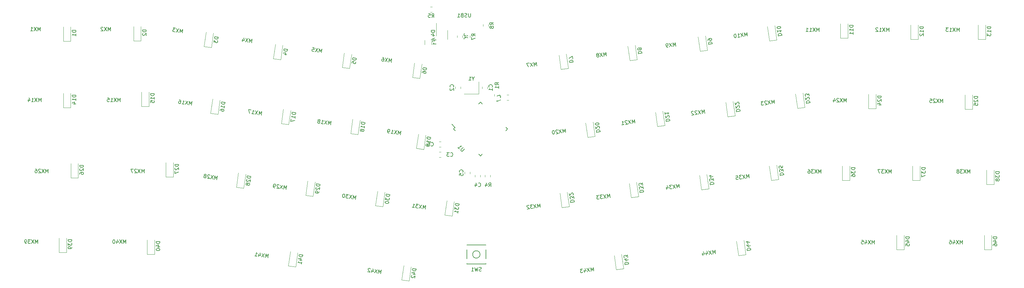
<source format=gbr>
G04 #@! TF.GenerationSoftware,KiCad,Pcbnew,(5.1.4-0-10_14)*
G04 #@! TF.CreationDate,2020-04-19T23:22:28-05:00*
G04 #@! TF.ProjectId,minister,6d696e69-7374-4657-922e-6b696361645f,rev?*
G04 #@! TF.SameCoordinates,Original*
G04 #@! TF.FileFunction,Legend,Bot*
G04 #@! TF.FilePolarity,Positive*
%FSLAX46Y46*%
G04 Gerber Fmt 4.6, Leading zero omitted, Abs format (unit mm)*
G04 Created by KiCad (PCBNEW (5.1.4-0-10_14)) date 2020-04-19 23:22:28*
%MOMM*%
%LPD*%
G04 APERTURE LIST*
%ADD10C,0.120000*%
%ADD11C,0.150000*%
%ADD12R,0.702000X2.552000*%
%ADD13R,0.402000X2.552000*%
%ADD14C,0.752000*%
%ADD15C,0.100000*%
%ADD16C,1.077000*%
%ADD17C,1.352000*%
%ADD18C,1.102000*%
%ADD19R,1.102000X2.902000*%
%ADD20R,1.302000X2.902000*%
%ADD21C,0.652000*%
%ADD22C,2.602000*%
%ADD23C,1.852000*%
%ADD24C,3.102000*%
%ADD25C,4.089800*%
%ADD26R,2.652000X2.602000*%
%ADD27R,1.902000X1.202000*%
%ADD28R,1.502000X1.302000*%
%ADD29R,1.302000X1.002000*%
%ADD30C,1.002000*%
%ADD31C,3.150000*%
G04 APERTURE END LIST*
D10*
X146379000Y-78823078D02*
X146379000Y-78305922D01*
X144959000Y-78823078D02*
X144959000Y-78305922D01*
X140006000Y-81871078D02*
X140006000Y-81353922D01*
X141426000Y-81871078D02*
X141426000Y-81353922D01*
X137974000Y-81841078D02*
X137974000Y-81323922D01*
X139394000Y-81841078D02*
X139394000Y-81323922D01*
X130629922Y-73585000D02*
X131147078Y-73585000D01*
X130629922Y-75005000D02*
X131147078Y-75005000D01*
X129138000Y-83784064D02*
X129138000Y-82579936D01*
X130958000Y-83784064D02*
X130958000Y-82579936D01*
X132247000Y-82381000D02*
X132247000Y-77981000D01*
X135347000Y-82381000D02*
X135347000Y-79881000D01*
D11*
X137360031Y-106273414D02*
X136458470Y-105371852D01*
X144272000Y-113998555D02*
X143794703Y-113521258D01*
X151590555Y-106680000D02*
X151113258Y-106202703D01*
X144272000Y-99361445D02*
X144749297Y-99838742D01*
X136953445Y-106680000D02*
X137430742Y-107157297D01*
X144272000Y-99361445D02*
X143794703Y-99838742D01*
X151590555Y-106680000D02*
X151113258Y-107157297D01*
X144272000Y-113998555D02*
X144749297Y-113521258D01*
X136953445Y-106680000D02*
X137360031Y-106273414D01*
D10*
X148007000Y-97746078D02*
X148007000Y-97228922D01*
X149427000Y-97746078D02*
X149427000Y-97228922D01*
X146887000Y-119717078D02*
X146887000Y-119199922D01*
X145467000Y-119717078D02*
X145467000Y-119199922D01*
D11*
X145729000Y-138116000D02*
X140529000Y-138116000D01*
X140529000Y-138116000D02*
X140529000Y-143316000D01*
X140529000Y-143316000D02*
X145729000Y-143316000D01*
X145729000Y-143316000D02*
X145729000Y-138116000D01*
X144129000Y-140716000D02*
G75*
G03X144129000Y-140716000I-1000000J0D01*
G01*
D10*
X143806750Y-93829500D02*
X143806750Y-97129500D01*
X143806750Y-97129500D02*
X139806750Y-97129500D01*
X55864000Y-140680000D02*
X55864000Y-136780000D01*
X53864000Y-140680000D02*
X53864000Y-136780000D01*
X55864000Y-140680000D02*
X53864000Y-140680000D01*
X94149129Y-144099276D02*
X94691904Y-140237231D01*
X92168592Y-143820930D02*
X92711368Y-139958885D01*
X94149129Y-144099276D02*
X92168592Y-143820930D01*
X124883129Y-147909276D02*
X125425904Y-144047231D01*
X122902592Y-147630930D02*
X123445368Y-143768885D01*
X124883129Y-147909276D02*
X122902592Y-147630930D01*
X183040408Y-144582930D02*
X182497632Y-140720885D01*
X181059871Y-144861276D02*
X180517096Y-140999231D01*
X183040408Y-144582930D02*
X181059871Y-144861276D01*
X216163044Y-140755872D02*
X215620268Y-136893827D01*
X214182507Y-141034218D02*
X213639732Y-137172173D01*
X216163044Y-140755872D02*
X214182507Y-141034218D01*
X259064000Y-139410000D02*
X259064000Y-135510000D01*
X257064000Y-139410000D02*
X257064000Y-135510000D01*
X259064000Y-139410000D02*
X257064000Y-139410000D01*
X282813000Y-139410000D02*
X282813000Y-135510000D01*
X280813000Y-139410000D02*
X280813000Y-135510000D01*
X282813000Y-139410000D02*
X280813000Y-139410000D01*
X263382000Y-120614000D02*
X263382000Y-116714000D01*
X261382000Y-120614000D02*
X261382000Y-116714000D01*
X263382000Y-120614000D02*
X261382000Y-120614000D01*
X194216408Y-105720930D02*
X193673632Y-101858885D01*
X192235871Y-105999276D02*
X191693096Y-102137231D01*
X194216408Y-105720930D02*
X192235871Y-105999276D01*
X213266408Y-103053930D02*
X212723632Y-99191885D01*
X211285871Y-103332276D02*
X210743096Y-99470231D01*
X213266408Y-103053930D02*
X211285871Y-103332276D01*
X232189408Y-100767930D02*
X231646632Y-96905885D01*
X230208871Y-101046276D02*
X229666096Y-97184231D01*
X232189408Y-100767930D02*
X230208871Y-101046276D01*
X136567129Y-130256276D02*
X137109904Y-126394231D01*
X134586592Y-129977930D02*
X135129368Y-126115885D01*
X136567129Y-130256276D02*
X134586592Y-129977930D01*
X168308408Y-127691930D02*
X167765632Y-123829885D01*
X166327871Y-127970276D02*
X165785096Y-124108231D01*
X168308408Y-127691930D02*
X166327871Y-127970276D01*
X187104408Y-125024930D02*
X186561632Y-121162885D01*
X185123871Y-125303276D02*
X184581096Y-121441231D01*
X187104408Y-125024930D02*
X185123871Y-125303276D01*
X206154408Y-122865930D02*
X205611632Y-119003885D01*
X204173871Y-123144276D02*
X203631096Y-119282231D01*
X206154408Y-122865930D02*
X204173871Y-123144276D01*
X225077408Y-120325930D02*
X224534632Y-116463885D01*
X223096871Y-120604276D02*
X222554096Y-116742231D01*
X225077408Y-120325930D02*
X223096871Y-120604276D01*
X244332000Y-120614000D02*
X244332000Y-116714000D01*
X242332000Y-120614000D02*
X242332000Y-116714000D01*
X244332000Y-120614000D02*
X242332000Y-120614000D01*
X138886000Y-95196922D02*
X138886000Y-95714078D01*
X137466000Y-95196922D02*
X137466000Y-95714078D01*
X133042922Y-112955000D02*
X133560078Y-112955000D01*
X133042922Y-114375000D02*
X133560078Y-114375000D01*
X144220000Y-119199922D02*
X144220000Y-119717078D01*
X142800000Y-119199922D02*
X142800000Y-119717078D01*
X243824000Y-82006000D02*
X243824000Y-78106000D01*
X241824000Y-82006000D02*
X241824000Y-78106000D01*
X243824000Y-82006000D02*
X241824000Y-82006000D01*
X262874000Y-82387000D02*
X262874000Y-78487000D01*
X260874000Y-82387000D02*
X260874000Y-78487000D01*
X262874000Y-82387000D02*
X260874000Y-82387000D01*
X281162000Y-82387000D02*
X281162000Y-78487000D01*
X279162000Y-82387000D02*
X279162000Y-78487000D01*
X281162000Y-82387000D02*
X279162000Y-82387000D01*
X33131000Y-100929000D02*
X33131000Y-97029000D01*
X31131000Y-100929000D02*
X31131000Y-97029000D01*
X33131000Y-100929000D02*
X31131000Y-100929000D01*
X54340000Y-100548000D02*
X54340000Y-96648000D01*
X52340000Y-100548000D02*
X52340000Y-96648000D01*
X54340000Y-100548000D02*
X52340000Y-100548000D01*
X73067129Y-102697276D02*
X73609904Y-98835231D01*
X71086592Y-102418930D02*
X71629368Y-98556885D01*
X73067129Y-102697276D02*
X71086592Y-102418930D01*
X92244129Y-105491276D02*
X92786904Y-101629231D01*
X90263592Y-105212930D02*
X90806368Y-101350885D01*
X92244129Y-105491276D02*
X90263592Y-105212930D01*
X111040129Y-108158276D02*
X111582904Y-104296231D01*
X109059592Y-107879930D02*
X109602368Y-104017885D01*
X111040129Y-108158276D02*
X109059592Y-107879930D01*
X128844493Y-112205218D02*
X129387268Y-108343173D01*
X126863956Y-111926872D02*
X127406732Y-108064827D01*
X128844493Y-112205218D02*
X126863956Y-111926872D01*
X175293408Y-108641930D02*
X173312871Y-108920276D01*
X173312871Y-108920276D02*
X172770096Y-105058231D01*
X175293408Y-108641930D02*
X174750632Y-104779885D01*
X144705000Y-95714078D02*
X144705000Y-95196922D01*
X146125000Y-95714078D02*
X146125000Y-95196922D01*
X141426000Y-118310922D02*
X141426000Y-118828078D01*
X140006000Y-118310922D02*
X140006000Y-118828078D01*
X133560078Y-111581000D02*
X133042922Y-111581000D01*
X133560078Y-110161000D02*
X133042922Y-110161000D01*
X151427922Y-97461000D02*
X151945078Y-97461000D01*
X151427922Y-98881000D02*
X151945078Y-98881000D01*
X33131000Y-82895000D02*
X31131000Y-82895000D01*
X31131000Y-82895000D02*
X31131000Y-78995000D01*
X33131000Y-82895000D02*
X33131000Y-78995000D01*
X52181000Y-82768000D02*
X52181000Y-78868000D01*
X50181000Y-82768000D02*
X50181000Y-78868000D01*
X52181000Y-82768000D02*
X50181000Y-82768000D01*
X71289129Y-84536276D02*
X71831904Y-80674231D01*
X69308592Y-84257930D02*
X69851368Y-80395885D01*
X71289129Y-84536276D02*
X69308592Y-84257930D01*
X90085129Y-87838276D02*
X90627904Y-83976231D01*
X88104592Y-87559930D02*
X88647368Y-83697885D01*
X90085129Y-87838276D02*
X88104592Y-87559930D01*
X108754129Y-90251276D02*
X109296904Y-86389231D01*
X106773592Y-89972930D02*
X107316368Y-86110885D01*
X108754129Y-90251276D02*
X106773592Y-89972930D01*
X127804129Y-92918276D02*
X128346904Y-89056231D01*
X125823592Y-92639930D02*
X126366368Y-88777885D01*
X127804129Y-92918276D02*
X125823592Y-92639930D01*
X168054408Y-90226930D02*
X166073871Y-90505276D01*
X166073871Y-90505276D02*
X165531096Y-86643231D01*
X168054408Y-90226930D02*
X167511632Y-86364885D01*
X186723408Y-87813930D02*
X186180632Y-83951885D01*
X184742871Y-88092276D02*
X184200096Y-84230231D01*
X186723408Y-87813930D02*
X184742871Y-88092276D01*
X205773408Y-85273930D02*
X205230632Y-81411885D01*
X203792871Y-85552276D02*
X203250096Y-81690231D01*
X205773408Y-85273930D02*
X203792871Y-85552276D01*
X224569408Y-82479930D02*
X224026632Y-78617885D01*
X222588871Y-82758276D02*
X222046096Y-78896231D01*
X224569408Y-82479930D02*
X222588871Y-82758276D01*
X251444000Y-101183000D02*
X251444000Y-97283000D01*
X249444000Y-101183000D02*
X249444000Y-97283000D01*
X251444000Y-101183000D02*
X249444000Y-101183000D01*
X277606000Y-101310000D02*
X277606000Y-97410000D01*
X275606000Y-101310000D02*
X275606000Y-97410000D01*
X277606000Y-101310000D02*
X275606000Y-101310000D01*
X35163000Y-119979000D02*
X35163000Y-116079000D01*
X33163000Y-119979000D02*
X33163000Y-116079000D01*
X35163000Y-119979000D02*
X33163000Y-119979000D01*
X60944000Y-119725000D02*
X60944000Y-115825000D01*
X58944000Y-119725000D02*
X58944000Y-115825000D01*
X60944000Y-119725000D02*
X58944000Y-119725000D01*
X80052129Y-122763276D02*
X80594904Y-118901231D01*
X78071592Y-122484930D02*
X78614368Y-118622885D01*
X80052129Y-122763276D02*
X78071592Y-122484930D01*
X98848129Y-124922276D02*
X99390904Y-121060231D01*
X96867592Y-124643930D02*
X97410368Y-120781885D01*
X98848129Y-124922276D02*
X96867592Y-124643930D01*
X117771129Y-127716276D02*
X118313904Y-123854231D01*
X115790592Y-127437930D02*
X116333368Y-123575885D01*
X117771129Y-127716276D02*
X115790592Y-127437930D01*
X31988000Y-140172000D02*
X31988000Y-136272000D01*
X29988000Y-140172000D02*
X29988000Y-136272000D01*
X31988000Y-140172000D02*
X29988000Y-140172000D01*
X283448000Y-121756000D02*
X283448000Y-117856000D01*
X281448000Y-121756000D02*
X281448000Y-117856000D01*
X283448000Y-121756000D02*
X281448000Y-121756000D01*
D11*
X141565095Y-75311380D02*
X141565095Y-76120904D01*
X141517476Y-76216142D01*
X141469857Y-76263761D01*
X141374619Y-76311380D01*
X141184142Y-76311380D01*
X141088904Y-76263761D01*
X141041285Y-76216142D01*
X140993666Y-76120904D01*
X140993666Y-75311380D01*
X140565095Y-76263761D02*
X140422238Y-76311380D01*
X140184142Y-76311380D01*
X140088904Y-76263761D01*
X140041285Y-76216142D01*
X139993666Y-76120904D01*
X139993666Y-76025666D01*
X140041285Y-75930428D01*
X140088904Y-75882809D01*
X140184142Y-75835190D01*
X140374619Y-75787571D01*
X140469857Y-75739952D01*
X140517476Y-75692333D01*
X140565095Y-75597095D01*
X140565095Y-75501857D01*
X140517476Y-75406619D01*
X140469857Y-75359000D01*
X140374619Y-75311380D01*
X140136523Y-75311380D01*
X139993666Y-75359000D01*
X139231761Y-75787571D02*
X139088904Y-75835190D01*
X139041285Y-75882809D01*
X138993666Y-75978047D01*
X138993666Y-76120904D01*
X139041285Y-76216142D01*
X139088904Y-76263761D01*
X139184142Y-76311380D01*
X139565095Y-76311380D01*
X139565095Y-75311380D01*
X139231761Y-75311380D01*
X139136523Y-75359000D01*
X139088904Y-75406619D01*
X139041285Y-75501857D01*
X139041285Y-75597095D01*
X139088904Y-75692333D01*
X139136523Y-75739952D01*
X139231761Y-75787571D01*
X139565095Y-75787571D01*
X138041285Y-76311380D02*
X138612714Y-76311380D01*
X138327000Y-76311380D02*
X138327000Y-75311380D01*
X138422238Y-75454238D01*
X138517476Y-75549476D01*
X138612714Y-75597095D01*
X147771380Y-78397833D02*
X147295190Y-78064500D01*
X147771380Y-77826404D02*
X146771380Y-77826404D01*
X146771380Y-78207357D01*
X146819000Y-78302595D01*
X146866619Y-78350214D01*
X146961857Y-78397833D01*
X147104714Y-78397833D01*
X147199952Y-78350214D01*
X147247571Y-78302595D01*
X147295190Y-78207357D01*
X147295190Y-77826404D01*
X147199952Y-78969261D02*
X147152333Y-78874023D01*
X147104714Y-78826404D01*
X147009476Y-78778785D01*
X146961857Y-78778785D01*
X146866619Y-78826404D01*
X146819000Y-78874023D01*
X146771380Y-78969261D01*
X146771380Y-79159738D01*
X146819000Y-79254976D01*
X146866619Y-79302595D01*
X146961857Y-79350214D01*
X147009476Y-79350214D01*
X147104714Y-79302595D01*
X147152333Y-79254976D01*
X147199952Y-79159738D01*
X147199952Y-78969261D01*
X147247571Y-78874023D01*
X147295190Y-78826404D01*
X147390428Y-78778785D01*
X147580904Y-78778785D01*
X147676142Y-78826404D01*
X147723761Y-78874023D01*
X147771380Y-78969261D01*
X147771380Y-79159738D01*
X147723761Y-79254976D01*
X147676142Y-79302595D01*
X147580904Y-79350214D01*
X147390428Y-79350214D01*
X147295190Y-79302595D01*
X147247571Y-79254976D01*
X147199952Y-79159738D01*
X142818380Y-81445833D02*
X142342190Y-81112500D01*
X142818380Y-80874404D02*
X141818380Y-80874404D01*
X141818380Y-81255357D01*
X141866000Y-81350595D01*
X141913619Y-81398214D01*
X142008857Y-81445833D01*
X142151714Y-81445833D01*
X142246952Y-81398214D01*
X142294571Y-81350595D01*
X142342190Y-81255357D01*
X142342190Y-80874404D01*
X141818380Y-81779166D02*
X141818380Y-82445833D01*
X142818380Y-82017261D01*
X140786380Y-81415833D02*
X140310190Y-81082500D01*
X140786380Y-80844404D02*
X139786380Y-80844404D01*
X139786380Y-81225357D01*
X139834000Y-81320595D01*
X139881619Y-81368214D01*
X139976857Y-81415833D01*
X140119714Y-81415833D01*
X140214952Y-81368214D01*
X140262571Y-81320595D01*
X140310190Y-81225357D01*
X140310190Y-80844404D01*
X139786380Y-82272976D02*
X139786380Y-82082500D01*
X139834000Y-81987261D01*
X139881619Y-81939642D01*
X140024476Y-81844404D01*
X140214952Y-81796785D01*
X140595904Y-81796785D01*
X140691142Y-81844404D01*
X140738761Y-81892023D01*
X140786380Y-81987261D01*
X140786380Y-82177738D01*
X140738761Y-82272976D01*
X140691142Y-82320595D01*
X140595904Y-82368214D01*
X140357809Y-82368214D01*
X140262571Y-82320595D01*
X140214952Y-82272976D01*
X140167333Y-82177738D01*
X140167333Y-81987261D01*
X140214952Y-81892023D01*
X140262571Y-81844404D01*
X140357809Y-81796785D01*
X131055166Y-76397380D02*
X131388500Y-75921190D01*
X131626595Y-76397380D02*
X131626595Y-75397380D01*
X131245642Y-75397380D01*
X131150404Y-75445000D01*
X131102785Y-75492619D01*
X131055166Y-75587857D01*
X131055166Y-75730714D01*
X131102785Y-75825952D01*
X131150404Y-75873571D01*
X131245642Y-75921190D01*
X131626595Y-75921190D01*
X130150404Y-75397380D02*
X130626595Y-75397380D01*
X130674214Y-75873571D01*
X130626595Y-75825952D01*
X130531357Y-75778333D01*
X130293261Y-75778333D01*
X130198023Y-75825952D01*
X130150404Y-75873571D01*
X130102785Y-75968809D01*
X130102785Y-76206904D01*
X130150404Y-76302142D01*
X130198023Y-76349761D01*
X130293261Y-76397380D01*
X130531357Y-76397380D01*
X130626595Y-76349761D01*
X130674214Y-76302142D01*
X131796571Y-82848666D02*
X131796571Y-82515333D01*
X132320380Y-82515333D02*
X131320380Y-82515333D01*
X131320380Y-82991523D01*
X132320380Y-83896285D02*
X132320380Y-83324857D01*
X132320380Y-83610571D02*
X131320380Y-83610571D01*
X131463238Y-83515333D01*
X131558476Y-83420095D01*
X131606095Y-83324857D01*
X131869380Y-79896714D02*
X130869380Y-79896714D01*
X130869380Y-80134809D01*
X130917000Y-80277666D01*
X131012238Y-80372904D01*
X131107476Y-80420523D01*
X131297952Y-80468142D01*
X131440809Y-80468142D01*
X131631285Y-80420523D01*
X131726523Y-80372904D01*
X131821761Y-80277666D01*
X131869380Y-80134809D01*
X131869380Y-79896714D01*
X131202714Y-81325285D02*
X131869380Y-81325285D01*
X130821761Y-81087190D02*
X131536047Y-80849095D01*
X131536047Y-81468142D01*
X130869380Y-81753857D02*
X130869380Y-82420523D01*
X131869380Y-81991952D01*
X139930027Y-112099468D02*
X139357607Y-112671888D01*
X139256592Y-112705560D01*
X139189248Y-112705560D01*
X139088233Y-112671888D01*
X138953546Y-112537201D01*
X138919874Y-112436186D01*
X138919874Y-112368842D01*
X138953546Y-112267827D01*
X139525966Y-111695407D01*
X138111752Y-111695407D02*
X138515813Y-112099468D01*
X138313783Y-111897438D02*
X139020889Y-111190331D01*
X138987218Y-111358690D01*
X138987218Y-111493377D01*
X139020889Y-111594392D01*
X167331917Y-107615105D02*
X167192744Y-106624837D01*
X166962064Y-107378562D01*
X166532565Y-106717619D01*
X166671738Y-107707887D01*
X166155320Y-106770637D02*
X165634314Y-107853688D01*
X165495141Y-106863420D02*
X166294493Y-107760906D01*
X165178307Y-107004122D02*
X165124524Y-106963593D01*
X165023585Y-106929692D01*
X164787807Y-106962829D01*
X164700123Y-107023239D01*
X164659595Y-107077022D01*
X164625694Y-107177961D01*
X164638948Y-107272272D01*
X164705986Y-107407111D01*
X165351381Y-107893451D01*
X164738358Y-107979606D01*
X163986161Y-107075493D02*
X163891850Y-107088747D01*
X163804166Y-107149158D01*
X163763638Y-107202941D01*
X163729737Y-107303879D01*
X163709090Y-107499129D01*
X163742227Y-107734907D01*
X163815892Y-107916902D01*
X163876302Y-108004586D01*
X163930085Y-108045114D01*
X164031023Y-108079015D01*
X164125334Y-108065761D01*
X164213018Y-108005351D01*
X164253547Y-107951568D01*
X164287448Y-107850629D01*
X164308094Y-107655379D01*
X164274958Y-107419601D01*
X164201293Y-107237606D01*
X164140883Y-107149922D01*
X164087100Y-107109394D01*
X163986161Y-107075493D01*
X24907714Y-80081380D02*
X24907714Y-79081380D01*
X24574380Y-79795666D01*
X24241047Y-79081380D01*
X24241047Y-80081380D01*
X23860095Y-79081380D02*
X23193428Y-80081380D01*
X23193428Y-79081380D02*
X23860095Y-80081380D01*
X22288666Y-80081380D02*
X22860095Y-80081380D01*
X22574380Y-80081380D02*
X22574380Y-79081380D01*
X22669619Y-79224238D01*
X22764857Y-79319476D01*
X22860095Y-79367095D01*
X122542598Y-108232525D02*
X122681771Y-107242257D01*
X122252273Y-107903200D01*
X122021593Y-107149475D01*
X121882420Y-108139743D01*
X121644348Y-107096456D02*
X120844996Y-107993942D01*
X120984169Y-107003674D02*
X121505175Y-108086724D01*
X119949039Y-107868024D02*
X120514907Y-107947551D01*
X120231973Y-107907787D02*
X120371146Y-106917519D01*
X120445575Y-107072241D01*
X120526632Y-107179807D01*
X120614316Y-107240217D01*
X119477483Y-107801751D02*
X119288860Y-107775242D01*
X119201176Y-107714831D01*
X119160648Y-107661048D01*
X119086219Y-107506327D01*
X119065572Y-107311077D01*
X119118591Y-106933832D01*
X119179001Y-106846148D01*
X119232784Y-106805620D01*
X119333722Y-106771719D01*
X119522345Y-106798228D01*
X119610029Y-106858638D01*
X119650557Y-106912421D01*
X119684458Y-107013360D01*
X119651322Y-107249138D01*
X119590911Y-107336822D01*
X119537128Y-107377350D01*
X119436190Y-107411251D01*
X119247567Y-107384742D01*
X119159883Y-107324332D01*
X119119355Y-107270549D01*
X119085454Y-107169610D01*
X207971917Y-140508105D02*
X207832744Y-139517837D01*
X207602064Y-140271562D01*
X207172565Y-139610619D01*
X207311738Y-140600887D01*
X206795320Y-139663637D02*
X206274314Y-140746688D01*
X206135141Y-139756420D02*
X206934493Y-140653906D01*
X205379887Y-140199173D02*
X205472669Y-140859352D01*
X205562647Y-139788791D02*
X205897834Y-140462989D01*
X205284811Y-140549144D01*
X204436774Y-140331719D02*
X204529556Y-140991897D01*
X204619534Y-139921337D02*
X204954722Y-140595535D01*
X204341698Y-140681690D01*
X251062904Y-137866380D02*
X251062904Y-136866380D01*
X250729571Y-137580666D01*
X250396238Y-136866380D01*
X250396238Y-137866380D01*
X250015285Y-136866380D02*
X249348619Y-137866380D01*
X249348619Y-136866380D02*
X250015285Y-137866380D01*
X248539095Y-137199714D02*
X248539095Y-137866380D01*
X248777190Y-136818761D02*
X249015285Y-137533047D01*
X248396238Y-137533047D01*
X247539095Y-136866380D02*
X248015285Y-136866380D01*
X248062904Y-137342571D01*
X248015285Y-137294952D01*
X247920047Y-137247333D01*
X247681952Y-137247333D01*
X247586714Y-137294952D01*
X247539095Y-137342571D01*
X247491476Y-137437809D01*
X247491476Y-137675904D01*
X247539095Y-137771142D01*
X247586714Y-137818761D01*
X247681952Y-137866380D01*
X247920047Y-137866380D01*
X248015285Y-137818761D01*
X248062904Y-137771142D01*
X274938904Y-137866380D02*
X274938904Y-136866380D01*
X274605571Y-137580666D01*
X274272238Y-136866380D01*
X274272238Y-137866380D01*
X273891285Y-136866380D02*
X273224619Y-137866380D01*
X273224619Y-136866380D02*
X273891285Y-137866380D01*
X272415095Y-137199714D02*
X272415095Y-137866380D01*
X272653190Y-136818761D02*
X272891285Y-137533047D01*
X272272238Y-137533047D01*
X271462714Y-136866380D02*
X271653190Y-136866380D01*
X271748428Y-136914000D01*
X271796047Y-136961619D01*
X271891285Y-137104476D01*
X271938904Y-137294952D01*
X271938904Y-137675904D01*
X271891285Y-137771142D01*
X271843666Y-137818761D01*
X271748428Y-137866380D01*
X271557952Y-137866380D01*
X271462714Y-137818761D01*
X271415095Y-137771142D01*
X271367476Y-137675904D01*
X271367476Y-137437809D01*
X271415095Y-137342571D01*
X271462714Y-137294952D01*
X271557952Y-137247333D01*
X271748428Y-137247333D01*
X271843666Y-137294952D01*
X271891285Y-137342571D01*
X271938904Y-137437809D01*
X149169380Y-94702333D02*
X148693190Y-94369000D01*
X149169380Y-94130904D02*
X148169380Y-94130904D01*
X148169380Y-94511857D01*
X148217000Y-94607095D01*
X148264619Y-94654714D01*
X148359857Y-94702333D01*
X148502714Y-94702333D01*
X148597952Y-94654714D01*
X148645571Y-94607095D01*
X148693190Y-94511857D01*
X148693190Y-94130904D01*
X149169380Y-95654714D02*
X149169380Y-95083285D01*
X149169380Y-95369000D02*
X148169380Y-95369000D01*
X148312238Y-95273761D01*
X148407476Y-95178523D01*
X148455095Y-95083285D01*
X146470666Y-122323880D02*
X146804000Y-121847690D01*
X147042095Y-122323880D02*
X147042095Y-121323880D01*
X146661142Y-121323880D01*
X146565904Y-121371500D01*
X146518285Y-121419119D01*
X146470666Y-121514357D01*
X146470666Y-121657214D01*
X146518285Y-121752452D01*
X146565904Y-121800071D01*
X146661142Y-121847690D01*
X147042095Y-121847690D01*
X145613523Y-121657214D02*
X145613523Y-122323880D01*
X145851619Y-121276261D02*
X146089714Y-121990547D01*
X145470666Y-121990547D01*
X144462333Y-145184761D02*
X144319476Y-145232380D01*
X144081380Y-145232380D01*
X143986142Y-145184761D01*
X143938523Y-145137142D01*
X143890904Y-145041904D01*
X143890904Y-144946666D01*
X143938523Y-144851428D01*
X143986142Y-144803809D01*
X144081380Y-144756190D01*
X144271857Y-144708571D01*
X144367095Y-144660952D01*
X144414714Y-144613333D01*
X144462333Y-144518095D01*
X144462333Y-144422857D01*
X144414714Y-144327619D01*
X144367095Y-144280000D01*
X144271857Y-144232380D01*
X144033761Y-144232380D01*
X143890904Y-144280000D01*
X143557571Y-144232380D02*
X143319476Y-145232380D01*
X143129000Y-144518095D01*
X142938523Y-145232380D01*
X142700428Y-144232380D01*
X141795666Y-145232380D02*
X142367095Y-145232380D01*
X142081380Y-145232380D02*
X142081380Y-144232380D01*
X142176619Y-144375238D01*
X142271857Y-144470476D01*
X142367095Y-144518095D01*
X142282940Y-93005690D02*
X142282940Y-93481880D01*
X142616273Y-92481880D02*
X142282940Y-93005690D01*
X141949607Y-92481880D01*
X141092464Y-93481880D02*
X141663892Y-93481880D01*
X141378178Y-93481880D02*
X141378178Y-92481880D01*
X141473416Y-92624738D01*
X141568654Y-92719976D01*
X141663892Y-92767595D01*
X57316380Y-137215714D02*
X56316380Y-137215714D01*
X56316380Y-137453809D01*
X56364000Y-137596666D01*
X56459238Y-137691904D01*
X56554476Y-137739523D01*
X56744952Y-137787142D01*
X56887809Y-137787142D01*
X57078285Y-137739523D01*
X57173523Y-137691904D01*
X57268761Y-137596666D01*
X57316380Y-137453809D01*
X57316380Y-137215714D01*
X56649714Y-138644285D02*
X57316380Y-138644285D01*
X56268761Y-138406190D02*
X56983047Y-138168095D01*
X56983047Y-138787142D01*
X56316380Y-139358571D02*
X56316380Y-139453809D01*
X56364000Y-139549047D01*
X56411619Y-139596666D01*
X56506857Y-139644285D01*
X56697333Y-139691904D01*
X56935428Y-139691904D01*
X57125904Y-139644285D01*
X57221142Y-139596666D01*
X57268761Y-139549047D01*
X57316380Y-139453809D01*
X57316380Y-139358571D01*
X57268761Y-139263333D01*
X57221142Y-139215714D01*
X57125904Y-139168095D01*
X56935428Y-139120476D01*
X56697333Y-139120476D01*
X56506857Y-139168095D01*
X56411619Y-139215714D01*
X56364000Y-139263333D01*
X56316380Y-139358571D01*
X96069510Y-140870836D02*
X95079242Y-140731663D01*
X95046105Y-140967441D01*
X95073379Y-141115536D01*
X95154436Y-141223101D01*
X95242120Y-141283512D01*
X95424115Y-141357176D01*
X95565582Y-141377058D01*
X95760832Y-141356412D01*
X95861770Y-141322511D01*
X95969336Y-141241454D01*
X96036373Y-141106615D01*
X96069510Y-140870836D01*
X95210512Y-142192723D02*
X95870691Y-142285505D01*
X94866404Y-141903927D02*
X95606875Y-141767558D01*
X95520720Y-142380581D01*
X95724891Y-143322929D02*
X95804418Y-142757061D01*
X95764654Y-143039995D02*
X94774386Y-142900822D01*
X94929108Y-142826393D01*
X95036674Y-142745336D01*
X95097084Y-142657652D01*
X126803510Y-144680836D02*
X125813242Y-144541663D01*
X125780105Y-144777441D01*
X125807379Y-144925536D01*
X125888436Y-145033101D01*
X125976120Y-145093512D01*
X126158115Y-145167176D01*
X126299582Y-145187058D01*
X126494832Y-145166412D01*
X126595770Y-145132511D01*
X126703336Y-145051454D01*
X126770373Y-144916615D01*
X126803510Y-144680836D01*
X125944512Y-146002723D02*
X126604691Y-146095505D01*
X125600404Y-145713927D02*
X126340875Y-145577558D01*
X126254720Y-146190581D01*
X125642461Y-146441143D02*
X125588678Y-146481671D01*
X125528268Y-146569355D01*
X125495132Y-146805133D01*
X125529033Y-146906072D01*
X125569561Y-146959855D01*
X125657245Y-147020265D01*
X125751556Y-147033519D01*
X125899651Y-147006246D01*
X126545045Y-146519906D01*
X126458891Y-147132929D01*
X183438553Y-143481081D02*
X184428821Y-143341908D01*
X184395685Y-143106130D01*
X184328647Y-142971290D01*
X184221081Y-142890234D01*
X184120143Y-142856333D01*
X183924893Y-142835686D01*
X183783426Y-142855568D01*
X183601431Y-142929233D01*
X183513747Y-142989643D01*
X183432690Y-143097209D01*
X183405417Y-143245303D01*
X183438553Y-143481081D01*
X183899913Y-141973630D02*
X183239734Y-142066412D01*
X184310294Y-142156390D02*
X183636097Y-142491578D01*
X183549942Y-141878555D01*
X184170357Y-141502839D02*
X184084202Y-140889816D01*
X183753348Y-141272923D01*
X183733466Y-141131456D01*
X183673056Y-141043773D01*
X183619273Y-141003244D01*
X183518334Y-140969343D01*
X183282556Y-141002480D01*
X183194872Y-141062890D01*
X183154344Y-141116673D01*
X183120443Y-141217611D01*
X183160207Y-141500545D01*
X183220617Y-141588229D01*
X183274400Y-141628757D01*
X216561189Y-139654023D02*
X217551457Y-139514850D01*
X217518321Y-139279072D01*
X217451283Y-139144232D01*
X217343717Y-139063176D01*
X217242779Y-139029275D01*
X217047529Y-139008628D01*
X216906062Y-139028510D01*
X216724067Y-139102175D01*
X216636383Y-139162585D01*
X216555326Y-139270151D01*
X216528053Y-139418245D01*
X216561189Y-139654023D01*
X217022549Y-138146572D02*
X216362370Y-138239354D01*
X217432930Y-138329332D02*
X216758733Y-138664520D01*
X216672578Y-138051497D01*
X216890003Y-137203460D02*
X216229824Y-137296242D01*
X217300385Y-137386220D02*
X216626187Y-137721407D01*
X216540032Y-137108384D01*
X260516380Y-135945714D02*
X259516380Y-135945714D01*
X259516380Y-136183809D01*
X259564000Y-136326666D01*
X259659238Y-136421904D01*
X259754476Y-136469523D01*
X259944952Y-136517142D01*
X260087809Y-136517142D01*
X260278285Y-136469523D01*
X260373523Y-136421904D01*
X260468761Y-136326666D01*
X260516380Y-136183809D01*
X260516380Y-135945714D01*
X259849714Y-137374285D02*
X260516380Y-137374285D01*
X259468761Y-137136190D02*
X260183047Y-136898095D01*
X260183047Y-137517142D01*
X259516380Y-138374285D02*
X259516380Y-137898095D01*
X259992571Y-137850476D01*
X259944952Y-137898095D01*
X259897333Y-137993333D01*
X259897333Y-138231428D01*
X259944952Y-138326666D01*
X259992571Y-138374285D01*
X260087809Y-138421904D01*
X260325904Y-138421904D01*
X260421142Y-138374285D01*
X260468761Y-138326666D01*
X260516380Y-138231428D01*
X260516380Y-137993333D01*
X260468761Y-137898095D01*
X260421142Y-137850476D01*
X284265380Y-135945714D02*
X283265380Y-135945714D01*
X283265380Y-136183809D01*
X283313000Y-136326666D01*
X283408238Y-136421904D01*
X283503476Y-136469523D01*
X283693952Y-136517142D01*
X283836809Y-136517142D01*
X284027285Y-136469523D01*
X284122523Y-136421904D01*
X284217761Y-136326666D01*
X284265380Y-136183809D01*
X284265380Y-135945714D01*
X283598714Y-137374285D02*
X284265380Y-137374285D01*
X283217761Y-137136190D02*
X283932047Y-136898095D01*
X283932047Y-137517142D01*
X283265380Y-138326666D02*
X283265380Y-138136190D01*
X283313000Y-138040952D01*
X283360619Y-137993333D01*
X283503476Y-137898095D01*
X283693952Y-137850476D01*
X284074904Y-137850476D01*
X284170142Y-137898095D01*
X284217761Y-137945714D01*
X284265380Y-138040952D01*
X284265380Y-138231428D01*
X284217761Y-138326666D01*
X284170142Y-138374285D01*
X284074904Y-138421904D01*
X283836809Y-138421904D01*
X283741571Y-138374285D01*
X283693952Y-138326666D01*
X283646333Y-138231428D01*
X283646333Y-138040952D01*
X283693952Y-137945714D01*
X283741571Y-137898095D01*
X283836809Y-137850476D01*
X43957714Y-80081380D02*
X43957714Y-79081380D01*
X43624380Y-79795666D01*
X43291047Y-79081380D01*
X43291047Y-80081380D01*
X42910095Y-79081380D02*
X42243428Y-80081380D01*
X42243428Y-79081380D02*
X42910095Y-80081380D01*
X41910095Y-79176619D02*
X41862476Y-79129000D01*
X41767238Y-79081380D01*
X41529142Y-79081380D01*
X41433904Y-79129000D01*
X41386285Y-79176619D01*
X41338666Y-79271857D01*
X41338666Y-79367095D01*
X41386285Y-79509952D01*
X41957714Y-80081380D01*
X41338666Y-80081380D01*
X264834380Y-117149714D02*
X263834380Y-117149714D01*
X263834380Y-117387809D01*
X263882000Y-117530666D01*
X263977238Y-117625904D01*
X264072476Y-117673523D01*
X264262952Y-117721142D01*
X264405809Y-117721142D01*
X264596285Y-117673523D01*
X264691523Y-117625904D01*
X264786761Y-117530666D01*
X264834380Y-117387809D01*
X264834380Y-117149714D01*
X263834380Y-118054476D02*
X263834380Y-118673523D01*
X264215333Y-118340190D01*
X264215333Y-118483047D01*
X264262952Y-118578285D01*
X264310571Y-118625904D01*
X264405809Y-118673523D01*
X264643904Y-118673523D01*
X264739142Y-118625904D01*
X264786761Y-118578285D01*
X264834380Y-118483047D01*
X264834380Y-118197333D01*
X264786761Y-118102095D01*
X264739142Y-118054476D01*
X263834380Y-119006857D02*
X263834380Y-119673523D01*
X264834380Y-119244952D01*
X194614553Y-104619081D02*
X195604821Y-104479908D01*
X195571685Y-104244130D01*
X195504647Y-104109290D01*
X195397081Y-104028234D01*
X195296143Y-103994333D01*
X195100893Y-103973686D01*
X194959426Y-103993568D01*
X194777431Y-104067233D01*
X194689747Y-104127643D01*
X194608690Y-104235209D01*
X194581417Y-104383303D01*
X194614553Y-104619081D01*
X195377964Y-103550050D02*
X195418492Y-103496267D01*
X195452393Y-103395329D01*
X195419257Y-103159551D01*
X195358847Y-103071867D01*
X195305064Y-103031338D01*
X195204125Y-102997437D01*
X195109814Y-103010692D01*
X194974974Y-103077729D01*
X194488634Y-103723124D01*
X194402480Y-103110101D01*
X194269934Y-102166989D02*
X194349461Y-102732856D01*
X194309698Y-102449923D02*
X195299966Y-102310749D01*
X195171753Y-102424943D01*
X195090697Y-102532508D01*
X195056796Y-102633447D01*
X213664553Y-101952081D02*
X214654821Y-101812908D01*
X214621685Y-101577130D01*
X214554647Y-101442290D01*
X214447081Y-101361234D01*
X214346143Y-101327333D01*
X214150893Y-101306686D01*
X214009426Y-101326568D01*
X213827431Y-101400233D01*
X213739747Y-101460643D01*
X213658690Y-101568209D01*
X213631417Y-101716303D01*
X213664553Y-101952081D01*
X214427964Y-100883050D02*
X214468492Y-100829267D01*
X214502393Y-100728329D01*
X214469257Y-100492551D01*
X214408847Y-100404867D01*
X214355064Y-100364338D01*
X214254125Y-100330437D01*
X214159814Y-100343692D01*
X214024974Y-100410729D01*
X213538634Y-101056124D01*
X213452480Y-100443101D01*
X214295418Y-99939938D02*
X214335947Y-99886155D01*
X214369848Y-99785216D01*
X214336711Y-99549438D01*
X214276301Y-99461754D01*
X214222518Y-99421226D01*
X214121579Y-99387325D01*
X214027268Y-99400579D01*
X213892429Y-99467617D01*
X213406089Y-100113012D01*
X213319934Y-99499989D01*
X232587553Y-99666081D02*
X233577821Y-99526908D01*
X233544685Y-99291130D01*
X233477647Y-99156290D01*
X233370081Y-99075234D01*
X233269143Y-99041333D01*
X233073893Y-99020686D01*
X232932426Y-99040568D01*
X232750431Y-99114233D01*
X232662747Y-99174643D01*
X232581690Y-99282209D01*
X232554417Y-99430303D01*
X232587553Y-99666081D01*
X233350964Y-98597050D02*
X233391492Y-98543267D01*
X233425393Y-98442329D01*
X233392257Y-98206551D01*
X233331847Y-98118867D01*
X233278064Y-98078338D01*
X233177125Y-98044437D01*
X233082814Y-98057692D01*
X232947974Y-98124729D01*
X232461634Y-98770124D01*
X232375480Y-98157101D01*
X233319357Y-97687839D02*
X233233202Y-97074816D01*
X232902348Y-97457923D01*
X232882466Y-97316456D01*
X232822056Y-97228773D01*
X232768273Y-97188244D01*
X232667334Y-97154343D01*
X232431556Y-97187480D01*
X232343872Y-97247890D01*
X232303344Y-97301673D01*
X232269443Y-97402611D01*
X232309207Y-97685545D01*
X232369617Y-97773229D01*
X232423400Y-97813757D01*
X138487510Y-127027836D02*
X137497242Y-126888663D01*
X137464105Y-127124441D01*
X137491379Y-127272536D01*
X137572436Y-127380101D01*
X137660120Y-127440512D01*
X137842115Y-127514176D01*
X137983582Y-127534058D01*
X138178832Y-127513412D01*
X138279770Y-127479511D01*
X138387336Y-127398454D01*
X138454373Y-127263615D01*
X138487510Y-127027836D01*
X137371323Y-127784620D02*
X137285168Y-128397643D01*
X137708804Y-128120572D01*
X137688923Y-128262039D01*
X137722824Y-128362978D01*
X137763352Y-128416760D01*
X137851036Y-128477171D01*
X138086814Y-128510307D01*
X138187753Y-128476406D01*
X138241535Y-128435878D01*
X138301946Y-128348194D01*
X138341709Y-128065260D01*
X138307808Y-127964322D01*
X138267280Y-127910539D01*
X138142891Y-129479929D02*
X138222418Y-128914061D01*
X138182654Y-129196995D02*
X137192386Y-129057822D01*
X137347108Y-128983393D01*
X137454674Y-128902336D01*
X137515084Y-128814652D01*
X168706553Y-126590081D02*
X169696821Y-126450908D01*
X169663685Y-126215130D01*
X169596647Y-126080290D01*
X169489081Y-125999234D01*
X169388143Y-125965333D01*
X169192893Y-125944686D01*
X169051426Y-125964568D01*
X168869431Y-126038233D01*
X168781747Y-126098643D01*
X168700690Y-126206209D01*
X168673417Y-126354303D01*
X168706553Y-126590081D01*
X169570903Y-125554951D02*
X169484748Y-124941928D01*
X169153894Y-125325036D01*
X169134012Y-125183569D01*
X169073602Y-125095885D01*
X169019819Y-125055357D01*
X168918880Y-125021456D01*
X168683102Y-125054592D01*
X168595418Y-125115002D01*
X168554890Y-125168785D01*
X168520989Y-125269724D01*
X168560753Y-125552657D01*
X168621163Y-125640341D01*
X168674946Y-125680870D01*
X169337418Y-124577938D02*
X169377947Y-124524155D01*
X169411848Y-124423216D01*
X169378711Y-124187438D01*
X169318301Y-124099754D01*
X169264518Y-124059226D01*
X169163579Y-124025325D01*
X169069268Y-124038579D01*
X168934429Y-124105617D01*
X168448089Y-124751012D01*
X168361934Y-124137989D01*
X187502553Y-123923081D02*
X188492821Y-123783908D01*
X188459685Y-123548130D01*
X188392647Y-123413290D01*
X188285081Y-123332234D01*
X188184143Y-123298333D01*
X187988893Y-123277686D01*
X187847426Y-123297568D01*
X187665431Y-123371233D01*
X187577747Y-123431643D01*
X187496690Y-123539209D01*
X187469417Y-123687303D01*
X187502553Y-123923081D01*
X188366903Y-122887951D02*
X188280748Y-122274928D01*
X187949894Y-122658036D01*
X187930012Y-122516569D01*
X187869602Y-122428885D01*
X187815819Y-122388357D01*
X187714880Y-122354456D01*
X187479102Y-122387592D01*
X187391418Y-122448002D01*
X187350890Y-122501785D01*
X187316989Y-122602724D01*
X187356753Y-122885657D01*
X187417163Y-122973341D01*
X187470946Y-123013870D01*
X188234357Y-121944839D02*
X188148202Y-121331816D01*
X187817348Y-121714923D01*
X187797466Y-121573456D01*
X187737056Y-121485773D01*
X187683273Y-121445244D01*
X187582334Y-121411343D01*
X187346556Y-121444480D01*
X187258872Y-121504890D01*
X187218344Y-121558673D01*
X187184443Y-121659611D01*
X187224207Y-121942545D01*
X187284617Y-122030229D01*
X187338400Y-122070757D01*
X206552553Y-121764081D02*
X207542821Y-121624908D01*
X207509685Y-121389130D01*
X207442647Y-121254290D01*
X207335081Y-121173234D01*
X207234143Y-121139333D01*
X207038893Y-121118686D01*
X206897426Y-121138568D01*
X206715431Y-121212233D01*
X206627747Y-121272643D01*
X206546690Y-121380209D01*
X206519417Y-121528303D01*
X206552553Y-121764081D01*
X207416903Y-120728951D02*
X207330748Y-120115928D01*
X206999894Y-120499036D01*
X206980012Y-120357569D01*
X206919602Y-120269885D01*
X206865819Y-120229357D01*
X206764880Y-120195456D01*
X206529102Y-120228592D01*
X206441418Y-120289002D01*
X206400890Y-120342785D01*
X206366989Y-120443724D01*
X206406753Y-120726657D01*
X206467163Y-120814341D01*
X206520946Y-120854870D01*
X206881367Y-119313518D02*
X206221188Y-119406300D01*
X207291749Y-119496278D02*
X206617551Y-119831465D01*
X206531396Y-119218442D01*
X225475553Y-119224081D02*
X226465821Y-119084908D01*
X226432685Y-118849130D01*
X226365647Y-118714290D01*
X226258081Y-118633234D01*
X226157143Y-118599333D01*
X225961893Y-118578686D01*
X225820426Y-118598568D01*
X225638431Y-118672233D01*
X225550747Y-118732643D01*
X225469690Y-118840209D01*
X225442417Y-118988303D01*
X225475553Y-119224081D01*
X226339903Y-118188951D02*
X226253748Y-117575928D01*
X225922894Y-117959036D01*
X225903012Y-117817569D01*
X225842602Y-117729885D01*
X225788819Y-117689357D01*
X225687880Y-117655456D01*
X225452102Y-117688592D01*
X225364418Y-117749002D01*
X225323890Y-117802785D01*
X225289989Y-117903724D01*
X225329753Y-118186657D01*
X225390163Y-118274341D01*
X225443946Y-118314870D01*
X226127829Y-116679971D02*
X226194102Y-117151528D01*
X225729173Y-117264956D01*
X225769702Y-117211173D01*
X225803603Y-117110235D01*
X225770466Y-116874456D01*
X225710056Y-116786773D01*
X225656273Y-116746244D01*
X225555334Y-116712343D01*
X225319556Y-116745480D01*
X225231872Y-116805890D01*
X225191344Y-116859673D01*
X225157443Y-116960611D01*
X225190580Y-117196389D01*
X225250990Y-117284073D01*
X225304773Y-117324602D01*
X245784380Y-117149714D02*
X244784380Y-117149714D01*
X244784380Y-117387809D01*
X244832000Y-117530666D01*
X244927238Y-117625904D01*
X245022476Y-117673523D01*
X245212952Y-117721142D01*
X245355809Y-117721142D01*
X245546285Y-117673523D01*
X245641523Y-117625904D01*
X245736761Y-117530666D01*
X245784380Y-117387809D01*
X245784380Y-117149714D01*
X244784380Y-118054476D02*
X244784380Y-118673523D01*
X245165333Y-118340190D01*
X245165333Y-118483047D01*
X245212952Y-118578285D01*
X245260571Y-118625904D01*
X245355809Y-118673523D01*
X245593904Y-118673523D01*
X245689142Y-118625904D01*
X245736761Y-118578285D01*
X245784380Y-118483047D01*
X245784380Y-118197333D01*
X245736761Y-118102095D01*
X245689142Y-118054476D01*
X244784380Y-119530666D02*
X244784380Y-119340190D01*
X244832000Y-119244952D01*
X244879619Y-119197333D01*
X245022476Y-119102095D01*
X245212952Y-119054476D01*
X245593904Y-119054476D01*
X245689142Y-119102095D01*
X245736761Y-119149714D01*
X245784380Y-119244952D01*
X245784380Y-119435428D01*
X245736761Y-119530666D01*
X245689142Y-119578285D01*
X245593904Y-119625904D01*
X245355809Y-119625904D01*
X245260571Y-119578285D01*
X245212952Y-119530666D01*
X245165333Y-119435428D01*
X245165333Y-119244952D01*
X245212952Y-119149714D01*
X245260571Y-119102095D01*
X245355809Y-119054476D01*
X63397042Y-80607252D02*
X63536215Y-79616984D01*
X63106716Y-80277927D01*
X62876036Y-79524202D01*
X62736863Y-80514470D01*
X62498791Y-79471183D02*
X61699440Y-80368669D01*
X61838613Y-79378401D02*
X62359618Y-80461451D01*
X61555679Y-79338637D02*
X60942656Y-79252483D01*
X61219727Y-79676119D01*
X61078260Y-79656237D01*
X60977322Y-79690138D01*
X60923539Y-79730666D01*
X60863128Y-79818350D01*
X60829992Y-80054128D01*
X60863893Y-80155067D01*
X60904421Y-80208850D01*
X60992105Y-80269260D01*
X61275039Y-80309024D01*
X61375978Y-80275123D01*
X61429760Y-80234594D01*
X82193042Y-83274252D02*
X82332215Y-82283984D01*
X81902716Y-82944927D01*
X81672036Y-82191202D01*
X81532863Y-83181470D01*
X81294791Y-82138183D02*
X80495440Y-83035669D01*
X80634613Y-82045401D02*
X81155618Y-83128451D01*
X79786576Y-82262827D02*
X79693794Y-82923005D01*
X80075373Y-81918718D02*
X80211741Y-82659189D01*
X79598718Y-82573034D01*
X101116042Y-85941252D02*
X101255215Y-84950984D01*
X100825716Y-85611927D01*
X100595036Y-84858202D01*
X100455863Y-85848470D01*
X100217791Y-84805183D02*
X99418440Y-85702669D01*
X99557613Y-84712401D02*
X100078618Y-85795451D01*
X98708812Y-84593110D02*
X99180368Y-84659383D01*
X99161250Y-85137566D01*
X99120722Y-85083784D01*
X99033038Y-85023373D01*
X98797260Y-84990237D01*
X98696322Y-85024138D01*
X98642539Y-85064666D01*
X98582128Y-85152350D01*
X98548992Y-85388128D01*
X98582893Y-85489067D01*
X98623421Y-85542850D01*
X98711105Y-85603260D01*
X98946883Y-85636396D01*
X99047822Y-85602495D01*
X99101605Y-85561967D01*
X120039042Y-88608252D02*
X120178215Y-87617984D01*
X119748716Y-88278927D01*
X119518036Y-87525202D01*
X119378863Y-88515470D01*
X119140791Y-87472183D02*
X118341440Y-88369669D01*
X118480613Y-87379401D02*
X119001618Y-88462451D01*
X117678967Y-87266737D02*
X117867590Y-87293246D01*
X117955274Y-87353657D01*
X117995802Y-87407440D01*
X118070231Y-87562161D01*
X118090878Y-87757411D01*
X118037859Y-88134656D01*
X117977449Y-88222340D01*
X117923666Y-88262868D01*
X117822728Y-88296769D01*
X117634105Y-88270260D01*
X117546421Y-88209850D01*
X117505893Y-88156067D01*
X117471992Y-88055128D01*
X117505128Y-87819350D01*
X117565539Y-87731666D01*
X117619322Y-87691138D01*
X117720260Y-87657237D01*
X117908883Y-87683746D01*
X117996567Y-87744156D01*
X118037095Y-87797939D01*
X118070996Y-87898878D01*
X159494361Y-89520378D02*
X159355187Y-88530110D01*
X159124507Y-89283835D01*
X158695009Y-88622892D01*
X158834182Y-89613160D01*
X158317764Y-88675910D02*
X157796758Y-89758961D01*
X157657585Y-88768692D02*
X158456937Y-89666178D01*
X157374651Y-88808456D02*
X156714473Y-88901238D01*
X157278046Y-89831861D01*
X178417361Y-86853378D02*
X178278187Y-85863110D01*
X178047507Y-86616835D01*
X177618009Y-85955892D01*
X177757182Y-86946160D01*
X177240764Y-86008910D02*
X176719758Y-87091961D01*
X176580585Y-86101692D02*
X177379937Y-86999178D01*
X176121519Y-86598993D02*
X176209203Y-86538583D01*
X176249731Y-86484800D01*
X176283632Y-86383862D01*
X176277005Y-86336706D01*
X176216595Y-86249022D01*
X176162812Y-86208494D01*
X176061873Y-86174593D01*
X175873251Y-86201102D01*
X175785567Y-86261512D01*
X175745038Y-86315295D01*
X175711137Y-86416233D01*
X175717765Y-86463389D01*
X175778175Y-86551073D01*
X175831958Y-86591601D01*
X175932896Y-86625502D01*
X176121519Y-86598993D01*
X176222457Y-86632894D01*
X176276240Y-86673423D01*
X176336650Y-86761107D01*
X176363160Y-86949729D01*
X176329259Y-87050668D01*
X176288730Y-87104451D01*
X176201046Y-87164861D01*
X176012424Y-87191370D01*
X175911485Y-87157469D01*
X175857702Y-87116941D01*
X175797292Y-87029257D01*
X175770783Y-86840634D01*
X175804684Y-86739696D01*
X175845212Y-86685913D01*
X175932896Y-86625502D01*
X197213361Y-84186378D02*
X197074187Y-83196110D01*
X196843507Y-83949835D01*
X196414009Y-83288892D01*
X196553182Y-84279160D01*
X196036764Y-83341910D02*
X195515758Y-84424961D01*
X195376585Y-83434692D02*
X196175937Y-84332178D01*
X195091358Y-84484606D02*
X194902735Y-84511115D01*
X194801797Y-84477214D01*
X194748014Y-84436686D01*
X194633821Y-84308474D01*
X194560156Y-84126478D01*
X194507137Y-83749233D01*
X194541038Y-83648295D01*
X194581567Y-83594512D01*
X194669251Y-83534102D01*
X194857873Y-83507593D01*
X194958812Y-83541494D01*
X195012595Y-83582022D01*
X195073005Y-83669706D01*
X195106141Y-83905484D01*
X195072240Y-84006423D01*
X195031712Y-84060206D01*
X194944028Y-84120616D01*
X194755406Y-84147125D01*
X194654467Y-84113224D01*
X194600684Y-84072696D01*
X194540274Y-83985012D01*
X216607917Y-81453105D02*
X216468744Y-80462837D01*
X216238064Y-81216562D01*
X215808565Y-80555619D01*
X215947738Y-81545887D01*
X215431320Y-80608637D02*
X214910314Y-81691688D01*
X214771141Y-80701420D02*
X215570493Y-81598906D01*
X214014358Y-81817606D02*
X214580225Y-81738079D01*
X214297291Y-81777842D02*
X214158118Y-80787574D01*
X214272311Y-80915787D01*
X214379877Y-80996843D01*
X214480816Y-81030744D01*
X213262161Y-80913493D02*
X213167850Y-80926747D01*
X213080166Y-80987158D01*
X213039638Y-81040941D01*
X213005737Y-81141879D01*
X212985090Y-81337129D01*
X213018227Y-81572907D01*
X213091892Y-81754902D01*
X213152302Y-81842586D01*
X213206085Y-81883114D01*
X213307023Y-81917015D01*
X213401334Y-81903761D01*
X213489018Y-81843351D01*
X213529547Y-81789568D01*
X213563448Y-81688629D01*
X213584094Y-81493379D01*
X213550958Y-81257601D01*
X213477293Y-81075606D01*
X213416883Y-80987922D01*
X213363100Y-80947394D01*
X213262161Y-80913493D01*
X236076904Y-80208380D02*
X236076904Y-79208380D01*
X235743571Y-79922666D01*
X235410238Y-79208380D01*
X235410238Y-80208380D01*
X235029285Y-79208380D02*
X234362619Y-80208380D01*
X234362619Y-79208380D02*
X235029285Y-80208380D01*
X233457857Y-80208380D02*
X234029285Y-80208380D01*
X233743571Y-80208380D02*
X233743571Y-79208380D01*
X233838809Y-79351238D01*
X233934047Y-79446476D01*
X234029285Y-79494095D01*
X232505476Y-80208380D02*
X233076904Y-80208380D01*
X232791190Y-80208380D02*
X232791190Y-79208380D01*
X232886428Y-79351238D01*
X232981666Y-79446476D01*
X233076904Y-79494095D01*
X254999904Y-80208380D02*
X254999904Y-79208380D01*
X254666571Y-79922666D01*
X254333238Y-79208380D01*
X254333238Y-80208380D01*
X253952285Y-79208380D02*
X253285619Y-80208380D01*
X253285619Y-79208380D02*
X253952285Y-80208380D01*
X252380857Y-80208380D02*
X252952285Y-80208380D01*
X252666571Y-80208380D02*
X252666571Y-79208380D01*
X252761809Y-79351238D01*
X252857047Y-79446476D01*
X252952285Y-79494095D01*
X251999904Y-79303619D02*
X251952285Y-79256000D01*
X251857047Y-79208380D01*
X251618952Y-79208380D01*
X251523714Y-79256000D01*
X251476095Y-79303619D01*
X251428476Y-79398857D01*
X251428476Y-79494095D01*
X251476095Y-79636952D01*
X252047523Y-80208380D01*
X251428476Y-80208380D01*
X274049904Y-80208380D02*
X274049904Y-79208380D01*
X273716571Y-79922666D01*
X273383238Y-79208380D01*
X273383238Y-80208380D01*
X273002285Y-79208380D02*
X272335619Y-80208380D01*
X272335619Y-79208380D02*
X273002285Y-80208380D01*
X271430857Y-80208380D02*
X272002285Y-80208380D01*
X271716571Y-80208380D02*
X271716571Y-79208380D01*
X271811809Y-79351238D01*
X271907047Y-79446476D01*
X272002285Y-79494095D01*
X271097523Y-79208380D02*
X270478476Y-79208380D01*
X270811809Y-79589333D01*
X270668952Y-79589333D01*
X270573714Y-79636952D01*
X270526095Y-79684571D01*
X270478476Y-79779809D01*
X270478476Y-80017904D01*
X270526095Y-80113142D01*
X270573714Y-80160761D01*
X270668952Y-80208380D01*
X270954666Y-80208380D01*
X271049904Y-80160761D01*
X271097523Y-80113142D01*
X25129904Y-99258380D02*
X25129904Y-98258380D01*
X24796571Y-98972666D01*
X24463238Y-98258380D01*
X24463238Y-99258380D01*
X24082285Y-98258380D02*
X23415619Y-99258380D01*
X23415619Y-98258380D02*
X24082285Y-99258380D01*
X22510857Y-99258380D02*
X23082285Y-99258380D01*
X22796571Y-99258380D02*
X22796571Y-98258380D01*
X22891809Y-98401238D01*
X22987047Y-98496476D01*
X23082285Y-98544095D01*
X21653714Y-98591714D02*
X21653714Y-99258380D01*
X21891809Y-98210761D02*
X22129904Y-98925047D01*
X21510857Y-98925047D01*
X46592904Y-99258380D02*
X46592904Y-98258380D01*
X46259571Y-98972666D01*
X45926238Y-98258380D01*
X45926238Y-99258380D01*
X45545285Y-98258380D02*
X44878619Y-99258380D01*
X44878619Y-98258380D02*
X45545285Y-99258380D01*
X43973857Y-99258380D02*
X44545285Y-99258380D01*
X44259571Y-99258380D02*
X44259571Y-98258380D01*
X44354809Y-98401238D01*
X44450047Y-98496476D01*
X44545285Y-98544095D01*
X43069095Y-98258380D02*
X43545285Y-98258380D01*
X43592904Y-98734571D01*
X43545285Y-98686952D01*
X43450047Y-98639333D01*
X43211952Y-98639333D01*
X43116714Y-98686952D01*
X43069095Y-98734571D01*
X43021476Y-98829809D01*
X43021476Y-99067904D01*
X43069095Y-99163142D01*
X43116714Y-99210761D01*
X43211952Y-99258380D01*
X43450047Y-99258380D01*
X43545285Y-99210761D01*
X43592904Y-99163142D01*
X24240904Y-137739380D02*
X24240904Y-136739380D01*
X23907571Y-137453666D01*
X23574238Y-136739380D01*
X23574238Y-137739380D01*
X23193285Y-136739380D02*
X22526619Y-137739380D01*
X22526619Y-136739380D02*
X23193285Y-137739380D01*
X22240904Y-136739380D02*
X21621857Y-136739380D01*
X21955190Y-137120333D01*
X21812333Y-137120333D01*
X21717095Y-137167952D01*
X21669476Y-137215571D01*
X21621857Y-137310809D01*
X21621857Y-137548904D01*
X21669476Y-137644142D01*
X21717095Y-137691761D01*
X21812333Y-137739380D01*
X22098047Y-137739380D01*
X22193285Y-137691761D01*
X22240904Y-137644142D01*
X21145666Y-137739380D02*
X20955190Y-137739380D01*
X20859952Y-137691761D01*
X20812333Y-137644142D01*
X20717095Y-137501285D01*
X20669476Y-137310809D01*
X20669476Y-136929857D01*
X20717095Y-136834619D01*
X20764714Y-136787000D01*
X20859952Y-136739380D01*
X21050428Y-136739380D01*
X21145666Y-136787000D01*
X21193285Y-136834619D01*
X21240904Y-136929857D01*
X21240904Y-137167952D01*
X21193285Y-137263190D01*
X21145666Y-137310809D01*
X21050428Y-137358428D01*
X20859952Y-137358428D01*
X20764714Y-137310809D01*
X20717095Y-137263190D01*
X20669476Y-137167952D01*
X86601598Y-141633525D02*
X86740771Y-140643257D01*
X86311273Y-141304200D01*
X86080593Y-140550475D01*
X85941420Y-141540743D01*
X85703348Y-140497456D02*
X84903996Y-141394942D01*
X85043169Y-140404674D02*
X85564175Y-141487724D01*
X84195132Y-140622100D02*
X84102350Y-141282278D01*
X84483929Y-140277991D02*
X84620298Y-141018462D01*
X84007274Y-140932307D01*
X83064927Y-141136478D02*
X83630794Y-141216005D01*
X83347860Y-141176242D02*
X83487033Y-140185974D01*
X83561463Y-140340695D01*
X83642519Y-140448261D01*
X83730203Y-140508671D01*
X48116904Y-137739380D02*
X48116904Y-136739380D01*
X47783571Y-137453666D01*
X47450238Y-136739380D01*
X47450238Y-137739380D01*
X47069285Y-136739380D02*
X46402619Y-137739380D01*
X46402619Y-136739380D02*
X47069285Y-137739380D01*
X45593095Y-137072714D02*
X45593095Y-137739380D01*
X45831190Y-136691761D02*
X46069285Y-137406047D01*
X45450238Y-137406047D01*
X44878809Y-136739380D02*
X44783571Y-136739380D01*
X44688333Y-136787000D01*
X44640714Y-136834619D01*
X44593095Y-136929857D01*
X44545476Y-137120333D01*
X44545476Y-137358428D01*
X44593095Y-137548904D01*
X44640714Y-137644142D01*
X44688333Y-137691761D01*
X44783571Y-137739380D01*
X44878809Y-137739380D01*
X44974047Y-137691761D01*
X45021666Y-137644142D01*
X45069285Y-137548904D01*
X45116904Y-137358428D01*
X45116904Y-137120333D01*
X45069285Y-136929857D01*
X45021666Y-136834619D01*
X44974047Y-136787000D01*
X44878809Y-136739380D01*
X136883142Y-95288833D02*
X136930761Y-95241214D01*
X136978380Y-95098357D01*
X136978380Y-95003119D01*
X136930761Y-94860261D01*
X136835523Y-94765023D01*
X136740285Y-94717404D01*
X136549809Y-94669785D01*
X136406952Y-94669785D01*
X136216476Y-94717404D01*
X136121238Y-94765023D01*
X136026000Y-94860261D01*
X135978380Y-95003119D01*
X135978380Y-95098357D01*
X136026000Y-95241214D01*
X136073619Y-95288833D01*
X136073619Y-95669785D02*
X136026000Y-95717404D01*
X135978380Y-95812642D01*
X135978380Y-96050738D01*
X136026000Y-96145976D01*
X136073619Y-96193595D01*
X136168857Y-96241214D01*
X136264095Y-96241214D01*
X136406952Y-96193595D01*
X136978380Y-95622166D01*
X136978380Y-96241214D01*
X136135166Y-114022142D02*
X136182785Y-114069761D01*
X136325642Y-114117380D01*
X136420880Y-114117380D01*
X136563738Y-114069761D01*
X136658976Y-113974523D01*
X136706595Y-113879285D01*
X136754214Y-113688809D01*
X136754214Y-113545952D01*
X136706595Y-113355476D01*
X136658976Y-113260238D01*
X136563738Y-113165000D01*
X136420880Y-113117380D01*
X136325642Y-113117380D01*
X136182785Y-113165000D01*
X136135166Y-113212619D01*
X135801833Y-113117380D02*
X135182785Y-113117380D01*
X135516119Y-113498333D01*
X135373261Y-113498333D01*
X135278023Y-113545952D01*
X135230404Y-113593571D01*
X135182785Y-113688809D01*
X135182785Y-113926904D01*
X135230404Y-114022142D01*
X135278023Y-114069761D01*
X135373261Y-114117380D01*
X135658976Y-114117380D01*
X135754214Y-114069761D01*
X135801833Y-114022142D01*
X143676666Y-122228642D02*
X143724285Y-122276261D01*
X143867142Y-122323880D01*
X143962380Y-122323880D01*
X144105238Y-122276261D01*
X144200476Y-122181023D01*
X144248095Y-122085785D01*
X144295714Y-121895309D01*
X144295714Y-121752452D01*
X144248095Y-121561976D01*
X144200476Y-121466738D01*
X144105238Y-121371500D01*
X143962380Y-121323880D01*
X143867142Y-121323880D01*
X143724285Y-121371500D01*
X143676666Y-121419119D01*
X142819523Y-121657214D02*
X142819523Y-122323880D01*
X143057619Y-121276261D02*
X143295714Y-121990547D01*
X142676666Y-121990547D01*
X245276380Y-78541714D02*
X244276380Y-78541714D01*
X244276380Y-78779809D01*
X244324000Y-78922666D01*
X244419238Y-79017904D01*
X244514476Y-79065523D01*
X244704952Y-79113142D01*
X244847809Y-79113142D01*
X245038285Y-79065523D01*
X245133523Y-79017904D01*
X245228761Y-78922666D01*
X245276380Y-78779809D01*
X245276380Y-78541714D01*
X245276380Y-80065523D02*
X245276380Y-79494095D01*
X245276380Y-79779809D02*
X244276380Y-79779809D01*
X244419238Y-79684571D01*
X244514476Y-79589333D01*
X244562095Y-79494095D01*
X245276380Y-81017904D02*
X245276380Y-80446476D01*
X245276380Y-80732190D02*
X244276380Y-80732190D01*
X244419238Y-80636952D01*
X244514476Y-80541714D01*
X244562095Y-80446476D01*
X264326380Y-78922714D02*
X263326380Y-78922714D01*
X263326380Y-79160809D01*
X263374000Y-79303666D01*
X263469238Y-79398904D01*
X263564476Y-79446523D01*
X263754952Y-79494142D01*
X263897809Y-79494142D01*
X264088285Y-79446523D01*
X264183523Y-79398904D01*
X264278761Y-79303666D01*
X264326380Y-79160809D01*
X264326380Y-78922714D01*
X264326380Y-80446523D02*
X264326380Y-79875095D01*
X264326380Y-80160809D02*
X263326380Y-80160809D01*
X263469238Y-80065571D01*
X263564476Y-79970333D01*
X263612095Y-79875095D01*
X263421619Y-80827476D02*
X263374000Y-80875095D01*
X263326380Y-80970333D01*
X263326380Y-81208428D01*
X263374000Y-81303666D01*
X263421619Y-81351285D01*
X263516857Y-81398904D01*
X263612095Y-81398904D01*
X263754952Y-81351285D01*
X264326380Y-80779857D01*
X264326380Y-81398904D01*
X282614380Y-78922714D02*
X281614380Y-78922714D01*
X281614380Y-79160809D01*
X281662000Y-79303666D01*
X281757238Y-79398904D01*
X281852476Y-79446523D01*
X282042952Y-79494142D01*
X282185809Y-79494142D01*
X282376285Y-79446523D01*
X282471523Y-79398904D01*
X282566761Y-79303666D01*
X282614380Y-79160809D01*
X282614380Y-78922714D01*
X282614380Y-80446523D02*
X282614380Y-79875095D01*
X282614380Y-80160809D02*
X281614380Y-80160809D01*
X281757238Y-80065571D01*
X281852476Y-79970333D01*
X281900095Y-79875095D01*
X281614380Y-80779857D02*
X281614380Y-81398904D01*
X281995333Y-81065571D01*
X281995333Y-81208428D01*
X282042952Y-81303666D01*
X282090571Y-81351285D01*
X282185809Y-81398904D01*
X282423904Y-81398904D01*
X282519142Y-81351285D01*
X282566761Y-81303666D01*
X282614380Y-81208428D01*
X282614380Y-80922714D01*
X282566761Y-80827476D01*
X282519142Y-80779857D01*
X34583380Y-97464714D02*
X33583380Y-97464714D01*
X33583380Y-97702809D01*
X33631000Y-97845666D01*
X33726238Y-97940904D01*
X33821476Y-97988523D01*
X34011952Y-98036142D01*
X34154809Y-98036142D01*
X34345285Y-97988523D01*
X34440523Y-97940904D01*
X34535761Y-97845666D01*
X34583380Y-97702809D01*
X34583380Y-97464714D01*
X34583380Y-98988523D02*
X34583380Y-98417095D01*
X34583380Y-98702809D02*
X33583380Y-98702809D01*
X33726238Y-98607571D01*
X33821476Y-98512333D01*
X33869095Y-98417095D01*
X33916714Y-99845666D02*
X34583380Y-99845666D01*
X33535761Y-99607571D02*
X34250047Y-99369476D01*
X34250047Y-99988523D01*
X55792380Y-97083714D02*
X54792380Y-97083714D01*
X54792380Y-97321809D01*
X54840000Y-97464666D01*
X54935238Y-97559904D01*
X55030476Y-97607523D01*
X55220952Y-97655142D01*
X55363809Y-97655142D01*
X55554285Y-97607523D01*
X55649523Y-97559904D01*
X55744761Y-97464666D01*
X55792380Y-97321809D01*
X55792380Y-97083714D01*
X55792380Y-98607523D02*
X55792380Y-98036095D01*
X55792380Y-98321809D02*
X54792380Y-98321809D01*
X54935238Y-98226571D01*
X55030476Y-98131333D01*
X55078095Y-98036095D01*
X54792380Y-99512285D02*
X54792380Y-99036095D01*
X55268571Y-98988476D01*
X55220952Y-99036095D01*
X55173333Y-99131333D01*
X55173333Y-99369428D01*
X55220952Y-99464666D01*
X55268571Y-99512285D01*
X55363809Y-99559904D01*
X55601904Y-99559904D01*
X55697142Y-99512285D01*
X55744761Y-99464666D01*
X55792380Y-99369428D01*
X55792380Y-99131333D01*
X55744761Y-99036095D01*
X55697142Y-98988476D01*
X74987510Y-99468836D02*
X73997242Y-99329663D01*
X73964105Y-99565441D01*
X73991379Y-99713536D01*
X74072436Y-99821101D01*
X74160120Y-99881512D01*
X74342115Y-99955176D01*
X74483582Y-99975058D01*
X74678832Y-99954412D01*
X74779770Y-99920511D01*
X74887336Y-99839454D01*
X74954373Y-99704615D01*
X74987510Y-99468836D01*
X74775437Y-100977816D02*
X74854964Y-100411949D01*
X74815200Y-100694883D02*
X73824932Y-100555709D01*
X73979654Y-100481280D01*
X74087219Y-100400223D01*
X74147630Y-100312539D01*
X73665877Y-101687444D02*
X73692386Y-101498822D01*
X73752797Y-101411138D01*
X73806580Y-101370610D01*
X73961301Y-101296180D01*
X74156551Y-101275534D01*
X74533796Y-101328552D01*
X74621480Y-101388962D01*
X74662008Y-101442745D01*
X74695909Y-101543684D01*
X74669400Y-101732306D01*
X74608990Y-101819990D01*
X74555207Y-101860519D01*
X74454268Y-101894420D01*
X74218490Y-101861283D01*
X74130806Y-101800873D01*
X74090278Y-101747090D01*
X74056377Y-101646151D01*
X74082886Y-101457529D01*
X74143296Y-101369845D01*
X74197079Y-101329317D01*
X74298018Y-101295416D01*
X94164510Y-102262836D02*
X93174242Y-102123663D01*
X93141105Y-102359441D01*
X93168379Y-102507536D01*
X93249436Y-102615101D01*
X93337120Y-102675512D01*
X93519115Y-102749176D01*
X93660582Y-102769058D01*
X93855832Y-102748412D01*
X93956770Y-102714511D01*
X94064336Y-102633454D01*
X94131373Y-102498615D01*
X94164510Y-102262836D01*
X93952437Y-103771816D02*
X94031964Y-103205949D01*
X93992200Y-103488883D02*
X93001932Y-103349709D01*
X93156654Y-103275280D01*
X93264219Y-103194223D01*
X93324630Y-103106539D01*
X92915777Y-103962733D02*
X92822995Y-104622911D01*
X93872909Y-104337684D01*
X112960510Y-104929836D02*
X111970242Y-104790663D01*
X111937105Y-105026441D01*
X111964379Y-105174536D01*
X112045436Y-105282101D01*
X112133120Y-105342512D01*
X112315115Y-105416176D01*
X112456582Y-105436058D01*
X112651832Y-105415412D01*
X112752770Y-105381511D01*
X112860336Y-105300454D01*
X112927373Y-105165615D01*
X112960510Y-104929836D01*
X112748437Y-106438816D02*
X112827964Y-105872949D01*
X112788200Y-106155883D02*
X111797932Y-106016709D01*
X111952654Y-105942280D01*
X112060219Y-105861223D01*
X112120630Y-105773539D01*
X112103042Y-106925156D02*
X112069141Y-106824218D01*
X112028612Y-106770435D01*
X111940928Y-106710025D01*
X111893773Y-106703397D01*
X111792834Y-106737298D01*
X111739051Y-106777827D01*
X111678641Y-106865511D01*
X111652132Y-107054133D01*
X111686033Y-107155072D01*
X111726561Y-107208855D01*
X111814245Y-107269265D01*
X111861401Y-107275892D01*
X111962339Y-107241991D01*
X112016122Y-107201463D01*
X112076532Y-107113779D01*
X112103042Y-106925156D01*
X112163452Y-106837472D01*
X112217235Y-106796944D01*
X112318173Y-106763043D01*
X112506796Y-106789552D01*
X112594480Y-106849962D01*
X112635008Y-106903745D01*
X112668909Y-107004684D01*
X112642400Y-107193306D01*
X112581990Y-107280990D01*
X112528207Y-107321519D01*
X112427268Y-107355420D01*
X112238646Y-107328910D01*
X112150962Y-107268500D01*
X112110433Y-107214717D01*
X112076532Y-107113779D01*
X130764874Y-108976778D02*
X129774606Y-108837605D01*
X129741469Y-109073383D01*
X129768743Y-109221478D01*
X129849800Y-109329043D01*
X129937484Y-109389454D01*
X130119479Y-109463118D01*
X130260946Y-109483000D01*
X130456196Y-109462354D01*
X130557134Y-109428453D01*
X130664700Y-109347396D01*
X130731737Y-109212557D01*
X130764874Y-108976778D01*
X130552801Y-110485758D02*
X130632328Y-109919891D01*
X130592564Y-110202825D02*
X129602296Y-110063651D01*
X129757018Y-109989222D01*
X129864583Y-109908165D01*
X129924994Y-109820481D01*
X130486528Y-110957315D02*
X130460018Y-111145937D01*
X130399608Y-111233621D01*
X130345825Y-111274149D01*
X130191104Y-111348579D01*
X129995854Y-111369225D01*
X129618609Y-111316207D01*
X129530925Y-111255797D01*
X129490397Y-111202014D01*
X129456496Y-111101075D01*
X129483005Y-110912453D01*
X129543415Y-110824769D01*
X129597198Y-110784240D01*
X129698137Y-110750339D01*
X129933915Y-110783476D01*
X130021599Y-110843886D01*
X130062127Y-110897669D01*
X130096028Y-110998607D01*
X130069519Y-111187230D01*
X130009109Y-111274914D01*
X129955326Y-111315442D01*
X129854387Y-111349343D01*
X175691553Y-107540081D02*
X176681821Y-107400908D01*
X176648685Y-107165130D01*
X176581647Y-107030290D01*
X176474081Y-106949234D01*
X176373143Y-106915333D01*
X176177893Y-106894686D01*
X176036426Y-106914568D01*
X175854431Y-106988233D01*
X175766747Y-107048643D01*
X175685690Y-107156209D01*
X175658417Y-107304303D01*
X175691553Y-107540081D01*
X176454964Y-106471050D02*
X176495492Y-106417267D01*
X176529393Y-106316329D01*
X176496257Y-106080551D01*
X176435847Y-105992867D01*
X176382064Y-105952338D01*
X176281125Y-105918437D01*
X176186814Y-105931692D01*
X176051974Y-105998729D01*
X175565634Y-106644124D01*
X175479480Y-106031101D01*
X176383593Y-105278905D02*
X176370338Y-105184594D01*
X176309928Y-105096910D01*
X176256145Y-105056381D01*
X176155207Y-105022480D01*
X175959957Y-105001834D01*
X175724179Y-105034970D01*
X175542184Y-105108635D01*
X175454500Y-105169045D01*
X175413971Y-105222828D01*
X175380070Y-105323767D01*
X175393325Y-105418078D01*
X175453735Y-105505762D01*
X175507518Y-105546290D01*
X175608457Y-105580191D01*
X175803706Y-105600838D01*
X176039484Y-105567701D01*
X176221480Y-105494037D01*
X176309164Y-105433626D01*
X176349692Y-105379844D01*
X176383593Y-105278905D01*
X147422142Y-95288833D02*
X147469761Y-95241214D01*
X147517380Y-95098357D01*
X147517380Y-95003119D01*
X147469761Y-94860261D01*
X147374523Y-94765023D01*
X147279285Y-94717404D01*
X147088809Y-94669785D01*
X146945952Y-94669785D01*
X146755476Y-94717404D01*
X146660238Y-94765023D01*
X146565000Y-94860261D01*
X146517380Y-95003119D01*
X146517380Y-95098357D01*
X146565000Y-95241214D01*
X146612619Y-95288833D01*
X147517380Y-96241214D02*
X147517380Y-95669785D01*
X147517380Y-95955500D02*
X146517380Y-95955500D01*
X146660238Y-95860261D01*
X146755476Y-95765023D01*
X146803095Y-95669785D01*
X139423142Y-118402833D02*
X139470761Y-118355214D01*
X139518380Y-118212357D01*
X139518380Y-118117119D01*
X139470761Y-117974261D01*
X139375523Y-117879023D01*
X139280285Y-117831404D01*
X139089809Y-117783785D01*
X138946952Y-117783785D01*
X138756476Y-117831404D01*
X138661238Y-117879023D01*
X138566000Y-117974261D01*
X138518380Y-118117119D01*
X138518380Y-118212357D01*
X138566000Y-118355214D01*
X138613619Y-118402833D01*
X138518380Y-119307595D02*
X138518380Y-118831404D01*
X138994571Y-118783785D01*
X138946952Y-118831404D01*
X138899333Y-118926642D01*
X138899333Y-119164738D01*
X138946952Y-119259976D01*
X138994571Y-119307595D01*
X139089809Y-119355214D01*
X139327904Y-119355214D01*
X139423142Y-119307595D01*
X139470761Y-119259976D01*
X139518380Y-119164738D01*
X139518380Y-118926642D01*
X139470761Y-118831404D01*
X139423142Y-118783785D01*
X130849666Y-111228142D02*
X130897285Y-111275761D01*
X131040142Y-111323380D01*
X131135380Y-111323380D01*
X131278238Y-111275761D01*
X131373476Y-111180523D01*
X131421095Y-111085285D01*
X131468714Y-110894809D01*
X131468714Y-110751952D01*
X131421095Y-110561476D01*
X131373476Y-110466238D01*
X131278238Y-110371000D01*
X131135380Y-110323380D01*
X131040142Y-110323380D01*
X130897285Y-110371000D01*
X130849666Y-110418619D01*
X129992523Y-110323380D02*
X130183000Y-110323380D01*
X130278238Y-110371000D01*
X130325857Y-110418619D01*
X130421095Y-110561476D01*
X130468714Y-110751952D01*
X130468714Y-111132904D01*
X130421095Y-111228142D01*
X130373476Y-111275761D01*
X130278238Y-111323380D01*
X130087761Y-111323380D01*
X129992523Y-111275761D01*
X129944904Y-111228142D01*
X129897285Y-111132904D01*
X129897285Y-110894809D01*
X129944904Y-110799571D01*
X129992523Y-110751952D01*
X130087761Y-110704333D01*
X130278238Y-110704333D01*
X130373476Y-110751952D01*
X130421095Y-110799571D01*
X130468714Y-110894809D01*
X149630642Y-98179833D02*
X149678261Y-98132214D01*
X149725880Y-97989357D01*
X149725880Y-97894119D01*
X149678261Y-97751261D01*
X149583023Y-97656023D01*
X149487785Y-97608404D01*
X149297309Y-97560785D01*
X149154452Y-97560785D01*
X148963976Y-97608404D01*
X148868738Y-97656023D01*
X148773500Y-97751261D01*
X148725880Y-97894119D01*
X148725880Y-97989357D01*
X148773500Y-98132214D01*
X148821119Y-98179833D01*
X148725880Y-98513166D02*
X148725880Y-99179833D01*
X149725880Y-98751261D01*
X34583380Y-79906904D02*
X33583380Y-79906904D01*
X33583380Y-80145000D01*
X33631000Y-80287857D01*
X33726238Y-80383095D01*
X33821476Y-80430714D01*
X34011952Y-80478333D01*
X34154809Y-80478333D01*
X34345285Y-80430714D01*
X34440523Y-80383095D01*
X34535761Y-80287857D01*
X34583380Y-80145000D01*
X34583380Y-79906904D01*
X34583380Y-81430714D02*
X34583380Y-80859285D01*
X34583380Y-81145000D02*
X33583380Y-81145000D01*
X33726238Y-81049761D01*
X33821476Y-80954523D01*
X33869095Y-80859285D01*
X53633380Y-79779904D02*
X52633380Y-79779904D01*
X52633380Y-80018000D01*
X52681000Y-80160857D01*
X52776238Y-80256095D01*
X52871476Y-80303714D01*
X53061952Y-80351333D01*
X53204809Y-80351333D01*
X53395285Y-80303714D01*
X53490523Y-80256095D01*
X53585761Y-80160857D01*
X53633380Y-80018000D01*
X53633380Y-79779904D01*
X52728619Y-80732285D02*
X52681000Y-80779904D01*
X52633380Y-80875142D01*
X52633380Y-81113238D01*
X52681000Y-81208476D01*
X52728619Y-81256095D01*
X52823857Y-81303714D01*
X52919095Y-81303714D01*
X53061952Y-81256095D01*
X53633380Y-80684666D01*
X53633380Y-81303714D01*
X73143237Y-81779393D02*
X72152969Y-81640220D01*
X72119832Y-81875998D01*
X72147106Y-82024092D01*
X72228163Y-82131658D01*
X72315847Y-82192068D01*
X72497842Y-82265733D01*
X72639309Y-82285614D01*
X72834559Y-82264968D01*
X72935497Y-82231067D01*
X73043063Y-82150010D01*
X73110100Y-82015171D01*
X73143237Y-81779393D01*
X72027050Y-82536176D02*
X71940896Y-83149199D01*
X72364532Y-82872128D01*
X72344650Y-83013595D01*
X72378551Y-83114534D01*
X72419079Y-83168317D01*
X72506763Y-83228727D01*
X72742541Y-83261863D01*
X72843480Y-83227962D01*
X72897263Y-83187434D01*
X72957673Y-83099750D01*
X72997437Y-82816816D01*
X72963535Y-82715878D01*
X72923007Y-82662095D01*
X91939237Y-85081393D02*
X90948969Y-84942220D01*
X90915832Y-85177998D01*
X90943106Y-85326092D01*
X91024163Y-85433658D01*
X91111847Y-85494068D01*
X91293842Y-85567733D01*
X91435309Y-85587614D01*
X91630559Y-85566968D01*
X91731497Y-85533067D01*
X91839063Y-85452010D01*
X91906100Y-85317171D01*
X91939237Y-85081393D01*
X91080239Y-86403279D02*
X91740418Y-86496061D01*
X90736131Y-86114483D02*
X91476602Y-85978114D01*
X91390447Y-86591137D01*
X110608237Y-87494393D02*
X109617969Y-87355220D01*
X109584832Y-87590998D01*
X109612106Y-87739092D01*
X109693163Y-87846658D01*
X109780847Y-87907068D01*
X109962842Y-87980733D01*
X110104309Y-88000614D01*
X110299559Y-87979968D01*
X110400497Y-87946067D01*
X110508063Y-87865010D01*
X110575100Y-87730171D01*
X110608237Y-87494393D01*
X109412523Y-88817044D02*
X109478796Y-88345488D01*
X109956979Y-88364605D01*
X109903196Y-88405133D01*
X109842786Y-88492817D01*
X109809650Y-88728595D01*
X109843551Y-88829534D01*
X109884079Y-88883317D01*
X109971763Y-88943727D01*
X110207541Y-88976863D01*
X110308480Y-88942962D01*
X110362263Y-88902434D01*
X110422673Y-88814750D01*
X110455809Y-88578972D01*
X110421908Y-88478033D01*
X110381380Y-88424250D01*
X129658237Y-90161393D02*
X128667969Y-90022220D01*
X128634832Y-90257998D01*
X128662106Y-90406092D01*
X128743163Y-90513658D01*
X128830847Y-90574068D01*
X129012842Y-90647733D01*
X129154309Y-90667614D01*
X129349559Y-90646968D01*
X129450497Y-90613067D01*
X129558063Y-90532010D01*
X129625100Y-90397171D01*
X129658237Y-90161393D01*
X128469150Y-91436888D02*
X128495659Y-91248266D01*
X128556069Y-91160582D01*
X128609852Y-91120053D01*
X128764574Y-91045624D01*
X128959824Y-91024978D01*
X129337069Y-91077996D01*
X129424753Y-91138406D01*
X129465281Y-91192189D01*
X129499182Y-91293128D01*
X129472673Y-91481750D01*
X129412263Y-91569434D01*
X129358480Y-91609962D01*
X129257541Y-91643863D01*
X129021763Y-91610727D01*
X128934079Y-91550317D01*
X128893551Y-91496534D01*
X128859650Y-91395595D01*
X128886159Y-91206973D01*
X128946569Y-91119289D01*
X129000352Y-91078760D01*
X129101291Y-91044859D01*
X168386280Y-88653525D02*
X169376548Y-88514352D01*
X169343412Y-88278574D01*
X169276374Y-88143734D01*
X169168808Y-88062677D01*
X169067870Y-88028776D01*
X168872620Y-88008130D01*
X168731153Y-88028012D01*
X168549158Y-88101677D01*
X168461474Y-88162087D01*
X168380417Y-88269653D01*
X168353144Y-88417747D01*
X168386280Y-88653525D01*
X169250630Y-87618395D02*
X169157848Y-86958216D01*
X168227225Y-87521790D01*
X187055280Y-86240525D02*
X188045548Y-86101352D01*
X188012412Y-85865574D01*
X187945374Y-85730734D01*
X187837808Y-85649677D01*
X187736870Y-85615776D01*
X187541620Y-85595130D01*
X187400153Y-85615012D01*
X187218158Y-85688677D01*
X187130474Y-85749087D01*
X187049417Y-85856653D01*
X187022144Y-86004747D01*
X187055280Y-86240525D01*
X187462093Y-85029262D02*
X187522503Y-85116946D01*
X187576286Y-85157475D01*
X187677224Y-85191376D01*
X187724380Y-85184749D01*
X187812064Y-85124338D01*
X187852592Y-85070555D01*
X187886493Y-84969617D01*
X187859984Y-84780994D01*
X187799574Y-84693310D01*
X187745791Y-84652782D01*
X187644852Y-84618881D01*
X187597697Y-84625508D01*
X187510013Y-84685919D01*
X187469484Y-84739701D01*
X187435583Y-84840640D01*
X187462093Y-85029262D01*
X187428192Y-85130201D01*
X187387663Y-85183984D01*
X187299979Y-85244394D01*
X187111357Y-85270903D01*
X187010418Y-85237002D01*
X186956635Y-85196474D01*
X186896225Y-85108790D01*
X186869716Y-84920167D01*
X186903617Y-84819229D01*
X186944145Y-84765446D01*
X187031829Y-84705036D01*
X187220452Y-84678527D01*
X187321390Y-84712428D01*
X187375173Y-84752956D01*
X187435583Y-84840640D01*
X206105280Y-83700525D02*
X207095548Y-83561352D01*
X207062412Y-83325574D01*
X206995374Y-83190734D01*
X206887808Y-83109677D01*
X206786870Y-83075776D01*
X206591620Y-83055130D01*
X206450153Y-83075012D01*
X206268158Y-83148677D01*
X206180474Y-83209087D01*
X206099417Y-83316653D01*
X206072144Y-83464747D01*
X206105280Y-83700525D01*
X205959480Y-82663101D02*
X205932971Y-82474479D01*
X205966872Y-82373540D01*
X206007400Y-82319757D01*
X206135612Y-82205564D01*
X206317607Y-82131899D01*
X206694852Y-82078881D01*
X206795791Y-82112782D01*
X206849574Y-82153310D01*
X206909984Y-82240994D01*
X206936493Y-82429617D01*
X206902592Y-82530555D01*
X206862064Y-82584338D01*
X206774380Y-82644749D01*
X206538602Y-82677885D01*
X206437663Y-82643984D01*
X206383880Y-82603456D01*
X206323470Y-82515772D01*
X206296961Y-82327149D01*
X206330862Y-82226211D01*
X206371390Y-82172428D01*
X206459074Y-82112018D01*
X224967553Y-81378081D02*
X225957821Y-81238908D01*
X225924685Y-81003130D01*
X225857647Y-80868290D01*
X225750081Y-80787234D01*
X225649143Y-80753333D01*
X225453893Y-80732686D01*
X225312426Y-80752568D01*
X225130431Y-80826233D01*
X225042747Y-80886643D01*
X224961690Y-80994209D01*
X224934417Y-81142303D01*
X224967553Y-81378081D01*
X224755480Y-79869101D02*
X224835007Y-80434969D01*
X224795243Y-80152035D02*
X225785512Y-80012862D01*
X225657299Y-80127055D01*
X225576243Y-80234621D01*
X225542342Y-80335559D01*
X225659593Y-79116905D02*
X225646338Y-79022594D01*
X225585928Y-78934910D01*
X225532145Y-78894381D01*
X225431207Y-78860480D01*
X225235957Y-78839834D01*
X225000179Y-78872970D01*
X224818184Y-78946635D01*
X224730500Y-79007045D01*
X224689971Y-79060828D01*
X224656070Y-79161767D01*
X224669325Y-79256078D01*
X224729735Y-79343762D01*
X224783518Y-79384290D01*
X224884457Y-79418191D01*
X225079706Y-79438838D01*
X225315484Y-79405701D01*
X225497480Y-79332037D01*
X225585164Y-79271626D01*
X225625692Y-79217844D01*
X225659593Y-79116905D01*
X252896380Y-97718714D02*
X251896380Y-97718714D01*
X251896380Y-97956809D01*
X251944000Y-98099666D01*
X252039238Y-98194904D01*
X252134476Y-98242523D01*
X252324952Y-98290142D01*
X252467809Y-98290142D01*
X252658285Y-98242523D01*
X252753523Y-98194904D01*
X252848761Y-98099666D01*
X252896380Y-97956809D01*
X252896380Y-97718714D01*
X251991619Y-98671095D02*
X251944000Y-98718714D01*
X251896380Y-98813952D01*
X251896380Y-99052047D01*
X251944000Y-99147285D01*
X251991619Y-99194904D01*
X252086857Y-99242523D01*
X252182095Y-99242523D01*
X252324952Y-99194904D01*
X252896380Y-98623476D01*
X252896380Y-99242523D01*
X252229714Y-100099666D02*
X252896380Y-100099666D01*
X251848761Y-99861571D02*
X252563047Y-99623476D01*
X252563047Y-100242523D01*
X279058380Y-97845714D02*
X278058380Y-97845714D01*
X278058380Y-98083809D01*
X278106000Y-98226666D01*
X278201238Y-98321904D01*
X278296476Y-98369523D01*
X278486952Y-98417142D01*
X278629809Y-98417142D01*
X278820285Y-98369523D01*
X278915523Y-98321904D01*
X279010761Y-98226666D01*
X279058380Y-98083809D01*
X279058380Y-97845714D01*
X278153619Y-98798095D02*
X278106000Y-98845714D01*
X278058380Y-98940952D01*
X278058380Y-99179047D01*
X278106000Y-99274285D01*
X278153619Y-99321904D01*
X278248857Y-99369523D01*
X278344095Y-99369523D01*
X278486952Y-99321904D01*
X279058380Y-98750476D01*
X279058380Y-99369523D01*
X278058380Y-100274285D02*
X278058380Y-99798095D01*
X278534571Y-99750476D01*
X278486952Y-99798095D01*
X278439333Y-99893333D01*
X278439333Y-100131428D01*
X278486952Y-100226666D01*
X278534571Y-100274285D01*
X278629809Y-100321904D01*
X278867904Y-100321904D01*
X278963142Y-100274285D01*
X279010761Y-100226666D01*
X279058380Y-100131428D01*
X279058380Y-99893333D01*
X279010761Y-99798095D01*
X278963142Y-99750476D01*
X65900598Y-100231525D02*
X66039771Y-99241257D01*
X65610273Y-99902200D01*
X65379593Y-99148475D01*
X65240420Y-100138743D01*
X65002348Y-99095456D02*
X64202996Y-99992942D01*
X64342169Y-99002674D02*
X64863175Y-100085724D01*
X63307039Y-99867024D02*
X63872907Y-99946551D01*
X63589973Y-99906787D02*
X63729146Y-98916519D01*
X63803575Y-99071241D01*
X63884632Y-99178807D01*
X63972316Y-99239217D01*
X62597411Y-98757464D02*
X62786033Y-98783974D01*
X62873717Y-98844384D01*
X62914246Y-98898167D01*
X62988675Y-99052888D01*
X63009322Y-99248138D01*
X62956303Y-99625383D01*
X62895893Y-99713067D01*
X62842110Y-99753595D01*
X62741172Y-99787496D01*
X62552549Y-99760987D01*
X62464865Y-99700577D01*
X62424337Y-99646794D01*
X62390436Y-99545855D01*
X62423572Y-99310077D01*
X62483982Y-99222393D01*
X62537765Y-99181865D01*
X62638704Y-99147964D01*
X62827326Y-99174473D01*
X62915010Y-99234883D01*
X62955539Y-99288666D01*
X62989440Y-99389605D01*
X36615380Y-116514714D02*
X35615380Y-116514714D01*
X35615380Y-116752809D01*
X35663000Y-116895666D01*
X35758238Y-116990904D01*
X35853476Y-117038523D01*
X36043952Y-117086142D01*
X36186809Y-117086142D01*
X36377285Y-117038523D01*
X36472523Y-116990904D01*
X36567761Y-116895666D01*
X36615380Y-116752809D01*
X36615380Y-116514714D01*
X35710619Y-117467095D02*
X35663000Y-117514714D01*
X35615380Y-117609952D01*
X35615380Y-117848047D01*
X35663000Y-117943285D01*
X35710619Y-117990904D01*
X35805857Y-118038523D01*
X35901095Y-118038523D01*
X36043952Y-117990904D01*
X36615380Y-117419476D01*
X36615380Y-118038523D01*
X35615380Y-118895666D02*
X35615380Y-118705190D01*
X35663000Y-118609952D01*
X35710619Y-118562333D01*
X35853476Y-118467095D01*
X36043952Y-118419476D01*
X36424904Y-118419476D01*
X36520142Y-118467095D01*
X36567761Y-118514714D01*
X36615380Y-118609952D01*
X36615380Y-118800428D01*
X36567761Y-118895666D01*
X36520142Y-118943285D01*
X36424904Y-118990904D01*
X36186809Y-118990904D01*
X36091571Y-118943285D01*
X36043952Y-118895666D01*
X35996333Y-118800428D01*
X35996333Y-118609952D01*
X36043952Y-118514714D01*
X36091571Y-118467095D01*
X36186809Y-118419476D01*
X62396380Y-116260714D02*
X61396380Y-116260714D01*
X61396380Y-116498809D01*
X61444000Y-116641666D01*
X61539238Y-116736904D01*
X61634476Y-116784523D01*
X61824952Y-116832142D01*
X61967809Y-116832142D01*
X62158285Y-116784523D01*
X62253523Y-116736904D01*
X62348761Y-116641666D01*
X62396380Y-116498809D01*
X62396380Y-116260714D01*
X61491619Y-117213095D02*
X61444000Y-117260714D01*
X61396380Y-117355952D01*
X61396380Y-117594047D01*
X61444000Y-117689285D01*
X61491619Y-117736904D01*
X61586857Y-117784523D01*
X61682095Y-117784523D01*
X61824952Y-117736904D01*
X62396380Y-117165476D01*
X62396380Y-117784523D01*
X61396380Y-118117857D02*
X61396380Y-118784523D01*
X62396380Y-118355952D01*
X81972510Y-119534836D02*
X80982242Y-119395663D01*
X80949105Y-119631441D01*
X80976379Y-119779536D01*
X81057436Y-119887101D01*
X81145120Y-119947512D01*
X81327115Y-120021176D01*
X81468582Y-120041058D01*
X81663832Y-120020412D01*
X81764770Y-119986511D01*
X81872336Y-119905454D01*
X81939373Y-119770615D01*
X81972510Y-119534836D01*
X80944007Y-120352030D02*
X80890224Y-120392559D01*
X80829814Y-120480243D01*
X80796678Y-120716021D01*
X80830579Y-120816959D01*
X80871107Y-120870742D01*
X80958791Y-120931152D01*
X81053102Y-120944407D01*
X81201196Y-120917133D01*
X81846591Y-120430793D01*
X81760437Y-121043816D01*
X81115042Y-121530156D02*
X81081141Y-121429218D01*
X81040612Y-121375435D01*
X80952928Y-121315025D01*
X80905773Y-121308397D01*
X80804834Y-121342298D01*
X80751051Y-121382827D01*
X80690641Y-121470511D01*
X80664132Y-121659133D01*
X80698033Y-121760072D01*
X80738561Y-121813855D01*
X80826245Y-121874265D01*
X80873401Y-121880892D01*
X80974339Y-121846991D01*
X81028122Y-121806463D01*
X81088532Y-121718779D01*
X81115042Y-121530156D01*
X81175452Y-121442472D01*
X81229235Y-121401944D01*
X81330173Y-121368043D01*
X81518796Y-121394552D01*
X81606480Y-121454962D01*
X81647008Y-121508745D01*
X81680909Y-121609684D01*
X81654400Y-121798306D01*
X81593990Y-121885990D01*
X81540207Y-121926519D01*
X81439268Y-121960420D01*
X81250646Y-121933910D01*
X81162962Y-121873500D01*
X81122433Y-121819717D01*
X81088532Y-121718779D01*
X100768510Y-121693836D02*
X99778242Y-121554663D01*
X99745105Y-121790441D01*
X99772379Y-121938536D01*
X99853436Y-122046101D01*
X99941120Y-122106512D01*
X100123115Y-122180176D01*
X100264582Y-122200058D01*
X100459832Y-122179412D01*
X100560770Y-122145511D01*
X100668336Y-122064454D01*
X100735373Y-121929615D01*
X100768510Y-121693836D01*
X99740007Y-122511030D02*
X99686224Y-122551559D01*
X99625814Y-122639243D01*
X99592678Y-122875021D01*
X99626579Y-122975959D01*
X99667107Y-123029742D01*
X99754791Y-123090152D01*
X99849102Y-123103407D01*
X99997196Y-123076133D01*
X100642591Y-122589793D01*
X100556437Y-123202816D01*
X100490164Y-123674373D02*
X100463654Y-123862995D01*
X100403244Y-123950679D01*
X100349461Y-123991207D01*
X100194740Y-124065637D01*
X99999490Y-124086283D01*
X99622245Y-124033265D01*
X99534561Y-123972855D01*
X99494033Y-123919072D01*
X99460132Y-123818133D01*
X99486641Y-123629511D01*
X99547051Y-123541827D01*
X99600834Y-123501298D01*
X99701773Y-123467397D01*
X99937551Y-123500534D01*
X100025235Y-123560944D01*
X100065763Y-123614727D01*
X100099664Y-123715665D01*
X100073155Y-123904288D01*
X100012745Y-123991972D01*
X99958962Y-124032500D01*
X99858023Y-124066401D01*
X119691510Y-124487836D02*
X118701242Y-124348663D01*
X118668105Y-124584441D01*
X118695379Y-124732536D01*
X118776436Y-124840101D01*
X118864120Y-124900512D01*
X119046115Y-124974176D01*
X119187582Y-124994058D01*
X119382832Y-124973412D01*
X119483770Y-124939511D01*
X119591336Y-124858454D01*
X119658373Y-124723615D01*
X119691510Y-124487836D01*
X118575323Y-125244620D02*
X118489168Y-125857643D01*
X118912804Y-125580572D01*
X118892923Y-125722039D01*
X118926824Y-125822978D01*
X118967352Y-125876760D01*
X119055036Y-125937171D01*
X119290814Y-125970307D01*
X119391753Y-125936406D01*
X119445535Y-125895878D01*
X119505946Y-125808194D01*
X119545709Y-125525260D01*
X119511808Y-125424322D01*
X119471280Y-125370539D01*
X118403014Y-126470666D02*
X118389759Y-126564978D01*
X118423660Y-126665916D01*
X118464188Y-126719699D01*
X118551872Y-126780109D01*
X118733868Y-126853774D01*
X118969646Y-126886910D01*
X119164896Y-126866264D01*
X119265834Y-126832363D01*
X119319617Y-126791835D01*
X119380027Y-126704151D01*
X119393282Y-126609839D01*
X119359381Y-126508901D01*
X119318852Y-126455118D01*
X119231168Y-126394708D01*
X119049173Y-126321043D01*
X118813395Y-126287907D01*
X118618145Y-126308553D01*
X118517207Y-126342454D01*
X118463424Y-126382982D01*
X118403014Y-126470666D01*
X84823598Y-102898525D02*
X84962771Y-101908257D01*
X84533273Y-102569200D01*
X84302593Y-101815475D01*
X84163420Y-102805743D01*
X83925348Y-101762456D02*
X83125996Y-102659942D01*
X83265169Y-101669674D02*
X83786175Y-102752724D01*
X82230039Y-102534024D02*
X82795907Y-102613551D01*
X82512973Y-102573787D02*
X82652146Y-101583519D01*
X82726575Y-101738241D01*
X82807632Y-101845807D01*
X82895316Y-101906217D01*
X82039123Y-101497365D02*
X81378944Y-101404583D01*
X81664172Y-102454496D01*
X103619598Y-105565525D02*
X103758771Y-104575257D01*
X103329273Y-105236200D01*
X103098593Y-104482475D01*
X102959420Y-105472743D01*
X102721348Y-104429456D02*
X101921996Y-105326942D01*
X102061169Y-104336674D02*
X102582175Y-105419724D01*
X101026039Y-105201024D02*
X101591907Y-105280551D01*
X101308973Y-105240787D02*
X101448146Y-104250519D01*
X101522575Y-104405241D01*
X101603632Y-104512807D01*
X101691316Y-104573217D01*
X100539699Y-104555629D02*
X100640638Y-104521728D01*
X100694421Y-104481199D01*
X100754831Y-104393515D01*
X100761458Y-104346360D01*
X100727557Y-104245421D01*
X100687029Y-104191638D01*
X100599345Y-104131228D01*
X100410722Y-104104719D01*
X100309784Y-104138620D01*
X100256001Y-104179148D01*
X100195591Y-104266832D01*
X100188963Y-104313988D01*
X100222864Y-104414926D01*
X100263393Y-104468709D01*
X100351077Y-104529120D01*
X100539699Y-104555629D01*
X100627383Y-104616039D01*
X100667911Y-104669822D01*
X100701812Y-104770760D01*
X100675303Y-104959383D01*
X100614893Y-105047067D01*
X100561110Y-105087595D01*
X100460172Y-105121496D01*
X100271549Y-105094987D01*
X100183865Y-105034577D01*
X100143337Y-104980794D01*
X100109436Y-104879855D01*
X100135945Y-104691233D01*
X100196355Y-104603549D01*
X100250138Y-104563021D01*
X100351077Y-104529120D01*
X186127917Y-105075105D02*
X185988744Y-104084837D01*
X185758064Y-104838562D01*
X185328565Y-104177619D01*
X185467738Y-105167887D01*
X184951320Y-104230637D02*
X184430314Y-105313688D01*
X184291141Y-104323420D02*
X185090493Y-105220906D01*
X183974307Y-104464122D02*
X183920524Y-104423593D01*
X183819585Y-104389692D01*
X183583807Y-104422829D01*
X183496123Y-104483239D01*
X183455595Y-104537022D01*
X183421694Y-104637961D01*
X183434948Y-104732272D01*
X183501986Y-104867111D01*
X184147381Y-105353451D01*
X183534358Y-105439606D01*
X182591245Y-105572152D02*
X183157113Y-105492624D01*
X182874179Y-105532388D02*
X182735006Y-104542120D01*
X182849199Y-104670332D01*
X182956765Y-104751389D01*
X183057703Y-104785290D01*
X205050917Y-102408105D02*
X204911744Y-101417837D01*
X204681064Y-102171562D01*
X204251565Y-101510619D01*
X204390738Y-102500887D01*
X203874320Y-101563637D02*
X203353314Y-102646688D01*
X203214141Y-101656420D02*
X204013493Y-102553906D01*
X202897307Y-101797122D02*
X202843524Y-101756593D01*
X202742585Y-101722692D01*
X202506807Y-101755829D01*
X202419123Y-101816239D01*
X202378595Y-101870022D01*
X202344694Y-101970961D01*
X202357948Y-102065272D01*
X202424986Y-102200111D01*
X203070381Y-102686451D01*
X202457358Y-102772606D01*
X201954194Y-101929668D02*
X201900411Y-101889139D01*
X201799473Y-101855238D01*
X201563695Y-101888375D01*
X201476011Y-101948785D01*
X201435482Y-102002568D01*
X201401581Y-102103506D01*
X201414836Y-102197818D01*
X201481873Y-102332657D01*
X202127268Y-102818997D01*
X201514245Y-102905152D01*
X223973917Y-99741105D02*
X223834744Y-98750837D01*
X223604064Y-99504562D01*
X223174565Y-98843619D01*
X223313738Y-99833887D01*
X222797320Y-98896637D02*
X222276314Y-99979688D01*
X222137141Y-98989420D02*
X222936493Y-99886906D01*
X221820307Y-99130122D02*
X221766524Y-99089593D01*
X221665585Y-99055692D01*
X221429807Y-99088829D01*
X221342123Y-99149239D01*
X221301595Y-99203022D01*
X221267694Y-99303961D01*
X221280948Y-99398272D01*
X221347986Y-99533111D01*
X221993381Y-100019451D01*
X221380358Y-100105606D01*
X220911095Y-99161729D02*
X220298072Y-99247884D01*
X220681180Y-99578738D01*
X220539713Y-99598620D01*
X220452029Y-99659030D01*
X220411501Y-99712813D01*
X220377599Y-99813751D01*
X220410736Y-100049529D01*
X220471146Y-100137213D01*
X220524929Y-100177742D01*
X220625868Y-100211643D01*
X220908801Y-100171879D01*
X220996485Y-100111469D01*
X221037014Y-100057686D01*
X243442904Y-99385380D02*
X243442904Y-98385380D01*
X243109571Y-99099666D01*
X242776238Y-98385380D01*
X242776238Y-99385380D01*
X242395285Y-98385380D02*
X241728619Y-99385380D01*
X241728619Y-98385380D02*
X242395285Y-99385380D01*
X241395285Y-98480619D02*
X241347666Y-98433000D01*
X241252428Y-98385380D01*
X241014333Y-98385380D01*
X240919095Y-98433000D01*
X240871476Y-98480619D01*
X240823857Y-98575857D01*
X240823857Y-98671095D01*
X240871476Y-98813952D01*
X241442904Y-99385380D01*
X240823857Y-99385380D01*
X239966714Y-98718714D02*
X239966714Y-99385380D01*
X240204809Y-98337761D02*
X240442904Y-99052047D01*
X239823857Y-99052047D01*
X269604904Y-99512380D02*
X269604904Y-98512380D01*
X269271571Y-99226666D01*
X268938238Y-98512380D01*
X268938238Y-99512380D01*
X268557285Y-98512380D02*
X267890619Y-99512380D01*
X267890619Y-98512380D02*
X268557285Y-99512380D01*
X267557285Y-98607619D02*
X267509666Y-98560000D01*
X267414428Y-98512380D01*
X267176333Y-98512380D01*
X267081095Y-98560000D01*
X267033476Y-98607619D01*
X266985857Y-98702857D01*
X266985857Y-98798095D01*
X267033476Y-98940952D01*
X267604904Y-99512380D01*
X266985857Y-99512380D01*
X266081095Y-98512380D02*
X266557285Y-98512380D01*
X266604904Y-98988571D01*
X266557285Y-98940952D01*
X266462047Y-98893333D01*
X266223952Y-98893333D01*
X266128714Y-98940952D01*
X266081095Y-98988571D01*
X266033476Y-99083809D01*
X266033476Y-99321904D01*
X266081095Y-99417142D01*
X266128714Y-99464761D01*
X266223952Y-99512380D01*
X266462047Y-99512380D01*
X266557285Y-99464761D01*
X266604904Y-99417142D01*
X27034904Y-118562380D02*
X27034904Y-117562380D01*
X26701571Y-118276666D01*
X26368238Y-117562380D01*
X26368238Y-118562380D01*
X25987285Y-117562380D02*
X25320619Y-118562380D01*
X25320619Y-117562380D02*
X25987285Y-118562380D01*
X24987285Y-117657619D02*
X24939666Y-117610000D01*
X24844428Y-117562380D01*
X24606333Y-117562380D01*
X24511095Y-117610000D01*
X24463476Y-117657619D01*
X24415857Y-117752857D01*
X24415857Y-117848095D01*
X24463476Y-117990952D01*
X25034904Y-118562380D01*
X24415857Y-118562380D01*
X23558714Y-117562380D02*
X23749190Y-117562380D01*
X23844428Y-117610000D01*
X23892047Y-117657619D01*
X23987285Y-117800476D01*
X24034904Y-117990952D01*
X24034904Y-118371904D01*
X23987285Y-118467142D01*
X23939666Y-118514761D01*
X23844428Y-118562380D01*
X23653952Y-118562380D01*
X23558714Y-118514761D01*
X23511095Y-118467142D01*
X23463476Y-118371904D01*
X23463476Y-118133809D01*
X23511095Y-118038571D01*
X23558714Y-117990952D01*
X23653952Y-117943333D01*
X23844428Y-117943333D01*
X23939666Y-117990952D01*
X23987285Y-118038571D01*
X24034904Y-118133809D01*
X53069904Y-118562380D02*
X53069904Y-117562380D01*
X52736571Y-118276666D01*
X52403238Y-117562380D01*
X52403238Y-118562380D01*
X52022285Y-117562380D02*
X51355619Y-118562380D01*
X51355619Y-117562380D02*
X52022285Y-118562380D01*
X51022285Y-117657619D02*
X50974666Y-117610000D01*
X50879428Y-117562380D01*
X50641333Y-117562380D01*
X50546095Y-117610000D01*
X50498476Y-117657619D01*
X50450857Y-117752857D01*
X50450857Y-117848095D01*
X50498476Y-117990952D01*
X51069904Y-118562380D01*
X50450857Y-118562380D01*
X50117523Y-117562380D02*
X49450857Y-117562380D01*
X49879428Y-118562380D01*
X72758598Y-120424525D02*
X72897771Y-119434257D01*
X72468273Y-120095200D01*
X72237593Y-119341475D01*
X72098420Y-120331743D01*
X71860348Y-119288456D02*
X71060996Y-120185942D01*
X71200169Y-119195674D02*
X71721175Y-120278724D01*
X70856825Y-119243594D02*
X70816297Y-119189811D01*
X70728613Y-119129401D01*
X70492835Y-119096265D01*
X70391896Y-119130166D01*
X70338113Y-119170694D01*
X70277703Y-119258378D01*
X70264448Y-119352689D01*
X70291722Y-119500784D01*
X70778062Y-120146178D01*
X70165039Y-120060024D01*
X69678699Y-119414629D02*
X69779638Y-119380728D01*
X69833421Y-119340199D01*
X69893831Y-119252515D01*
X69900458Y-119205360D01*
X69866557Y-119104421D01*
X69826029Y-119050638D01*
X69738345Y-118990228D01*
X69549722Y-118963719D01*
X69448784Y-118997620D01*
X69395001Y-119038148D01*
X69334591Y-119125832D01*
X69327963Y-119172988D01*
X69361864Y-119273926D01*
X69402393Y-119327709D01*
X69490077Y-119388120D01*
X69678699Y-119414629D01*
X69766383Y-119475039D01*
X69806911Y-119528822D01*
X69840812Y-119629760D01*
X69814303Y-119818383D01*
X69753893Y-119906067D01*
X69700110Y-119946595D01*
X69599172Y-119980496D01*
X69410549Y-119953987D01*
X69322865Y-119893577D01*
X69282337Y-119839794D01*
X69248436Y-119738855D01*
X69274945Y-119550233D01*
X69335355Y-119462549D01*
X69389138Y-119422021D01*
X69490077Y-119388120D01*
X91554598Y-123091525D02*
X91693771Y-122101257D01*
X91264273Y-122762200D01*
X91033593Y-122008475D01*
X90894420Y-122998743D01*
X90656348Y-121955456D02*
X89856996Y-122852942D01*
X89996169Y-121862674D02*
X90517175Y-122945724D01*
X89652825Y-121910594D02*
X89612297Y-121856811D01*
X89524613Y-121796401D01*
X89288835Y-121763265D01*
X89187896Y-121797166D01*
X89134113Y-121837694D01*
X89073703Y-121925378D01*
X89060448Y-122019689D01*
X89087722Y-122167784D01*
X89574062Y-122813178D01*
X88961039Y-122727024D01*
X88489483Y-122660751D02*
X88300860Y-122634242D01*
X88213176Y-122573831D01*
X88172648Y-122520048D01*
X88098219Y-122365327D01*
X88077572Y-122170077D01*
X88130591Y-121792832D01*
X88191001Y-121705148D01*
X88244784Y-121664620D01*
X88345722Y-121630719D01*
X88534345Y-121657228D01*
X88622029Y-121717638D01*
X88662557Y-121771421D01*
X88696458Y-121872360D01*
X88663322Y-122108138D01*
X88602911Y-122195822D01*
X88549128Y-122236350D01*
X88448190Y-122270251D01*
X88259567Y-122243742D01*
X88171883Y-122183332D01*
X88131355Y-122129549D01*
X88097454Y-122028610D01*
X110350598Y-125758525D02*
X110489771Y-124768257D01*
X110060273Y-125429200D01*
X109829593Y-124675475D01*
X109690420Y-125665743D01*
X109452348Y-124622456D02*
X108652996Y-125519942D01*
X108792169Y-124529674D02*
X109313175Y-125612724D01*
X108509235Y-124489910D02*
X107896212Y-124403756D01*
X108173283Y-124827392D01*
X108031816Y-124807510D01*
X107930878Y-124841411D01*
X107877095Y-124881939D01*
X107816685Y-124969623D01*
X107783548Y-125205401D01*
X107817449Y-125306340D01*
X107857978Y-125360123D01*
X107945662Y-125420533D01*
X108228595Y-125460297D01*
X108329534Y-125426396D01*
X108383317Y-125385867D01*
X107283189Y-124317601D02*
X107188878Y-124304346D01*
X107087939Y-124338247D01*
X107034156Y-124378776D01*
X106973746Y-124466460D01*
X106900081Y-124648455D01*
X106866945Y-124884233D01*
X106887591Y-125079483D01*
X106921492Y-125180421D01*
X106962021Y-125234204D01*
X107049705Y-125294614D01*
X107144016Y-125307869D01*
X107244954Y-125273968D01*
X107298737Y-125233440D01*
X107359148Y-125145756D01*
X107432812Y-124963760D01*
X107465949Y-124727982D01*
X107445302Y-124532732D01*
X107411401Y-124431794D01*
X107370873Y-124378011D01*
X107283189Y-124317601D01*
X129273598Y-128425525D02*
X129412771Y-127435257D01*
X128983273Y-128096200D01*
X128752593Y-127342475D01*
X128613420Y-128332743D01*
X128375348Y-127289456D02*
X127575996Y-128186942D01*
X127715169Y-127196674D02*
X128236175Y-128279724D01*
X127432235Y-127156910D02*
X126819212Y-127070756D01*
X127096283Y-127494392D01*
X126954816Y-127474510D01*
X126853878Y-127508411D01*
X126800095Y-127548939D01*
X126739685Y-127636623D01*
X126706548Y-127872401D01*
X126740449Y-127973340D01*
X126780978Y-128027123D01*
X126868662Y-128087533D01*
X127151595Y-128127297D01*
X127252534Y-128093396D01*
X127306317Y-128052867D01*
X125736927Y-127928478D02*
X126302794Y-128008005D01*
X126019860Y-127968242D02*
X126159033Y-126977974D01*
X126233463Y-127132695D01*
X126314519Y-127240261D01*
X126402203Y-127300671D01*
X160473917Y-127935105D02*
X160334744Y-126944837D01*
X160104064Y-127698562D01*
X159674565Y-127037619D01*
X159813738Y-128027887D01*
X159297320Y-127090637D02*
X158776314Y-128173688D01*
X158637141Y-127183420D02*
X159436493Y-128080906D01*
X158354208Y-127223183D02*
X157741184Y-127309338D01*
X158124292Y-127640192D01*
X157982825Y-127660074D01*
X157895141Y-127720484D01*
X157854613Y-127774267D01*
X157820712Y-127875206D01*
X157853848Y-128110984D01*
X157914259Y-128198668D01*
X157968042Y-128239196D01*
X158068980Y-128273097D01*
X158351914Y-128233333D01*
X158439598Y-128172923D01*
X158480126Y-128119140D01*
X157377194Y-127456668D02*
X157323411Y-127416139D01*
X157222473Y-127382238D01*
X156986695Y-127415375D01*
X156899011Y-127475785D01*
X156858482Y-127529568D01*
X156824581Y-127630506D01*
X156837836Y-127724818D01*
X156904873Y-127859657D01*
X157550268Y-128345997D01*
X156937245Y-128432152D01*
X179396917Y-125268105D02*
X179257744Y-124277837D01*
X179027064Y-125031562D01*
X178597565Y-124370619D01*
X178736738Y-125360887D01*
X178220320Y-124423637D02*
X177699314Y-125506688D01*
X177560141Y-124516420D02*
X178359493Y-125413906D01*
X177277208Y-124556183D02*
X176664184Y-124642338D01*
X177047292Y-124973192D01*
X176905825Y-124993074D01*
X176818141Y-125053484D01*
X176777613Y-125107267D01*
X176743712Y-125208206D01*
X176776848Y-125443984D01*
X176837259Y-125531668D01*
X176891042Y-125572196D01*
X176991980Y-125606097D01*
X177274914Y-125566333D01*
X177362598Y-125505923D01*
X177403126Y-125452140D01*
X176334095Y-124688729D02*
X175721072Y-124774884D01*
X176104180Y-125105738D01*
X175962713Y-125125620D01*
X175875029Y-125186030D01*
X175834501Y-125239813D01*
X175800599Y-125340751D01*
X175833736Y-125576529D01*
X175894146Y-125664213D01*
X175947929Y-125704742D01*
X176048868Y-125738643D01*
X176331801Y-125698879D01*
X176419485Y-125638469D01*
X176460014Y-125584686D01*
X198192917Y-122601105D02*
X198053744Y-121610837D01*
X197823064Y-122364562D01*
X197393565Y-121703619D01*
X197532738Y-122693887D01*
X197016320Y-121756637D02*
X196495314Y-122839688D01*
X196356141Y-121849420D02*
X197155493Y-122746906D01*
X196073208Y-121889183D02*
X195460184Y-121975338D01*
X195843292Y-122306192D01*
X195701825Y-122326074D01*
X195614141Y-122386484D01*
X195573613Y-122440267D01*
X195539712Y-122541206D01*
X195572848Y-122776984D01*
X195633259Y-122864668D01*
X195687042Y-122905196D01*
X195787980Y-122939097D01*
X196070914Y-122899333D01*
X196158598Y-122838923D01*
X196199126Y-122785140D01*
X194657774Y-122424719D02*
X194750556Y-123084897D01*
X194840534Y-122014337D02*
X195175722Y-122688535D01*
X194562698Y-122774690D01*
X217115917Y-119934105D02*
X216976744Y-118943837D01*
X216746064Y-119697562D01*
X216316565Y-119036619D01*
X216455738Y-120026887D01*
X215939320Y-119089637D02*
X215418314Y-120172688D01*
X215279141Y-119182420D02*
X216078493Y-120079906D01*
X214996208Y-119222183D02*
X214383184Y-119308338D01*
X214766292Y-119639192D01*
X214624825Y-119659074D01*
X214537141Y-119719484D01*
X214496613Y-119773267D01*
X214462712Y-119874206D01*
X214495848Y-120109984D01*
X214556259Y-120197668D01*
X214610042Y-120238196D01*
X214710980Y-120272097D01*
X214993914Y-120232333D01*
X215081598Y-120171923D01*
X215122126Y-120118140D01*
X213487228Y-119434257D02*
X213958784Y-119367984D01*
X214072212Y-119832913D01*
X214018429Y-119792384D01*
X213917491Y-119758483D01*
X213681713Y-119791620D01*
X213594029Y-119852030D01*
X213553501Y-119905813D01*
X213519599Y-120006751D01*
X213552736Y-120242529D01*
X213613146Y-120330213D01*
X213666929Y-120370742D01*
X213767868Y-120404643D01*
X214003646Y-120371506D01*
X214091330Y-120311096D01*
X214131858Y-120257313D01*
X236584904Y-118689380D02*
X236584904Y-117689380D01*
X236251571Y-118403666D01*
X235918238Y-117689380D01*
X235918238Y-118689380D01*
X235537285Y-117689380D02*
X234870619Y-118689380D01*
X234870619Y-117689380D02*
X235537285Y-118689380D01*
X234584904Y-117689380D02*
X233965857Y-117689380D01*
X234299190Y-118070333D01*
X234156333Y-118070333D01*
X234061095Y-118117952D01*
X234013476Y-118165571D01*
X233965857Y-118260809D01*
X233965857Y-118498904D01*
X234013476Y-118594142D01*
X234061095Y-118641761D01*
X234156333Y-118689380D01*
X234442047Y-118689380D01*
X234537285Y-118641761D01*
X234584904Y-118594142D01*
X233108714Y-117689380D02*
X233299190Y-117689380D01*
X233394428Y-117737000D01*
X233442047Y-117784619D01*
X233537285Y-117927476D01*
X233584904Y-118117952D01*
X233584904Y-118498904D01*
X233537285Y-118594142D01*
X233489666Y-118641761D01*
X233394428Y-118689380D01*
X233203952Y-118689380D01*
X233108714Y-118641761D01*
X233061095Y-118594142D01*
X233013476Y-118498904D01*
X233013476Y-118260809D01*
X233061095Y-118165571D01*
X233108714Y-118117952D01*
X233203952Y-118070333D01*
X233394428Y-118070333D01*
X233489666Y-118117952D01*
X233537285Y-118165571D01*
X233584904Y-118260809D01*
X174951917Y-145207105D02*
X174812744Y-144216837D01*
X174582064Y-144970562D01*
X174152565Y-144309619D01*
X174291738Y-145299887D01*
X173775320Y-144362637D02*
X173254314Y-145445688D01*
X173115141Y-144455420D02*
X173914493Y-145352906D01*
X172359887Y-144898173D02*
X172452669Y-145558352D01*
X172542647Y-144487791D02*
X172877834Y-145161989D01*
X172264811Y-145248144D01*
X171889095Y-144627729D02*
X171276072Y-144713884D01*
X171659180Y-145044738D01*
X171517713Y-145064620D01*
X171430029Y-145125030D01*
X171389501Y-145178813D01*
X171355599Y-145279751D01*
X171388736Y-145515529D01*
X171449146Y-145603213D01*
X171502929Y-145643742D01*
X171603868Y-145677643D01*
X171886801Y-145637879D01*
X171974485Y-145577469D01*
X172015014Y-145523686D01*
X117208598Y-145951525D02*
X117347771Y-144961257D01*
X116918273Y-145622200D01*
X116687593Y-144868475D01*
X116548420Y-145858743D01*
X116310348Y-144815456D02*
X115510996Y-145712942D01*
X115650169Y-144722674D02*
X116171175Y-145805724D01*
X114802132Y-144940100D02*
X114709350Y-145600278D01*
X115090929Y-144595991D02*
X115227298Y-145336462D01*
X114614274Y-145250307D01*
X114363713Y-144638049D02*
X114323184Y-144584266D01*
X114235500Y-144523855D01*
X113999722Y-144490719D01*
X113898784Y-144524620D01*
X113845001Y-144565148D01*
X113784591Y-144652832D01*
X113771336Y-144747144D01*
X113798610Y-144895238D01*
X114284950Y-145540633D01*
X113671927Y-145454478D01*
X33440380Y-136707714D02*
X32440380Y-136707714D01*
X32440380Y-136945809D01*
X32488000Y-137088666D01*
X32583238Y-137183904D01*
X32678476Y-137231523D01*
X32868952Y-137279142D01*
X33011809Y-137279142D01*
X33202285Y-137231523D01*
X33297523Y-137183904D01*
X33392761Y-137088666D01*
X33440380Y-136945809D01*
X33440380Y-136707714D01*
X32440380Y-137612476D02*
X32440380Y-138231523D01*
X32821333Y-137898190D01*
X32821333Y-138041047D01*
X32868952Y-138136285D01*
X32916571Y-138183904D01*
X33011809Y-138231523D01*
X33249904Y-138231523D01*
X33345142Y-138183904D01*
X33392761Y-138136285D01*
X33440380Y-138041047D01*
X33440380Y-137755333D01*
X33392761Y-137660095D01*
X33345142Y-137612476D01*
X33440380Y-138707714D02*
X33440380Y-138898190D01*
X33392761Y-138993428D01*
X33345142Y-139041047D01*
X33202285Y-139136285D01*
X33011809Y-139183904D01*
X32630857Y-139183904D01*
X32535619Y-139136285D01*
X32488000Y-139088666D01*
X32440380Y-138993428D01*
X32440380Y-138802952D01*
X32488000Y-138707714D01*
X32535619Y-138660095D01*
X32630857Y-138612476D01*
X32868952Y-138612476D01*
X32964190Y-138660095D01*
X33011809Y-138707714D01*
X33059428Y-138802952D01*
X33059428Y-138993428D01*
X33011809Y-139088666D01*
X32964190Y-139136285D01*
X32868952Y-139183904D01*
X284900380Y-118291714D02*
X283900380Y-118291714D01*
X283900380Y-118529809D01*
X283948000Y-118672666D01*
X284043238Y-118767904D01*
X284138476Y-118815523D01*
X284328952Y-118863142D01*
X284471809Y-118863142D01*
X284662285Y-118815523D01*
X284757523Y-118767904D01*
X284852761Y-118672666D01*
X284900380Y-118529809D01*
X284900380Y-118291714D01*
X283900380Y-119196476D02*
X283900380Y-119815523D01*
X284281333Y-119482190D01*
X284281333Y-119625047D01*
X284328952Y-119720285D01*
X284376571Y-119767904D01*
X284471809Y-119815523D01*
X284709904Y-119815523D01*
X284805142Y-119767904D01*
X284852761Y-119720285D01*
X284900380Y-119625047D01*
X284900380Y-119339333D01*
X284852761Y-119244095D01*
X284805142Y-119196476D01*
X284328952Y-120386952D02*
X284281333Y-120291714D01*
X284233714Y-120244095D01*
X284138476Y-120196476D01*
X284090857Y-120196476D01*
X283995619Y-120244095D01*
X283948000Y-120291714D01*
X283900380Y-120386952D01*
X283900380Y-120577428D01*
X283948000Y-120672666D01*
X283995619Y-120720285D01*
X284090857Y-120767904D01*
X284138476Y-120767904D01*
X284233714Y-120720285D01*
X284281333Y-120672666D01*
X284328952Y-120577428D01*
X284328952Y-120386952D01*
X284376571Y-120291714D01*
X284424190Y-120244095D01*
X284519428Y-120196476D01*
X284709904Y-120196476D01*
X284805142Y-120244095D01*
X284852761Y-120291714D01*
X284900380Y-120386952D01*
X284900380Y-120577428D01*
X284852761Y-120672666D01*
X284805142Y-120720285D01*
X284709904Y-120767904D01*
X284519428Y-120767904D01*
X284424190Y-120720285D01*
X284376571Y-120672666D01*
X284328952Y-120577428D01*
X255634904Y-118689380D02*
X255634904Y-117689380D01*
X255301571Y-118403666D01*
X254968238Y-117689380D01*
X254968238Y-118689380D01*
X254587285Y-117689380D02*
X253920619Y-118689380D01*
X253920619Y-117689380D02*
X254587285Y-118689380D01*
X253634904Y-117689380D02*
X253015857Y-117689380D01*
X253349190Y-118070333D01*
X253206333Y-118070333D01*
X253111095Y-118117952D01*
X253063476Y-118165571D01*
X253015857Y-118260809D01*
X253015857Y-118498904D01*
X253063476Y-118594142D01*
X253111095Y-118641761D01*
X253206333Y-118689380D01*
X253492047Y-118689380D01*
X253587285Y-118641761D01*
X253634904Y-118594142D01*
X252682523Y-117689380D02*
X252015857Y-117689380D01*
X252444428Y-118689380D01*
X276970904Y-118689380D02*
X276970904Y-117689380D01*
X276637571Y-118403666D01*
X276304238Y-117689380D01*
X276304238Y-118689380D01*
X275923285Y-117689380D02*
X275256619Y-118689380D01*
X275256619Y-117689380D02*
X275923285Y-118689380D01*
X274970904Y-117689380D02*
X274351857Y-117689380D01*
X274685190Y-118070333D01*
X274542333Y-118070333D01*
X274447095Y-118117952D01*
X274399476Y-118165571D01*
X274351857Y-118260809D01*
X274351857Y-118498904D01*
X274399476Y-118594142D01*
X274447095Y-118641761D01*
X274542333Y-118689380D01*
X274828047Y-118689380D01*
X274923285Y-118641761D01*
X274970904Y-118594142D01*
X273780428Y-118117952D02*
X273875666Y-118070333D01*
X273923285Y-118022714D01*
X273970904Y-117927476D01*
X273970904Y-117879857D01*
X273923285Y-117784619D01*
X273875666Y-117737000D01*
X273780428Y-117689380D01*
X273589952Y-117689380D01*
X273494714Y-117737000D01*
X273447095Y-117784619D01*
X273399476Y-117879857D01*
X273399476Y-117927476D01*
X273447095Y-118022714D01*
X273494714Y-118070333D01*
X273589952Y-118117952D01*
X273780428Y-118117952D01*
X273875666Y-118165571D01*
X273923285Y-118213190D01*
X273970904Y-118308428D01*
X273970904Y-118498904D01*
X273923285Y-118594142D01*
X273875666Y-118641761D01*
X273780428Y-118689380D01*
X273589952Y-118689380D01*
X273494714Y-118641761D01*
X273447095Y-118594142D01*
X273399476Y-118498904D01*
X273399476Y-118308428D01*
X273447095Y-118213190D01*
X273494714Y-118165571D01*
X273589952Y-118117952D01*
%LPC*%
D12*
X143052000Y-73854000D03*
X136602000Y-73854000D03*
X142277000Y-73854000D03*
X137377000Y-73854000D03*
D13*
X138077000Y-73854000D03*
X141577000Y-73854000D03*
X138577000Y-73854000D03*
X141077000Y-73854000D03*
X139077000Y-73854000D03*
X140577000Y-73854000D03*
X140077000Y-73854000D03*
X139577000Y-73854000D03*
D14*
X142717000Y-71909000D03*
X136937000Y-71909000D03*
D15*
G36*
X146177141Y-78964797D02*
G01*
X146203278Y-78968674D01*
X146228909Y-78975094D01*
X146253788Y-78983995D01*
X146277674Y-78995293D01*
X146300337Y-79008877D01*
X146321560Y-79024617D01*
X146341139Y-79042361D01*
X146358883Y-79061940D01*
X146374623Y-79083163D01*
X146388207Y-79105826D01*
X146399505Y-79129712D01*
X146408406Y-79154591D01*
X146414826Y-79180222D01*
X146418703Y-79206359D01*
X146420000Y-79232750D01*
X146420000Y-79771250D01*
X146418703Y-79797641D01*
X146414826Y-79823778D01*
X146408406Y-79849409D01*
X146399505Y-79874288D01*
X146388207Y-79898174D01*
X146374623Y-79920837D01*
X146358883Y-79942060D01*
X146341139Y-79961639D01*
X146321560Y-79979383D01*
X146300337Y-79995123D01*
X146277674Y-80008707D01*
X146253788Y-80020005D01*
X146228909Y-80028906D01*
X146203278Y-80035326D01*
X146177141Y-80039203D01*
X146150750Y-80040500D01*
X145187250Y-80040500D01*
X145160859Y-80039203D01*
X145134722Y-80035326D01*
X145109091Y-80028906D01*
X145084212Y-80020005D01*
X145060326Y-80008707D01*
X145037663Y-79995123D01*
X145016440Y-79979383D01*
X144996861Y-79961639D01*
X144979117Y-79942060D01*
X144963377Y-79920837D01*
X144949793Y-79898174D01*
X144938495Y-79874288D01*
X144929594Y-79849409D01*
X144923174Y-79823778D01*
X144919297Y-79797641D01*
X144918000Y-79771250D01*
X144918000Y-79232750D01*
X144919297Y-79206359D01*
X144923174Y-79180222D01*
X144929594Y-79154591D01*
X144938495Y-79129712D01*
X144949793Y-79105826D01*
X144963377Y-79083163D01*
X144979117Y-79061940D01*
X144996861Y-79042361D01*
X145016440Y-79024617D01*
X145037663Y-79008877D01*
X145060326Y-78995293D01*
X145084212Y-78983995D01*
X145109091Y-78975094D01*
X145134722Y-78968674D01*
X145160859Y-78964797D01*
X145187250Y-78963500D01*
X146150750Y-78963500D01*
X146177141Y-78964797D01*
X146177141Y-78964797D01*
G37*
D16*
X145669000Y-79502000D03*
D15*
G36*
X146177141Y-77089797D02*
G01*
X146203278Y-77093674D01*
X146228909Y-77100094D01*
X146253788Y-77108995D01*
X146277674Y-77120293D01*
X146300337Y-77133877D01*
X146321560Y-77149617D01*
X146341139Y-77167361D01*
X146358883Y-77186940D01*
X146374623Y-77208163D01*
X146388207Y-77230826D01*
X146399505Y-77254712D01*
X146408406Y-77279591D01*
X146414826Y-77305222D01*
X146418703Y-77331359D01*
X146420000Y-77357750D01*
X146420000Y-77896250D01*
X146418703Y-77922641D01*
X146414826Y-77948778D01*
X146408406Y-77974409D01*
X146399505Y-77999288D01*
X146388207Y-78023174D01*
X146374623Y-78045837D01*
X146358883Y-78067060D01*
X146341139Y-78086639D01*
X146321560Y-78104383D01*
X146300337Y-78120123D01*
X146277674Y-78133707D01*
X146253788Y-78145005D01*
X146228909Y-78153906D01*
X146203278Y-78160326D01*
X146177141Y-78164203D01*
X146150750Y-78165500D01*
X145187250Y-78165500D01*
X145160859Y-78164203D01*
X145134722Y-78160326D01*
X145109091Y-78153906D01*
X145084212Y-78145005D01*
X145060326Y-78133707D01*
X145037663Y-78120123D01*
X145016440Y-78104383D01*
X144996861Y-78086639D01*
X144979117Y-78067060D01*
X144963377Y-78045837D01*
X144949793Y-78023174D01*
X144938495Y-77999288D01*
X144929594Y-77974409D01*
X144923174Y-77948778D01*
X144919297Y-77922641D01*
X144918000Y-77896250D01*
X144918000Y-77357750D01*
X144919297Y-77331359D01*
X144923174Y-77305222D01*
X144929594Y-77279591D01*
X144938495Y-77254712D01*
X144949793Y-77230826D01*
X144963377Y-77208163D01*
X144979117Y-77186940D01*
X144996861Y-77167361D01*
X145016440Y-77149617D01*
X145037663Y-77133877D01*
X145060326Y-77120293D01*
X145084212Y-77108995D01*
X145109091Y-77100094D01*
X145134722Y-77093674D01*
X145160859Y-77089797D01*
X145187250Y-77088500D01*
X146150750Y-77088500D01*
X146177141Y-77089797D01*
X146177141Y-77089797D01*
G37*
D16*
X145669000Y-77627000D03*
D15*
G36*
X141224141Y-80137797D02*
G01*
X141250278Y-80141674D01*
X141275909Y-80148094D01*
X141300788Y-80156995D01*
X141324674Y-80168293D01*
X141347337Y-80181877D01*
X141368560Y-80197617D01*
X141388139Y-80215361D01*
X141405883Y-80234940D01*
X141421623Y-80256163D01*
X141435207Y-80278826D01*
X141446505Y-80302712D01*
X141455406Y-80327591D01*
X141461826Y-80353222D01*
X141465703Y-80379359D01*
X141467000Y-80405750D01*
X141467000Y-80944250D01*
X141465703Y-80970641D01*
X141461826Y-80996778D01*
X141455406Y-81022409D01*
X141446505Y-81047288D01*
X141435207Y-81071174D01*
X141421623Y-81093837D01*
X141405883Y-81115060D01*
X141388139Y-81134639D01*
X141368560Y-81152383D01*
X141347337Y-81168123D01*
X141324674Y-81181707D01*
X141300788Y-81193005D01*
X141275909Y-81201906D01*
X141250278Y-81208326D01*
X141224141Y-81212203D01*
X141197750Y-81213500D01*
X140234250Y-81213500D01*
X140207859Y-81212203D01*
X140181722Y-81208326D01*
X140156091Y-81201906D01*
X140131212Y-81193005D01*
X140107326Y-81181707D01*
X140084663Y-81168123D01*
X140063440Y-81152383D01*
X140043861Y-81134639D01*
X140026117Y-81115060D01*
X140010377Y-81093837D01*
X139996793Y-81071174D01*
X139985495Y-81047288D01*
X139976594Y-81022409D01*
X139970174Y-80996778D01*
X139966297Y-80970641D01*
X139965000Y-80944250D01*
X139965000Y-80405750D01*
X139966297Y-80379359D01*
X139970174Y-80353222D01*
X139976594Y-80327591D01*
X139985495Y-80302712D01*
X139996793Y-80278826D01*
X140010377Y-80256163D01*
X140026117Y-80234940D01*
X140043861Y-80215361D01*
X140063440Y-80197617D01*
X140084663Y-80181877D01*
X140107326Y-80168293D01*
X140131212Y-80156995D01*
X140156091Y-80148094D01*
X140181722Y-80141674D01*
X140207859Y-80137797D01*
X140234250Y-80136500D01*
X141197750Y-80136500D01*
X141224141Y-80137797D01*
X141224141Y-80137797D01*
G37*
D16*
X140716000Y-80675000D03*
D15*
G36*
X141224141Y-82012797D02*
G01*
X141250278Y-82016674D01*
X141275909Y-82023094D01*
X141300788Y-82031995D01*
X141324674Y-82043293D01*
X141347337Y-82056877D01*
X141368560Y-82072617D01*
X141388139Y-82090361D01*
X141405883Y-82109940D01*
X141421623Y-82131163D01*
X141435207Y-82153826D01*
X141446505Y-82177712D01*
X141455406Y-82202591D01*
X141461826Y-82228222D01*
X141465703Y-82254359D01*
X141467000Y-82280750D01*
X141467000Y-82819250D01*
X141465703Y-82845641D01*
X141461826Y-82871778D01*
X141455406Y-82897409D01*
X141446505Y-82922288D01*
X141435207Y-82946174D01*
X141421623Y-82968837D01*
X141405883Y-82990060D01*
X141388139Y-83009639D01*
X141368560Y-83027383D01*
X141347337Y-83043123D01*
X141324674Y-83056707D01*
X141300788Y-83068005D01*
X141275909Y-83076906D01*
X141250278Y-83083326D01*
X141224141Y-83087203D01*
X141197750Y-83088500D01*
X140234250Y-83088500D01*
X140207859Y-83087203D01*
X140181722Y-83083326D01*
X140156091Y-83076906D01*
X140131212Y-83068005D01*
X140107326Y-83056707D01*
X140084663Y-83043123D01*
X140063440Y-83027383D01*
X140043861Y-83009639D01*
X140026117Y-82990060D01*
X140010377Y-82968837D01*
X139996793Y-82946174D01*
X139985495Y-82922288D01*
X139976594Y-82897409D01*
X139970174Y-82871778D01*
X139966297Y-82845641D01*
X139965000Y-82819250D01*
X139965000Y-82280750D01*
X139966297Y-82254359D01*
X139970174Y-82228222D01*
X139976594Y-82202591D01*
X139985495Y-82177712D01*
X139996793Y-82153826D01*
X140010377Y-82131163D01*
X140026117Y-82109940D01*
X140043861Y-82090361D01*
X140063440Y-82072617D01*
X140084663Y-82056877D01*
X140107326Y-82043293D01*
X140131212Y-82031995D01*
X140156091Y-82023094D01*
X140181722Y-82016674D01*
X140207859Y-82012797D01*
X140234250Y-82011500D01*
X141197750Y-82011500D01*
X141224141Y-82012797D01*
X141224141Y-82012797D01*
G37*
D16*
X140716000Y-82550000D03*
D15*
G36*
X139192141Y-80107797D02*
G01*
X139218278Y-80111674D01*
X139243909Y-80118094D01*
X139268788Y-80126995D01*
X139292674Y-80138293D01*
X139315337Y-80151877D01*
X139336560Y-80167617D01*
X139356139Y-80185361D01*
X139373883Y-80204940D01*
X139389623Y-80226163D01*
X139403207Y-80248826D01*
X139414505Y-80272712D01*
X139423406Y-80297591D01*
X139429826Y-80323222D01*
X139433703Y-80349359D01*
X139435000Y-80375750D01*
X139435000Y-80914250D01*
X139433703Y-80940641D01*
X139429826Y-80966778D01*
X139423406Y-80992409D01*
X139414505Y-81017288D01*
X139403207Y-81041174D01*
X139389623Y-81063837D01*
X139373883Y-81085060D01*
X139356139Y-81104639D01*
X139336560Y-81122383D01*
X139315337Y-81138123D01*
X139292674Y-81151707D01*
X139268788Y-81163005D01*
X139243909Y-81171906D01*
X139218278Y-81178326D01*
X139192141Y-81182203D01*
X139165750Y-81183500D01*
X138202250Y-81183500D01*
X138175859Y-81182203D01*
X138149722Y-81178326D01*
X138124091Y-81171906D01*
X138099212Y-81163005D01*
X138075326Y-81151707D01*
X138052663Y-81138123D01*
X138031440Y-81122383D01*
X138011861Y-81104639D01*
X137994117Y-81085060D01*
X137978377Y-81063837D01*
X137964793Y-81041174D01*
X137953495Y-81017288D01*
X137944594Y-80992409D01*
X137938174Y-80966778D01*
X137934297Y-80940641D01*
X137933000Y-80914250D01*
X137933000Y-80375750D01*
X137934297Y-80349359D01*
X137938174Y-80323222D01*
X137944594Y-80297591D01*
X137953495Y-80272712D01*
X137964793Y-80248826D01*
X137978377Y-80226163D01*
X137994117Y-80204940D01*
X138011861Y-80185361D01*
X138031440Y-80167617D01*
X138052663Y-80151877D01*
X138075326Y-80138293D01*
X138099212Y-80126995D01*
X138124091Y-80118094D01*
X138149722Y-80111674D01*
X138175859Y-80107797D01*
X138202250Y-80106500D01*
X139165750Y-80106500D01*
X139192141Y-80107797D01*
X139192141Y-80107797D01*
G37*
D16*
X138684000Y-80645000D03*
D15*
G36*
X139192141Y-81982797D02*
G01*
X139218278Y-81986674D01*
X139243909Y-81993094D01*
X139268788Y-82001995D01*
X139292674Y-82013293D01*
X139315337Y-82026877D01*
X139336560Y-82042617D01*
X139356139Y-82060361D01*
X139373883Y-82079940D01*
X139389623Y-82101163D01*
X139403207Y-82123826D01*
X139414505Y-82147712D01*
X139423406Y-82172591D01*
X139429826Y-82198222D01*
X139433703Y-82224359D01*
X139435000Y-82250750D01*
X139435000Y-82789250D01*
X139433703Y-82815641D01*
X139429826Y-82841778D01*
X139423406Y-82867409D01*
X139414505Y-82892288D01*
X139403207Y-82916174D01*
X139389623Y-82938837D01*
X139373883Y-82960060D01*
X139356139Y-82979639D01*
X139336560Y-82997383D01*
X139315337Y-83013123D01*
X139292674Y-83026707D01*
X139268788Y-83038005D01*
X139243909Y-83046906D01*
X139218278Y-83053326D01*
X139192141Y-83057203D01*
X139165750Y-83058500D01*
X138202250Y-83058500D01*
X138175859Y-83057203D01*
X138149722Y-83053326D01*
X138124091Y-83046906D01*
X138099212Y-83038005D01*
X138075326Y-83026707D01*
X138052663Y-83013123D01*
X138031440Y-82997383D01*
X138011861Y-82979639D01*
X137994117Y-82960060D01*
X137978377Y-82938837D01*
X137964793Y-82916174D01*
X137953495Y-82892288D01*
X137944594Y-82867409D01*
X137938174Y-82841778D01*
X137934297Y-82815641D01*
X137933000Y-82789250D01*
X137933000Y-82250750D01*
X137934297Y-82224359D01*
X137938174Y-82198222D01*
X137944594Y-82172591D01*
X137953495Y-82147712D01*
X137964793Y-82123826D01*
X137978377Y-82101163D01*
X137994117Y-82079940D01*
X138011861Y-82060361D01*
X138031440Y-82042617D01*
X138052663Y-82026877D01*
X138075326Y-82013293D01*
X138099212Y-82001995D01*
X138124091Y-81993094D01*
X138149722Y-81986674D01*
X138175859Y-81982797D01*
X138202250Y-81981500D01*
X139165750Y-81981500D01*
X139192141Y-81982797D01*
X139192141Y-81982797D01*
G37*
D16*
X138684000Y-82520000D03*
D15*
G36*
X132121641Y-73545297D02*
G01*
X132147778Y-73549174D01*
X132173409Y-73555594D01*
X132198288Y-73564495D01*
X132222174Y-73575793D01*
X132244837Y-73589377D01*
X132266060Y-73605117D01*
X132285639Y-73622861D01*
X132303383Y-73642440D01*
X132319123Y-73663663D01*
X132332707Y-73686326D01*
X132344005Y-73710212D01*
X132352906Y-73735091D01*
X132359326Y-73760722D01*
X132363203Y-73786859D01*
X132364500Y-73813250D01*
X132364500Y-74776750D01*
X132363203Y-74803141D01*
X132359326Y-74829278D01*
X132352906Y-74854909D01*
X132344005Y-74879788D01*
X132332707Y-74903674D01*
X132319123Y-74926337D01*
X132303383Y-74947560D01*
X132285639Y-74967139D01*
X132266060Y-74984883D01*
X132244837Y-75000623D01*
X132222174Y-75014207D01*
X132198288Y-75025505D01*
X132173409Y-75034406D01*
X132147778Y-75040826D01*
X132121641Y-75044703D01*
X132095250Y-75046000D01*
X131556750Y-75046000D01*
X131530359Y-75044703D01*
X131504222Y-75040826D01*
X131478591Y-75034406D01*
X131453712Y-75025505D01*
X131429826Y-75014207D01*
X131407163Y-75000623D01*
X131385940Y-74984883D01*
X131366361Y-74967139D01*
X131348617Y-74947560D01*
X131332877Y-74926337D01*
X131319293Y-74903674D01*
X131307995Y-74879788D01*
X131299094Y-74854909D01*
X131292674Y-74829278D01*
X131288797Y-74803141D01*
X131287500Y-74776750D01*
X131287500Y-73813250D01*
X131288797Y-73786859D01*
X131292674Y-73760722D01*
X131299094Y-73735091D01*
X131307995Y-73710212D01*
X131319293Y-73686326D01*
X131332877Y-73663663D01*
X131348617Y-73642440D01*
X131366361Y-73622861D01*
X131385940Y-73605117D01*
X131407163Y-73589377D01*
X131429826Y-73575793D01*
X131453712Y-73564495D01*
X131478591Y-73555594D01*
X131504222Y-73549174D01*
X131530359Y-73545297D01*
X131556750Y-73544000D01*
X132095250Y-73544000D01*
X132121641Y-73545297D01*
X132121641Y-73545297D01*
G37*
D16*
X131826000Y-74295000D03*
D15*
G36*
X130246641Y-73545297D02*
G01*
X130272778Y-73549174D01*
X130298409Y-73555594D01*
X130323288Y-73564495D01*
X130347174Y-73575793D01*
X130369837Y-73589377D01*
X130391060Y-73605117D01*
X130410639Y-73622861D01*
X130428383Y-73642440D01*
X130444123Y-73663663D01*
X130457707Y-73686326D01*
X130469005Y-73710212D01*
X130477906Y-73735091D01*
X130484326Y-73760722D01*
X130488203Y-73786859D01*
X130489500Y-73813250D01*
X130489500Y-74776750D01*
X130488203Y-74803141D01*
X130484326Y-74829278D01*
X130477906Y-74854909D01*
X130469005Y-74879788D01*
X130457707Y-74903674D01*
X130444123Y-74926337D01*
X130428383Y-74947560D01*
X130410639Y-74967139D01*
X130391060Y-74984883D01*
X130369837Y-75000623D01*
X130347174Y-75014207D01*
X130323288Y-75025505D01*
X130298409Y-75034406D01*
X130272778Y-75040826D01*
X130246641Y-75044703D01*
X130220250Y-75046000D01*
X129681750Y-75046000D01*
X129655359Y-75044703D01*
X129629222Y-75040826D01*
X129603591Y-75034406D01*
X129578712Y-75025505D01*
X129554826Y-75014207D01*
X129532163Y-75000623D01*
X129510940Y-74984883D01*
X129491361Y-74967139D01*
X129473617Y-74947560D01*
X129457877Y-74926337D01*
X129444293Y-74903674D01*
X129432995Y-74879788D01*
X129424094Y-74854909D01*
X129417674Y-74829278D01*
X129413797Y-74803141D01*
X129412500Y-74776750D01*
X129412500Y-73813250D01*
X129413797Y-73786859D01*
X129417674Y-73760722D01*
X129424094Y-73735091D01*
X129432995Y-73710212D01*
X129444293Y-73686326D01*
X129457877Y-73663663D01*
X129473617Y-73642440D01*
X129491361Y-73622861D01*
X129510940Y-73605117D01*
X129532163Y-73589377D01*
X129554826Y-73575793D01*
X129578712Y-73564495D01*
X129603591Y-73555594D01*
X129629222Y-73549174D01*
X129655359Y-73545297D01*
X129681750Y-73544000D01*
X130220250Y-73544000D01*
X130246641Y-73545297D01*
X130246641Y-73545297D01*
G37*
D16*
X129951000Y-74295000D03*
D15*
G36*
X130730104Y-81107302D02*
G01*
X130756352Y-81111196D01*
X130782093Y-81117643D01*
X130807078Y-81126583D01*
X130831066Y-81137928D01*
X130853826Y-81151571D01*
X130875140Y-81167378D01*
X130894802Y-81185198D01*
X130912622Y-81204860D01*
X130928429Y-81226174D01*
X130942072Y-81248934D01*
X130953417Y-81272922D01*
X130962357Y-81297907D01*
X130968804Y-81323648D01*
X130972698Y-81349896D01*
X130974000Y-81376400D01*
X130974000Y-82187600D01*
X130972698Y-82214104D01*
X130968804Y-82240352D01*
X130962357Y-82266093D01*
X130953417Y-82291078D01*
X130942072Y-82315066D01*
X130928429Y-82337826D01*
X130912622Y-82359140D01*
X130894802Y-82378802D01*
X130875140Y-82396622D01*
X130853826Y-82412429D01*
X130831066Y-82426072D01*
X130807078Y-82437417D01*
X130782093Y-82446357D01*
X130756352Y-82452804D01*
X130730104Y-82456698D01*
X130703600Y-82458000D01*
X129392400Y-82458000D01*
X129365896Y-82456698D01*
X129339648Y-82452804D01*
X129313907Y-82446357D01*
X129288922Y-82437417D01*
X129264934Y-82426072D01*
X129242174Y-82412429D01*
X129220860Y-82396622D01*
X129201198Y-82378802D01*
X129183378Y-82359140D01*
X129167571Y-82337826D01*
X129153928Y-82315066D01*
X129142583Y-82291078D01*
X129133643Y-82266093D01*
X129127196Y-82240352D01*
X129123302Y-82214104D01*
X129122000Y-82187600D01*
X129122000Y-81376400D01*
X129123302Y-81349896D01*
X129127196Y-81323648D01*
X129133643Y-81297907D01*
X129142583Y-81272922D01*
X129153928Y-81248934D01*
X129167571Y-81226174D01*
X129183378Y-81204860D01*
X129201198Y-81185198D01*
X129220860Y-81167378D01*
X129242174Y-81151571D01*
X129264934Y-81137928D01*
X129288922Y-81126583D01*
X129313907Y-81117643D01*
X129339648Y-81111196D01*
X129365896Y-81107302D01*
X129392400Y-81106000D01*
X130703600Y-81106000D01*
X130730104Y-81107302D01*
X130730104Y-81107302D01*
G37*
D17*
X130048000Y-81782000D03*
D15*
G36*
X130730104Y-83907302D02*
G01*
X130756352Y-83911196D01*
X130782093Y-83917643D01*
X130807078Y-83926583D01*
X130831066Y-83937928D01*
X130853826Y-83951571D01*
X130875140Y-83967378D01*
X130894802Y-83985198D01*
X130912622Y-84004860D01*
X130928429Y-84026174D01*
X130942072Y-84048934D01*
X130953417Y-84072922D01*
X130962357Y-84097907D01*
X130968804Y-84123648D01*
X130972698Y-84149896D01*
X130974000Y-84176400D01*
X130974000Y-84987600D01*
X130972698Y-85014104D01*
X130968804Y-85040352D01*
X130962357Y-85066093D01*
X130953417Y-85091078D01*
X130942072Y-85115066D01*
X130928429Y-85137826D01*
X130912622Y-85159140D01*
X130894802Y-85178802D01*
X130875140Y-85196622D01*
X130853826Y-85212429D01*
X130831066Y-85226072D01*
X130807078Y-85237417D01*
X130782093Y-85246357D01*
X130756352Y-85252804D01*
X130730104Y-85256698D01*
X130703600Y-85258000D01*
X129392400Y-85258000D01*
X129365896Y-85256698D01*
X129339648Y-85252804D01*
X129313907Y-85246357D01*
X129288922Y-85237417D01*
X129264934Y-85226072D01*
X129242174Y-85212429D01*
X129220860Y-85196622D01*
X129201198Y-85178802D01*
X129183378Y-85159140D01*
X129167571Y-85137826D01*
X129153928Y-85115066D01*
X129142583Y-85091078D01*
X129133643Y-85066093D01*
X129127196Y-85040352D01*
X129123302Y-85014104D01*
X129122000Y-84987600D01*
X129122000Y-84176400D01*
X129123302Y-84149896D01*
X129127196Y-84123648D01*
X129133643Y-84097907D01*
X129142583Y-84072922D01*
X129153928Y-84048934D01*
X129167571Y-84026174D01*
X129183378Y-84004860D01*
X129201198Y-83985198D01*
X129220860Y-83967378D01*
X129242174Y-83951571D01*
X129264934Y-83937928D01*
X129288922Y-83926583D01*
X129313907Y-83917643D01*
X129339648Y-83911196D01*
X129365896Y-83907302D01*
X129392400Y-83906000D01*
X130703600Y-83906000D01*
X130730104Y-83907302D01*
X130730104Y-83907302D01*
G37*
D17*
X130048000Y-84582000D03*
D18*
X132847000Y-82931000D03*
D15*
G36*
X132296000Y-84382000D02*
G01*
X132296000Y-81480000D01*
X133398000Y-81480000D01*
X133398000Y-84382000D01*
X132296000Y-84382000D01*
X132296000Y-84382000D01*
G37*
D19*
X134747000Y-82931000D03*
X134747000Y-79331000D03*
D20*
X133027000Y-79331000D03*
D21*
X137413064Y-107882082D03*
D15*
G36*
X137748940Y-107085173D02*
G01*
X138209973Y-107546206D01*
X137077188Y-108678991D01*
X136616155Y-108217958D01*
X137748940Y-107085173D01*
X137748940Y-107085173D01*
G37*
D21*
X137978750Y-108447767D03*
D15*
G36*
X138314626Y-107650858D02*
G01*
X138775659Y-108111891D01*
X137642874Y-109244676D01*
X137181841Y-108783643D01*
X138314626Y-107650858D01*
X138314626Y-107650858D01*
G37*
D21*
X138544435Y-109013452D03*
D15*
G36*
X138880311Y-108216543D02*
G01*
X139341344Y-108677576D01*
X138208559Y-109810361D01*
X137747526Y-109349328D01*
X138880311Y-108216543D01*
X138880311Y-108216543D01*
G37*
D21*
X139110120Y-109579138D03*
D15*
G36*
X139445996Y-108782229D02*
G01*
X139907029Y-109243262D01*
X138774244Y-110376047D01*
X138313211Y-109915014D01*
X139445996Y-108782229D01*
X139445996Y-108782229D01*
G37*
D21*
X139675806Y-110144823D03*
D15*
G36*
X140011682Y-109347914D02*
G01*
X140472715Y-109808947D01*
X139339930Y-110941732D01*
X138878897Y-110480699D01*
X140011682Y-109347914D01*
X140011682Y-109347914D01*
G37*
D21*
X140241491Y-110710509D03*
D15*
G36*
X140577367Y-109913600D02*
G01*
X141038400Y-110374633D01*
X139905615Y-111507418D01*
X139444582Y-111046385D01*
X140577367Y-109913600D01*
X140577367Y-109913600D01*
G37*
D21*
X140807177Y-111276194D03*
D15*
G36*
X141143053Y-110479285D02*
G01*
X141604086Y-110940318D01*
X140471301Y-112073103D01*
X140010268Y-111612070D01*
X141143053Y-110479285D01*
X141143053Y-110479285D01*
G37*
D21*
X141372862Y-111841880D03*
D15*
G36*
X141708738Y-111044971D02*
G01*
X142169771Y-111506004D01*
X141036986Y-112638789D01*
X140575953Y-112177756D01*
X141708738Y-111044971D01*
X141708738Y-111044971D01*
G37*
D21*
X141938548Y-112407565D03*
D15*
G36*
X142274424Y-111610656D02*
G01*
X142735457Y-112071689D01*
X141602672Y-113204474D01*
X141141639Y-112743441D01*
X142274424Y-111610656D01*
X142274424Y-111610656D01*
G37*
D21*
X142504233Y-112973250D03*
D15*
G36*
X142840109Y-112176341D02*
G01*
X143301142Y-112637374D01*
X142168357Y-113770159D01*
X141707324Y-113309126D01*
X142840109Y-112176341D01*
X142840109Y-112176341D01*
G37*
D21*
X143069918Y-113538936D03*
D15*
G36*
X143405794Y-112742027D02*
G01*
X143866827Y-113203060D01*
X142734042Y-114335845D01*
X142273009Y-113874812D01*
X143405794Y-112742027D01*
X143405794Y-112742027D01*
G37*
D21*
X145474082Y-113538936D03*
D15*
G36*
X144677173Y-113203060D02*
G01*
X145138206Y-112742027D01*
X146270991Y-113874812D01*
X145809958Y-114335845D01*
X144677173Y-113203060D01*
X144677173Y-113203060D01*
G37*
D21*
X146039767Y-112973250D03*
D15*
G36*
X145242858Y-112637374D02*
G01*
X145703891Y-112176341D01*
X146836676Y-113309126D01*
X146375643Y-113770159D01*
X145242858Y-112637374D01*
X145242858Y-112637374D01*
G37*
D21*
X146605452Y-112407565D03*
D15*
G36*
X145808543Y-112071689D02*
G01*
X146269576Y-111610656D01*
X147402361Y-112743441D01*
X146941328Y-113204474D01*
X145808543Y-112071689D01*
X145808543Y-112071689D01*
G37*
D21*
X147171138Y-111841880D03*
D15*
G36*
X146374229Y-111506004D02*
G01*
X146835262Y-111044971D01*
X147968047Y-112177756D01*
X147507014Y-112638789D01*
X146374229Y-111506004D01*
X146374229Y-111506004D01*
G37*
D21*
X147736823Y-111276194D03*
D15*
G36*
X146939914Y-110940318D02*
G01*
X147400947Y-110479285D01*
X148533732Y-111612070D01*
X148072699Y-112073103D01*
X146939914Y-110940318D01*
X146939914Y-110940318D01*
G37*
D21*
X148302509Y-110710509D03*
D15*
G36*
X147505600Y-110374633D02*
G01*
X147966633Y-109913600D01*
X149099418Y-111046385D01*
X148638385Y-111507418D01*
X147505600Y-110374633D01*
X147505600Y-110374633D01*
G37*
D21*
X148868194Y-110144823D03*
D15*
G36*
X148071285Y-109808947D02*
G01*
X148532318Y-109347914D01*
X149665103Y-110480699D01*
X149204070Y-110941732D01*
X148071285Y-109808947D01*
X148071285Y-109808947D01*
G37*
D21*
X149433880Y-109579138D03*
D15*
G36*
X148636971Y-109243262D02*
G01*
X149098004Y-108782229D01*
X150230789Y-109915014D01*
X149769756Y-110376047D01*
X148636971Y-109243262D01*
X148636971Y-109243262D01*
G37*
D21*
X149999565Y-109013452D03*
D15*
G36*
X149202656Y-108677576D02*
G01*
X149663689Y-108216543D01*
X150796474Y-109349328D01*
X150335441Y-109810361D01*
X149202656Y-108677576D01*
X149202656Y-108677576D01*
G37*
D21*
X150565250Y-108447767D03*
D15*
G36*
X149768341Y-108111891D02*
G01*
X150229374Y-107650858D01*
X151362159Y-108783643D01*
X150901126Y-109244676D01*
X149768341Y-108111891D01*
X149768341Y-108111891D01*
G37*
D21*
X151130936Y-107882082D03*
D15*
G36*
X150334027Y-107546206D02*
G01*
X150795060Y-107085173D01*
X151927845Y-108217958D01*
X151466812Y-108678991D01*
X150334027Y-107546206D01*
X150334027Y-107546206D01*
G37*
D21*
X151130936Y-105477918D03*
D15*
G36*
X151466812Y-104681009D02*
G01*
X151927845Y-105142042D01*
X150795060Y-106274827D01*
X150334027Y-105813794D01*
X151466812Y-104681009D01*
X151466812Y-104681009D01*
G37*
D21*
X150565250Y-104912233D03*
D15*
G36*
X150901126Y-104115324D02*
G01*
X151362159Y-104576357D01*
X150229374Y-105709142D01*
X149768341Y-105248109D01*
X150901126Y-104115324D01*
X150901126Y-104115324D01*
G37*
D21*
X149999565Y-104346548D03*
D15*
G36*
X150335441Y-103549639D02*
G01*
X150796474Y-104010672D01*
X149663689Y-105143457D01*
X149202656Y-104682424D01*
X150335441Y-103549639D01*
X150335441Y-103549639D01*
G37*
D21*
X149433880Y-103780862D03*
D15*
G36*
X149769756Y-102983953D02*
G01*
X150230789Y-103444986D01*
X149098004Y-104577771D01*
X148636971Y-104116738D01*
X149769756Y-102983953D01*
X149769756Y-102983953D01*
G37*
D21*
X148868194Y-103215177D03*
D15*
G36*
X149204070Y-102418268D02*
G01*
X149665103Y-102879301D01*
X148532318Y-104012086D01*
X148071285Y-103551053D01*
X149204070Y-102418268D01*
X149204070Y-102418268D01*
G37*
D21*
X148302509Y-102649491D03*
D15*
G36*
X148638385Y-101852582D02*
G01*
X149099418Y-102313615D01*
X147966633Y-103446400D01*
X147505600Y-102985367D01*
X148638385Y-101852582D01*
X148638385Y-101852582D01*
G37*
D21*
X147736823Y-102083806D03*
D15*
G36*
X148072699Y-101286897D02*
G01*
X148533732Y-101747930D01*
X147400947Y-102880715D01*
X146939914Y-102419682D01*
X148072699Y-101286897D01*
X148072699Y-101286897D01*
G37*
D21*
X147171138Y-101518120D03*
D15*
G36*
X147507014Y-100721211D02*
G01*
X147968047Y-101182244D01*
X146835262Y-102315029D01*
X146374229Y-101853996D01*
X147507014Y-100721211D01*
X147507014Y-100721211D01*
G37*
D21*
X146605452Y-100952435D03*
D15*
G36*
X146941328Y-100155526D02*
G01*
X147402361Y-100616559D01*
X146269576Y-101749344D01*
X145808543Y-101288311D01*
X146941328Y-100155526D01*
X146941328Y-100155526D01*
G37*
D21*
X146039767Y-100386750D03*
D15*
G36*
X146375643Y-99589841D02*
G01*
X146836676Y-100050874D01*
X145703891Y-101183659D01*
X145242858Y-100722626D01*
X146375643Y-99589841D01*
X146375643Y-99589841D01*
G37*
D21*
X145474082Y-99821064D03*
D15*
G36*
X145809958Y-99024155D02*
G01*
X146270991Y-99485188D01*
X145138206Y-100617973D01*
X144677173Y-100156940D01*
X145809958Y-99024155D01*
X145809958Y-99024155D01*
G37*
D21*
X143069918Y-99821064D03*
D15*
G36*
X142273009Y-99485188D02*
G01*
X142734042Y-99024155D01*
X143866827Y-100156940D01*
X143405794Y-100617973D01*
X142273009Y-99485188D01*
X142273009Y-99485188D01*
G37*
D21*
X142504233Y-100386750D03*
D15*
G36*
X141707324Y-100050874D02*
G01*
X142168357Y-99589841D01*
X143301142Y-100722626D01*
X142840109Y-101183659D01*
X141707324Y-100050874D01*
X141707324Y-100050874D01*
G37*
D21*
X141938548Y-100952435D03*
D15*
G36*
X141141639Y-100616559D02*
G01*
X141602672Y-100155526D01*
X142735457Y-101288311D01*
X142274424Y-101749344D01*
X141141639Y-100616559D01*
X141141639Y-100616559D01*
G37*
D21*
X141372862Y-101518120D03*
D15*
G36*
X140575953Y-101182244D02*
G01*
X141036986Y-100721211D01*
X142169771Y-101853996D01*
X141708738Y-102315029D01*
X140575953Y-101182244D01*
X140575953Y-101182244D01*
G37*
D21*
X140807177Y-102083806D03*
D15*
G36*
X140010268Y-101747930D02*
G01*
X140471301Y-101286897D01*
X141604086Y-102419682D01*
X141143053Y-102880715D01*
X140010268Y-101747930D01*
X140010268Y-101747930D01*
G37*
D21*
X140241491Y-102649491D03*
D15*
G36*
X139444582Y-102313615D02*
G01*
X139905615Y-101852582D01*
X141038400Y-102985367D01*
X140577367Y-103446400D01*
X139444582Y-102313615D01*
X139444582Y-102313615D01*
G37*
D21*
X139675806Y-103215177D03*
D15*
G36*
X138878897Y-102879301D02*
G01*
X139339930Y-102418268D01*
X140472715Y-103551053D01*
X140011682Y-104012086D01*
X138878897Y-102879301D01*
X138878897Y-102879301D01*
G37*
D21*
X139110120Y-103780862D03*
D15*
G36*
X138313211Y-103444986D02*
G01*
X138774244Y-102983953D01*
X139907029Y-104116738D01*
X139445996Y-104577771D01*
X138313211Y-103444986D01*
X138313211Y-103444986D01*
G37*
D21*
X138544435Y-104346548D03*
D15*
G36*
X137747526Y-104010672D02*
G01*
X138208559Y-103549639D01*
X139341344Y-104682424D01*
X138880311Y-105143457D01*
X137747526Y-104010672D01*
X137747526Y-104010672D01*
G37*
D21*
X137978750Y-104912233D03*
D15*
G36*
X137181841Y-104576357D02*
G01*
X137642874Y-104115324D01*
X138775659Y-105248109D01*
X138314626Y-105709142D01*
X137181841Y-104576357D01*
X137181841Y-104576357D01*
G37*
D21*
X137413064Y-105477918D03*
D15*
G36*
X136616155Y-105142042D02*
G01*
X137077188Y-104681009D01*
X138209973Y-105813794D01*
X137748940Y-106274827D01*
X136616155Y-105142042D01*
X136616155Y-105142042D01*
G37*
D22*
X170178147Y-98550389D03*
D15*
G36*
X169046116Y-100023271D02*
G01*
X168683987Y-97446594D01*
X171310178Y-97077507D01*
X171672307Y-99654184D01*
X169046116Y-100023271D01*
X169046116Y-100023271D01*
G37*
D22*
X157730451Y-102864761D03*
D15*
G36*
X156598420Y-104337643D02*
G01*
X156236291Y-101760966D01*
X158862482Y-101391879D01*
X159224611Y-103968556D01*
X156598420Y-104337643D01*
X156598420Y-104337643D01*
G37*
D23*
X170130562Y-103687001D03*
X160069438Y-105100999D03*
D24*
X160973579Y-102408969D03*
D25*
X165100000Y-104394000D03*
D24*
X166908282Y-99009939D03*
D26*
X29464000Y-71501000D03*
X16537000Y-74041000D03*
D23*
X28702000Y-76581000D03*
X18542000Y-76581000D03*
D24*
X19812000Y-74041000D03*
D25*
X23622000Y-76581000D03*
D24*
X26162000Y-71501000D03*
D22*
X127777145Y-100303487D03*
D15*
G36*
X126282985Y-101407282D02*
G01*
X126645114Y-98830605D01*
X129271305Y-99199692D01*
X128909176Y-101776369D01*
X126282985Y-101407282D01*
X126282985Y-101407282D01*
G37*
D22*
X114622450Y-101019678D03*
D15*
G36*
X113128290Y-102123473D02*
G01*
X113490419Y-99546796D01*
X116116610Y-99915883D01*
X115754481Y-102492560D01*
X113128290Y-102123473D01*
X113128290Y-102123473D01*
G37*
D23*
X126315562Y-105227999D03*
X116254438Y-103814001D03*
D24*
X117865578Y-101475470D03*
D25*
X121285000Y-104521000D03*
D24*
X124507280Y-99843938D03*
D22*
X210818147Y-131443389D03*
D15*
G36*
X209686116Y-132916271D02*
G01*
X209323987Y-130339594D01*
X211950178Y-129970507D01*
X212312307Y-132547184D01*
X209686116Y-132916271D01*
X209686116Y-132916271D01*
G37*
D22*
X198370451Y-135757761D03*
D15*
G36*
X197238420Y-137230643D02*
G01*
X196876291Y-134653966D01*
X199502482Y-134284879D01*
X199864611Y-136861556D01*
X197238420Y-137230643D01*
X197238420Y-137230643D01*
G37*
D23*
X210770562Y-136580001D03*
X200709438Y-137993999D03*
D24*
X201613579Y-135301969D03*
D25*
X205740000Y-137287000D03*
D24*
X207548282Y-131902939D03*
X251841000Y-129286000D03*
D25*
X249301000Y-134366000D03*
D24*
X245491000Y-131826000D03*
D23*
X244221000Y-134366000D03*
X254381000Y-134366000D03*
D26*
X242216000Y-131826000D03*
X255143000Y-129286000D03*
X279019000Y-129286000D03*
X266092000Y-131826000D03*
D23*
X278257000Y-134366000D03*
X268097000Y-134366000D03*
D24*
X269367000Y-131826000D03*
D25*
X273177000Y-134366000D03*
D24*
X275717000Y-129286000D03*
D15*
G36*
X149225141Y-96012797D02*
G01*
X149251278Y-96016674D01*
X149276909Y-96023094D01*
X149301788Y-96031995D01*
X149325674Y-96043293D01*
X149348337Y-96056877D01*
X149369560Y-96072617D01*
X149389139Y-96090361D01*
X149406883Y-96109940D01*
X149422623Y-96131163D01*
X149436207Y-96153826D01*
X149447505Y-96177712D01*
X149456406Y-96202591D01*
X149462826Y-96228222D01*
X149466703Y-96254359D01*
X149468000Y-96280750D01*
X149468000Y-96819250D01*
X149466703Y-96845641D01*
X149462826Y-96871778D01*
X149456406Y-96897409D01*
X149447505Y-96922288D01*
X149436207Y-96946174D01*
X149422623Y-96968837D01*
X149406883Y-96990060D01*
X149389139Y-97009639D01*
X149369560Y-97027383D01*
X149348337Y-97043123D01*
X149325674Y-97056707D01*
X149301788Y-97068005D01*
X149276909Y-97076906D01*
X149251278Y-97083326D01*
X149225141Y-97087203D01*
X149198750Y-97088500D01*
X148235250Y-97088500D01*
X148208859Y-97087203D01*
X148182722Y-97083326D01*
X148157091Y-97076906D01*
X148132212Y-97068005D01*
X148108326Y-97056707D01*
X148085663Y-97043123D01*
X148064440Y-97027383D01*
X148044861Y-97009639D01*
X148027117Y-96990060D01*
X148011377Y-96968837D01*
X147997793Y-96946174D01*
X147986495Y-96922288D01*
X147977594Y-96897409D01*
X147971174Y-96871778D01*
X147967297Y-96845641D01*
X147966000Y-96819250D01*
X147966000Y-96280750D01*
X147967297Y-96254359D01*
X147971174Y-96228222D01*
X147977594Y-96202591D01*
X147986495Y-96177712D01*
X147997793Y-96153826D01*
X148011377Y-96131163D01*
X148027117Y-96109940D01*
X148044861Y-96090361D01*
X148064440Y-96072617D01*
X148085663Y-96056877D01*
X148108326Y-96043293D01*
X148132212Y-96031995D01*
X148157091Y-96023094D01*
X148182722Y-96016674D01*
X148208859Y-96012797D01*
X148235250Y-96011500D01*
X149198750Y-96011500D01*
X149225141Y-96012797D01*
X149225141Y-96012797D01*
G37*
D16*
X148717000Y-96550000D03*
D15*
G36*
X149225141Y-97887797D02*
G01*
X149251278Y-97891674D01*
X149276909Y-97898094D01*
X149301788Y-97906995D01*
X149325674Y-97918293D01*
X149348337Y-97931877D01*
X149369560Y-97947617D01*
X149389139Y-97965361D01*
X149406883Y-97984940D01*
X149422623Y-98006163D01*
X149436207Y-98028826D01*
X149447505Y-98052712D01*
X149456406Y-98077591D01*
X149462826Y-98103222D01*
X149466703Y-98129359D01*
X149468000Y-98155750D01*
X149468000Y-98694250D01*
X149466703Y-98720641D01*
X149462826Y-98746778D01*
X149456406Y-98772409D01*
X149447505Y-98797288D01*
X149436207Y-98821174D01*
X149422623Y-98843837D01*
X149406883Y-98865060D01*
X149389139Y-98884639D01*
X149369560Y-98902383D01*
X149348337Y-98918123D01*
X149325674Y-98931707D01*
X149301788Y-98943005D01*
X149276909Y-98951906D01*
X149251278Y-98958326D01*
X149225141Y-98962203D01*
X149198750Y-98963500D01*
X148235250Y-98963500D01*
X148208859Y-98962203D01*
X148182722Y-98958326D01*
X148157091Y-98951906D01*
X148132212Y-98943005D01*
X148108326Y-98931707D01*
X148085663Y-98918123D01*
X148064440Y-98902383D01*
X148044861Y-98884639D01*
X148027117Y-98865060D01*
X148011377Y-98843837D01*
X147997793Y-98821174D01*
X147986495Y-98797288D01*
X147977594Y-98772409D01*
X147971174Y-98746778D01*
X147967297Y-98720641D01*
X147966000Y-98694250D01*
X147966000Y-98155750D01*
X147967297Y-98129359D01*
X147971174Y-98103222D01*
X147977594Y-98077591D01*
X147986495Y-98052712D01*
X147997793Y-98028826D01*
X148011377Y-98006163D01*
X148027117Y-97984940D01*
X148044861Y-97965361D01*
X148064440Y-97947617D01*
X148085663Y-97931877D01*
X148108326Y-97918293D01*
X148132212Y-97906995D01*
X148157091Y-97898094D01*
X148182722Y-97891674D01*
X148208859Y-97887797D01*
X148235250Y-97886500D01*
X149198750Y-97886500D01*
X149225141Y-97887797D01*
X149225141Y-97887797D01*
G37*
D16*
X148717000Y-98425000D03*
D15*
G36*
X146685141Y-119858797D02*
G01*
X146711278Y-119862674D01*
X146736909Y-119869094D01*
X146761788Y-119877995D01*
X146785674Y-119889293D01*
X146808337Y-119902877D01*
X146829560Y-119918617D01*
X146849139Y-119936361D01*
X146866883Y-119955940D01*
X146882623Y-119977163D01*
X146896207Y-119999826D01*
X146907505Y-120023712D01*
X146916406Y-120048591D01*
X146922826Y-120074222D01*
X146926703Y-120100359D01*
X146928000Y-120126750D01*
X146928000Y-120665250D01*
X146926703Y-120691641D01*
X146922826Y-120717778D01*
X146916406Y-120743409D01*
X146907505Y-120768288D01*
X146896207Y-120792174D01*
X146882623Y-120814837D01*
X146866883Y-120836060D01*
X146849139Y-120855639D01*
X146829560Y-120873383D01*
X146808337Y-120889123D01*
X146785674Y-120902707D01*
X146761788Y-120914005D01*
X146736909Y-120922906D01*
X146711278Y-120929326D01*
X146685141Y-120933203D01*
X146658750Y-120934500D01*
X145695250Y-120934500D01*
X145668859Y-120933203D01*
X145642722Y-120929326D01*
X145617091Y-120922906D01*
X145592212Y-120914005D01*
X145568326Y-120902707D01*
X145545663Y-120889123D01*
X145524440Y-120873383D01*
X145504861Y-120855639D01*
X145487117Y-120836060D01*
X145471377Y-120814837D01*
X145457793Y-120792174D01*
X145446495Y-120768288D01*
X145437594Y-120743409D01*
X145431174Y-120717778D01*
X145427297Y-120691641D01*
X145426000Y-120665250D01*
X145426000Y-120126750D01*
X145427297Y-120100359D01*
X145431174Y-120074222D01*
X145437594Y-120048591D01*
X145446495Y-120023712D01*
X145457793Y-119999826D01*
X145471377Y-119977163D01*
X145487117Y-119955940D01*
X145504861Y-119936361D01*
X145524440Y-119918617D01*
X145545663Y-119902877D01*
X145568326Y-119889293D01*
X145592212Y-119877995D01*
X145617091Y-119869094D01*
X145642722Y-119862674D01*
X145668859Y-119858797D01*
X145695250Y-119857500D01*
X146658750Y-119857500D01*
X146685141Y-119858797D01*
X146685141Y-119858797D01*
G37*
D16*
X146177000Y-120396000D03*
D15*
G36*
X146685141Y-117983797D02*
G01*
X146711278Y-117987674D01*
X146736909Y-117994094D01*
X146761788Y-118002995D01*
X146785674Y-118014293D01*
X146808337Y-118027877D01*
X146829560Y-118043617D01*
X146849139Y-118061361D01*
X146866883Y-118080940D01*
X146882623Y-118102163D01*
X146896207Y-118124826D01*
X146907505Y-118148712D01*
X146916406Y-118173591D01*
X146922826Y-118199222D01*
X146926703Y-118225359D01*
X146928000Y-118251750D01*
X146928000Y-118790250D01*
X146926703Y-118816641D01*
X146922826Y-118842778D01*
X146916406Y-118868409D01*
X146907505Y-118893288D01*
X146896207Y-118917174D01*
X146882623Y-118939837D01*
X146866883Y-118961060D01*
X146849139Y-118980639D01*
X146829560Y-118998383D01*
X146808337Y-119014123D01*
X146785674Y-119027707D01*
X146761788Y-119039005D01*
X146736909Y-119047906D01*
X146711278Y-119054326D01*
X146685141Y-119058203D01*
X146658750Y-119059500D01*
X145695250Y-119059500D01*
X145668859Y-119058203D01*
X145642722Y-119054326D01*
X145617091Y-119047906D01*
X145592212Y-119039005D01*
X145568326Y-119027707D01*
X145545663Y-119014123D01*
X145524440Y-118998383D01*
X145504861Y-118980639D01*
X145487117Y-118961060D01*
X145471377Y-118939837D01*
X145457793Y-118917174D01*
X145446495Y-118893288D01*
X145437594Y-118868409D01*
X145431174Y-118842778D01*
X145427297Y-118816641D01*
X145426000Y-118790250D01*
X145426000Y-118251750D01*
X145427297Y-118225359D01*
X145431174Y-118199222D01*
X145437594Y-118173591D01*
X145446495Y-118148712D01*
X145457793Y-118124826D01*
X145471377Y-118102163D01*
X145487117Y-118080940D01*
X145504861Y-118061361D01*
X145524440Y-118043617D01*
X145545663Y-118027877D01*
X145568326Y-118014293D01*
X145592212Y-118002995D01*
X145617091Y-117994094D01*
X145642722Y-117987674D01*
X145668859Y-117983797D01*
X145695250Y-117982500D01*
X146658750Y-117982500D01*
X146685141Y-117983797D01*
X146685141Y-117983797D01*
G37*
D16*
X146177000Y-118521000D03*
D27*
X146229000Y-142566000D03*
X140029000Y-138866000D03*
X146229000Y-138866000D03*
X140029000Y-142566000D03*
D28*
X142906750Y-96329500D03*
X140706750Y-96329500D03*
X140706750Y-94629500D03*
X142906750Y-94629500D03*
D29*
X54864000Y-136780000D03*
X54864000Y-140080000D03*
D30*
X93701636Y-140098058D03*
D15*
G36*
X94276575Y-140684784D02*
G01*
X92987246Y-140503581D01*
X93126697Y-139511332D01*
X94416026Y-139692535D01*
X94276575Y-140684784D01*
X94276575Y-140684784D01*
G37*
D30*
X93242364Y-143365942D03*
D15*
G36*
X93817303Y-143952668D02*
G01*
X92527974Y-143771465D01*
X92667425Y-142779216D01*
X93956754Y-142960419D01*
X93817303Y-143952668D01*
X93817303Y-143952668D01*
G37*
D30*
X124435636Y-143908058D03*
D15*
G36*
X125010575Y-144494784D02*
G01*
X123721246Y-144313581D01*
X123860697Y-143321332D01*
X125150026Y-143502535D01*
X125010575Y-144494784D01*
X125010575Y-144494784D01*
G37*
D30*
X123976364Y-147175942D03*
D15*
G36*
X124551303Y-147762668D02*
G01*
X123261974Y-147581465D01*
X123401425Y-146589216D01*
X124690754Y-146770419D01*
X124551303Y-147762668D01*
X124551303Y-147762668D01*
G37*
D30*
X181507364Y-140860058D03*
D15*
G36*
X182221754Y-141265581D02*
G01*
X180932425Y-141446784D01*
X180792974Y-140454535D01*
X182082303Y-140273332D01*
X182221754Y-141265581D01*
X182221754Y-141265581D01*
G37*
D30*
X181966636Y-144127942D03*
D15*
G36*
X182681026Y-144533465D02*
G01*
X181391697Y-144714668D01*
X181252246Y-143722419D01*
X182541575Y-143541216D01*
X182681026Y-144533465D01*
X182681026Y-144533465D01*
G37*
D30*
X214630000Y-137033000D03*
D15*
G36*
X215344390Y-137438523D02*
G01*
X214055061Y-137619726D01*
X213915610Y-136627477D01*
X215204939Y-136446274D01*
X215344390Y-137438523D01*
X215344390Y-137438523D01*
G37*
D30*
X215089272Y-140300884D03*
D15*
G36*
X215803662Y-140706407D02*
G01*
X214514333Y-140887610D01*
X214374882Y-139895361D01*
X215664211Y-139714158D01*
X215803662Y-140706407D01*
X215803662Y-140706407D01*
G37*
D29*
X258064000Y-135510000D03*
X258064000Y-138810000D03*
X281813000Y-135510000D03*
X281813000Y-138810000D03*
D26*
X48514000Y-71501000D03*
X35587000Y-74041000D03*
D23*
X47752000Y-76581000D03*
X37592000Y-76581000D03*
D24*
X38862000Y-74041000D03*
D25*
X42672000Y-76581000D03*
D24*
X45212000Y-71501000D03*
D29*
X262382000Y-116714000D03*
X262382000Y-120014000D03*
D30*
X192683364Y-101998058D03*
D15*
G36*
X193397754Y-102403581D02*
G01*
X192108425Y-102584784D01*
X191968974Y-101592535D01*
X193258303Y-101411332D01*
X193397754Y-102403581D01*
X193397754Y-102403581D01*
G37*
D30*
X193142636Y-105265942D03*
D15*
G36*
X193857026Y-105671465D02*
G01*
X192567697Y-105852668D01*
X192428246Y-104860419D01*
X193717575Y-104679216D01*
X193857026Y-105671465D01*
X193857026Y-105671465D01*
G37*
D30*
X211733364Y-99331058D03*
D15*
G36*
X212447754Y-99736581D02*
G01*
X211158425Y-99917784D01*
X211018974Y-98925535D01*
X212308303Y-98744332D01*
X212447754Y-99736581D01*
X212447754Y-99736581D01*
G37*
D30*
X212192636Y-102598942D03*
D15*
G36*
X212907026Y-103004465D02*
G01*
X211617697Y-103185668D01*
X211478246Y-102193419D01*
X212767575Y-102012216D01*
X212907026Y-103004465D01*
X212907026Y-103004465D01*
G37*
D30*
X230656364Y-97045058D03*
D15*
G36*
X231370754Y-97450581D02*
G01*
X230081425Y-97631784D01*
X229941974Y-96639535D01*
X231231303Y-96458332D01*
X231370754Y-97450581D01*
X231370754Y-97450581D01*
G37*
D30*
X231115636Y-100312942D03*
D15*
G36*
X231830026Y-100718465D02*
G01*
X230540697Y-100899668D01*
X230401246Y-99907419D01*
X231690575Y-99726216D01*
X231830026Y-100718465D01*
X231830026Y-100718465D01*
G37*
D30*
X136119636Y-126255058D03*
D15*
G36*
X136694575Y-126841784D02*
G01*
X135405246Y-126660581D01*
X135544697Y-125668332D01*
X136834026Y-125849535D01*
X136694575Y-126841784D01*
X136694575Y-126841784D01*
G37*
D30*
X135660364Y-129522942D03*
D15*
G36*
X136235303Y-130109668D02*
G01*
X134945974Y-129928465D01*
X135085425Y-128936216D01*
X136374754Y-129117419D01*
X136235303Y-130109668D01*
X136235303Y-130109668D01*
G37*
D30*
X166775364Y-123969058D03*
D15*
G36*
X167489754Y-124374581D02*
G01*
X166200425Y-124555784D01*
X166060974Y-123563535D01*
X167350303Y-123382332D01*
X167489754Y-124374581D01*
X167489754Y-124374581D01*
G37*
D30*
X167234636Y-127236942D03*
D15*
G36*
X167949026Y-127642465D02*
G01*
X166659697Y-127823668D01*
X166520246Y-126831419D01*
X167809575Y-126650216D01*
X167949026Y-127642465D01*
X167949026Y-127642465D01*
G37*
D30*
X185571364Y-121302058D03*
D15*
G36*
X186285754Y-121707581D02*
G01*
X184996425Y-121888784D01*
X184856974Y-120896535D01*
X186146303Y-120715332D01*
X186285754Y-121707581D01*
X186285754Y-121707581D01*
G37*
D30*
X186030636Y-124569942D03*
D15*
G36*
X186745026Y-124975465D02*
G01*
X185455697Y-125156668D01*
X185316246Y-124164419D01*
X186605575Y-123983216D01*
X186745026Y-124975465D01*
X186745026Y-124975465D01*
G37*
D30*
X204621364Y-119143058D03*
D15*
G36*
X205335754Y-119548581D02*
G01*
X204046425Y-119729784D01*
X203906974Y-118737535D01*
X205196303Y-118556332D01*
X205335754Y-119548581D01*
X205335754Y-119548581D01*
G37*
D30*
X205080636Y-122410942D03*
D15*
G36*
X205795026Y-122816465D02*
G01*
X204505697Y-122997668D01*
X204366246Y-122005419D01*
X205655575Y-121824216D01*
X205795026Y-122816465D01*
X205795026Y-122816465D01*
G37*
D30*
X223544364Y-116603058D03*
D15*
G36*
X224258754Y-117008581D02*
G01*
X222969425Y-117189784D01*
X222829974Y-116197535D01*
X224119303Y-116016332D01*
X224258754Y-117008581D01*
X224258754Y-117008581D01*
G37*
D30*
X224003636Y-119870942D03*
D15*
G36*
X224718026Y-120276465D02*
G01*
X223428697Y-120457668D01*
X223289246Y-119465419D01*
X224578575Y-119284216D01*
X224718026Y-120276465D01*
X224718026Y-120276465D01*
G37*
D29*
X243332000Y-116714000D03*
X243332000Y-120014000D03*
D24*
X65833280Y-72284938D03*
D25*
X62611000Y-76962000D03*
D24*
X59191578Y-73916470D03*
D23*
X57580438Y-76255001D03*
X67641562Y-77668999D03*
D22*
X55948450Y-73460678D03*
D15*
G36*
X54454290Y-74564473D02*
G01*
X54816419Y-71987796D01*
X57442610Y-72356883D01*
X57080481Y-74933560D01*
X54454290Y-74564473D01*
X54454290Y-74564473D01*
G37*
D22*
X69103145Y-72744487D03*
D15*
G36*
X67608985Y-73848282D02*
G01*
X67971114Y-71271605D01*
X70597305Y-71640692D01*
X70235176Y-74217369D01*
X67608985Y-73848282D01*
X67608985Y-73848282D01*
G37*
D22*
X87899145Y-75411487D03*
D15*
G36*
X86404985Y-76515282D02*
G01*
X86767114Y-73938605D01*
X89393305Y-74307692D01*
X89031176Y-76884369D01*
X86404985Y-76515282D01*
X86404985Y-76515282D01*
G37*
D22*
X74744450Y-76127678D03*
D15*
G36*
X73250290Y-77231473D02*
G01*
X73612419Y-74654796D01*
X76238610Y-75023883D01*
X75876481Y-77600560D01*
X73250290Y-77231473D01*
X73250290Y-77231473D01*
G37*
D23*
X86437562Y-80335999D03*
X76376438Y-78922001D03*
D24*
X77987578Y-76583470D03*
D25*
X81407000Y-79629000D03*
D24*
X84629280Y-74951938D03*
D22*
X106822145Y-78078487D03*
D15*
G36*
X105327985Y-79182282D02*
G01*
X105690114Y-76605605D01*
X108316305Y-76974692D01*
X107954176Y-79551369D01*
X105327985Y-79182282D01*
X105327985Y-79182282D01*
G37*
D22*
X93667450Y-78794678D03*
D15*
G36*
X92173290Y-79898473D02*
G01*
X92535419Y-77321796D01*
X95161610Y-77690883D01*
X94799481Y-80267560D01*
X92173290Y-79898473D01*
X92173290Y-79898473D01*
G37*
D23*
X105360562Y-83002999D03*
X95299438Y-81589001D03*
D24*
X96910578Y-79250470D03*
D25*
X100330000Y-82296000D03*
D24*
X103552280Y-77618938D03*
D22*
X125745145Y-80745487D03*
D15*
G36*
X124250985Y-81849282D02*
G01*
X124613114Y-79272605D01*
X127239305Y-79641692D01*
X126877176Y-82218369D01*
X124250985Y-81849282D01*
X124250985Y-81849282D01*
G37*
D22*
X112590450Y-81461678D03*
D15*
G36*
X111096290Y-82565473D02*
G01*
X111458419Y-79988796D01*
X114084610Y-80357883D01*
X113722481Y-82934560D01*
X111096290Y-82565473D01*
X111096290Y-82565473D01*
G37*
D23*
X124283562Y-85669999D03*
X114222438Y-84256001D03*
D24*
X115833578Y-81917470D03*
D25*
X119253000Y-84963000D03*
D24*
X122475280Y-80285938D03*
D22*
X162812147Y-80389389D03*
D15*
G36*
X161680116Y-81862271D02*
G01*
X161317987Y-79285594D01*
X163944178Y-78916507D01*
X164306307Y-81493184D01*
X161680116Y-81862271D01*
X161680116Y-81862271D01*
G37*
D22*
X150364451Y-84703761D03*
D15*
G36*
X149232420Y-86176643D02*
G01*
X148870291Y-83599966D01*
X151496482Y-83230879D01*
X151858611Y-85807556D01*
X149232420Y-86176643D01*
X149232420Y-86176643D01*
G37*
D23*
X162764562Y-85526001D03*
X152703438Y-86939999D03*
D24*
X153607579Y-84247969D03*
D25*
X157734000Y-86233000D03*
D24*
X159542282Y-80848939D03*
D22*
X181735147Y-77722389D03*
D15*
G36*
X180603116Y-79195271D02*
G01*
X180240987Y-76618594D01*
X182867178Y-76249507D01*
X183229307Y-78826184D01*
X180603116Y-79195271D01*
X180603116Y-79195271D01*
G37*
D22*
X169287451Y-82036761D03*
D15*
G36*
X168155420Y-83509643D02*
G01*
X167793291Y-80932966D01*
X170419482Y-80563879D01*
X170781611Y-83140556D01*
X168155420Y-83509643D01*
X168155420Y-83509643D01*
G37*
D23*
X181687562Y-82859001D03*
X171626438Y-84272999D03*
D24*
X172530579Y-81580969D03*
D25*
X176657000Y-83566000D03*
D24*
X178465282Y-78181939D03*
D22*
X200531147Y-75055389D03*
D15*
G36*
X199399116Y-76528271D02*
G01*
X199036987Y-73951594D01*
X201663178Y-73582507D01*
X202025307Y-76159184D01*
X199399116Y-76528271D01*
X199399116Y-76528271D01*
G37*
D22*
X188083451Y-79369761D03*
D15*
G36*
X186951420Y-80842643D02*
G01*
X186589291Y-78265966D01*
X189215482Y-77896879D01*
X189577611Y-80473556D01*
X186951420Y-80842643D01*
X186951420Y-80842643D01*
G37*
D23*
X200483562Y-80192001D03*
X190422438Y-81605999D03*
D24*
X191326579Y-78913969D03*
D25*
X195453000Y-80899000D03*
D24*
X197261282Y-75514939D03*
D22*
X219454147Y-72388389D03*
D15*
G36*
X218322116Y-73861271D02*
G01*
X217959987Y-71284594D01*
X220586178Y-70915507D01*
X220948307Y-73492184D01*
X218322116Y-73861271D01*
X218322116Y-73861271D01*
G37*
D22*
X207006451Y-76702761D03*
D15*
G36*
X205874420Y-78175643D02*
G01*
X205512291Y-75598966D01*
X208138482Y-75229879D01*
X208500611Y-77806556D01*
X205874420Y-78175643D01*
X205874420Y-78175643D01*
G37*
D23*
X219406562Y-77525001D03*
X209345438Y-78938999D03*
D24*
X210249579Y-76246969D03*
D25*
X214376000Y-78232000D03*
D24*
X216184282Y-72847939D03*
D26*
X240157000Y-71628000D03*
X227230000Y-74168000D03*
D23*
X239395000Y-76708000D03*
X229235000Y-76708000D03*
D24*
X230505000Y-74168000D03*
D25*
X234315000Y-76708000D03*
D24*
X236855000Y-71628000D03*
D26*
X259080000Y-71628000D03*
X246153000Y-74168000D03*
D23*
X258318000Y-76708000D03*
X248158000Y-76708000D03*
D24*
X249428000Y-74168000D03*
D25*
X253238000Y-76708000D03*
D24*
X255778000Y-71628000D03*
D26*
X278130000Y-71628000D03*
X265203000Y-74168000D03*
D23*
X277368000Y-76708000D03*
X267208000Y-76708000D03*
D24*
X268478000Y-74168000D03*
D25*
X272288000Y-76708000D03*
D24*
X274828000Y-71628000D03*
D26*
X29210000Y-90678000D03*
X16283000Y-93218000D03*
D23*
X28448000Y-95758000D03*
X18288000Y-95758000D03*
D24*
X19558000Y-93218000D03*
D25*
X23368000Y-95758000D03*
D24*
X25908000Y-90678000D03*
D26*
X50673000Y-90678000D03*
X37746000Y-93218000D03*
D23*
X49911000Y-95758000D03*
X39751000Y-95758000D03*
D24*
X41021000Y-93218000D03*
D25*
X44831000Y-95758000D03*
D24*
X47371000Y-90678000D03*
D26*
X28321000Y-129159000D03*
X15394000Y-131699000D03*
D23*
X27559000Y-134239000D03*
X17399000Y-134239000D03*
D24*
X18669000Y-131699000D03*
D25*
X22479000Y-134239000D03*
D24*
X25019000Y-129159000D03*
D22*
X91836145Y-133704487D03*
D15*
G36*
X90341985Y-134808282D02*
G01*
X90704114Y-132231605D01*
X93330305Y-132600692D01*
X92968176Y-135177369D01*
X90341985Y-134808282D01*
X90341985Y-134808282D01*
G37*
D22*
X78681450Y-134420678D03*
D15*
G36*
X77187290Y-135524473D02*
G01*
X77549419Y-132947796D01*
X80175610Y-133316883D01*
X79813481Y-135893560D01*
X77187290Y-135524473D01*
X77187290Y-135524473D01*
G37*
D23*
X90374562Y-138628999D03*
X80313438Y-137215001D03*
D24*
X81924578Y-134876470D03*
D25*
X85344000Y-137922000D03*
D24*
X88566280Y-133244938D03*
D26*
X52197000Y-129159000D03*
X39270000Y-131699000D03*
D23*
X51435000Y-134239000D03*
X41275000Y-134239000D03*
D24*
X42545000Y-131699000D03*
D25*
X46355000Y-134239000D03*
D24*
X48895000Y-129159000D03*
D15*
G36*
X138684141Y-95855797D02*
G01*
X138710278Y-95859674D01*
X138735909Y-95866094D01*
X138760788Y-95874995D01*
X138784674Y-95886293D01*
X138807337Y-95899877D01*
X138828560Y-95915617D01*
X138848139Y-95933361D01*
X138865883Y-95952940D01*
X138881623Y-95974163D01*
X138895207Y-95996826D01*
X138906505Y-96020712D01*
X138915406Y-96045591D01*
X138921826Y-96071222D01*
X138925703Y-96097359D01*
X138927000Y-96123750D01*
X138927000Y-96662250D01*
X138925703Y-96688641D01*
X138921826Y-96714778D01*
X138915406Y-96740409D01*
X138906505Y-96765288D01*
X138895207Y-96789174D01*
X138881623Y-96811837D01*
X138865883Y-96833060D01*
X138848139Y-96852639D01*
X138828560Y-96870383D01*
X138807337Y-96886123D01*
X138784674Y-96899707D01*
X138760788Y-96911005D01*
X138735909Y-96919906D01*
X138710278Y-96926326D01*
X138684141Y-96930203D01*
X138657750Y-96931500D01*
X137694250Y-96931500D01*
X137667859Y-96930203D01*
X137641722Y-96926326D01*
X137616091Y-96919906D01*
X137591212Y-96911005D01*
X137567326Y-96899707D01*
X137544663Y-96886123D01*
X137523440Y-96870383D01*
X137503861Y-96852639D01*
X137486117Y-96833060D01*
X137470377Y-96811837D01*
X137456793Y-96789174D01*
X137445495Y-96765288D01*
X137436594Y-96740409D01*
X137430174Y-96714778D01*
X137426297Y-96688641D01*
X137425000Y-96662250D01*
X137425000Y-96123750D01*
X137426297Y-96097359D01*
X137430174Y-96071222D01*
X137436594Y-96045591D01*
X137445495Y-96020712D01*
X137456793Y-95996826D01*
X137470377Y-95974163D01*
X137486117Y-95952940D01*
X137503861Y-95933361D01*
X137523440Y-95915617D01*
X137544663Y-95899877D01*
X137567326Y-95886293D01*
X137591212Y-95874995D01*
X137616091Y-95866094D01*
X137641722Y-95859674D01*
X137667859Y-95855797D01*
X137694250Y-95854500D01*
X138657750Y-95854500D01*
X138684141Y-95855797D01*
X138684141Y-95855797D01*
G37*
D16*
X138176000Y-96393000D03*
D15*
G36*
X138684141Y-93980797D02*
G01*
X138710278Y-93984674D01*
X138735909Y-93991094D01*
X138760788Y-93999995D01*
X138784674Y-94011293D01*
X138807337Y-94024877D01*
X138828560Y-94040617D01*
X138848139Y-94058361D01*
X138865883Y-94077940D01*
X138881623Y-94099163D01*
X138895207Y-94121826D01*
X138906505Y-94145712D01*
X138915406Y-94170591D01*
X138921826Y-94196222D01*
X138925703Y-94222359D01*
X138927000Y-94248750D01*
X138927000Y-94787250D01*
X138925703Y-94813641D01*
X138921826Y-94839778D01*
X138915406Y-94865409D01*
X138906505Y-94890288D01*
X138895207Y-94914174D01*
X138881623Y-94936837D01*
X138865883Y-94958060D01*
X138848139Y-94977639D01*
X138828560Y-94995383D01*
X138807337Y-95011123D01*
X138784674Y-95024707D01*
X138760788Y-95036005D01*
X138735909Y-95044906D01*
X138710278Y-95051326D01*
X138684141Y-95055203D01*
X138657750Y-95056500D01*
X137694250Y-95056500D01*
X137667859Y-95055203D01*
X137641722Y-95051326D01*
X137616091Y-95044906D01*
X137591212Y-95036005D01*
X137567326Y-95024707D01*
X137544663Y-95011123D01*
X137523440Y-94995383D01*
X137503861Y-94977639D01*
X137486117Y-94958060D01*
X137470377Y-94936837D01*
X137456793Y-94914174D01*
X137445495Y-94890288D01*
X137436594Y-94865409D01*
X137430174Y-94839778D01*
X137426297Y-94813641D01*
X137425000Y-94787250D01*
X137425000Y-94248750D01*
X137426297Y-94222359D01*
X137430174Y-94196222D01*
X137436594Y-94170591D01*
X137445495Y-94145712D01*
X137456793Y-94121826D01*
X137470377Y-94099163D01*
X137486117Y-94077940D01*
X137503861Y-94058361D01*
X137523440Y-94040617D01*
X137544663Y-94024877D01*
X137567326Y-94011293D01*
X137591212Y-93999995D01*
X137616091Y-93991094D01*
X137641722Y-93984674D01*
X137667859Y-93980797D01*
X137694250Y-93979500D01*
X138657750Y-93979500D01*
X138684141Y-93980797D01*
X138684141Y-93980797D01*
G37*
D16*
X138176000Y-94518000D03*
D15*
G36*
X134534641Y-112915297D02*
G01*
X134560778Y-112919174D01*
X134586409Y-112925594D01*
X134611288Y-112934495D01*
X134635174Y-112945793D01*
X134657837Y-112959377D01*
X134679060Y-112975117D01*
X134698639Y-112992861D01*
X134716383Y-113012440D01*
X134732123Y-113033663D01*
X134745707Y-113056326D01*
X134757005Y-113080212D01*
X134765906Y-113105091D01*
X134772326Y-113130722D01*
X134776203Y-113156859D01*
X134777500Y-113183250D01*
X134777500Y-114146750D01*
X134776203Y-114173141D01*
X134772326Y-114199278D01*
X134765906Y-114224909D01*
X134757005Y-114249788D01*
X134745707Y-114273674D01*
X134732123Y-114296337D01*
X134716383Y-114317560D01*
X134698639Y-114337139D01*
X134679060Y-114354883D01*
X134657837Y-114370623D01*
X134635174Y-114384207D01*
X134611288Y-114395505D01*
X134586409Y-114404406D01*
X134560778Y-114410826D01*
X134534641Y-114414703D01*
X134508250Y-114416000D01*
X133969750Y-114416000D01*
X133943359Y-114414703D01*
X133917222Y-114410826D01*
X133891591Y-114404406D01*
X133866712Y-114395505D01*
X133842826Y-114384207D01*
X133820163Y-114370623D01*
X133798940Y-114354883D01*
X133779361Y-114337139D01*
X133761617Y-114317560D01*
X133745877Y-114296337D01*
X133732293Y-114273674D01*
X133720995Y-114249788D01*
X133712094Y-114224909D01*
X133705674Y-114199278D01*
X133701797Y-114173141D01*
X133700500Y-114146750D01*
X133700500Y-113183250D01*
X133701797Y-113156859D01*
X133705674Y-113130722D01*
X133712094Y-113105091D01*
X133720995Y-113080212D01*
X133732293Y-113056326D01*
X133745877Y-113033663D01*
X133761617Y-113012440D01*
X133779361Y-112992861D01*
X133798940Y-112975117D01*
X133820163Y-112959377D01*
X133842826Y-112945793D01*
X133866712Y-112934495D01*
X133891591Y-112925594D01*
X133917222Y-112919174D01*
X133943359Y-112915297D01*
X133969750Y-112914000D01*
X134508250Y-112914000D01*
X134534641Y-112915297D01*
X134534641Y-112915297D01*
G37*
D16*
X134239000Y-113665000D03*
D15*
G36*
X132659641Y-112915297D02*
G01*
X132685778Y-112919174D01*
X132711409Y-112925594D01*
X132736288Y-112934495D01*
X132760174Y-112945793D01*
X132782837Y-112959377D01*
X132804060Y-112975117D01*
X132823639Y-112992861D01*
X132841383Y-113012440D01*
X132857123Y-113033663D01*
X132870707Y-113056326D01*
X132882005Y-113080212D01*
X132890906Y-113105091D01*
X132897326Y-113130722D01*
X132901203Y-113156859D01*
X132902500Y-113183250D01*
X132902500Y-114146750D01*
X132901203Y-114173141D01*
X132897326Y-114199278D01*
X132890906Y-114224909D01*
X132882005Y-114249788D01*
X132870707Y-114273674D01*
X132857123Y-114296337D01*
X132841383Y-114317560D01*
X132823639Y-114337139D01*
X132804060Y-114354883D01*
X132782837Y-114370623D01*
X132760174Y-114384207D01*
X132736288Y-114395505D01*
X132711409Y-114404406D01*
X132685778Y-114410826D01*
X132659641Y-114414703D01*
X132633250Y-114416000D01*
X132094750Y-114416000D01*
X132068359Y-114414703D01*
X132042222Y-114410826D01*
X132016591Y-114404406D01*
X131991712Y-114395505D01*
X131967826Y-114384207D01*
X131945163Y-114370623D01*
X131923940Y-114354883D01*
X131904361Y-114337139D01*
X131886617Y-114317560D01*
X131870877Y-114296337D01*
X131857293Y-114273674D01*
X131845995Y-114249788D01*
X131837094Y-114224909D01*
X131830674Y-114199278D01*
X131826797Y-114173141D01*
X131825500Y-114146750D01*
X131825500Y-113183250D01*
X131826797Y-113156859D01*
X131830674Y-113130722D01*
X131837094Y-113105091D01*
X131845995Y-113080212D01*
X131857293Y-113056326D01*
X131870877Y-113033663D01*
X131886617Y-113012440D01*
X131904361Y-112992861D01*
X131923940Y-112975117D01*
X131945163Y-112959377D01*
X131967826Y-112945793D01*
X131991712Y-112934495D01*
X132016591Y-112925594D01*
X132042222Y-112919174D01*
X132068359Y-112915297D01*
X132094750Y-112914000D01*
X132633250Y-112914000D01*
X132659641Y-112915297D01*
X132659641Y-112915297D01*
G37*
D16*
X132364000Y-113665000D03*
D15*
G36*
X144018141Y-119858797D02*
G01*
X144044278Y-119862674D01*
X144069909Y-119869094D01*
X144094788Y-119877995D01*
X144118674Y-119889293D01*
X144141337Y-119902877D01*
X144162560Y-119918617D01*
X144182139Y-119936361D01*
X144199883Y-119955940D01*
X144215623Y-119977163D01*
X144229207Y-119999826D01*
X144240505Y-120023712D01*
X144249406Y-120048591D01*
X144255826Y-120074222D01*
X144259703Y-120100359D01*
X144261000Y-120126750D01*
X144261000Y-120665250D01*
X144259703Y-120691641D01*
X144255826Y-120717778D01*
X144249406Y-120743409D01*
X144240505Y-120768288D01*
X144229207Y-120792174D01*
X144215623Y-120814837D01*
X144199883Y-120836060D01*
X144182139Y-120855639D01*
X144162560Y-120873383D01*
X144141337Y-120889123D01*
X144118674Y-120902707D01*
X144094788Y-120914005D01*
X144069909Y-120922906D01*
X144044278Y-120929326D01*
X144018141Y-120933203D01*
X143991750Y-120934500D01*
X143028250Y-120934500D01*
X143001859Y-120933203D01*
X142975722Y-120929326D01*
X142950091Y-120922906D01*
X142925212Y-120914005D01*
X142901326Y-120902707D01*
X142878663Y-120889123D01*
X142857440Y-120873383D01*
X142837861Y-120855639D01*
X142820117Y-120836060D01*
X142804377Y-120814837D01*
X142790793Y-120792174D01*
X142779495Y-120768288D01*
X142770594Y-120743409D01*
X142764174Y-120717778D01*
X142760297Y-120691641D01*
X142759000Y-120665250D01*
X142759000Y-120126750D01*
X142760297Y-120100359D01*
X142764174Y-120074222D01*
X142770594Y-120048591D01*
X142779495Y-120023712D01*
X142790793Y-119999826D01*
X142804377Y-119977163D01*
X142820117Y-119955940D01*
X142837861Y-119936361D01*
X142857440Y-119918617D01*
X142878663Y-119902877D01*
X142901326Y-119889293D01*
X142925212Y-119877995D01*
X142950091Y-119869094D01*
X142975722Y-119862674D01*
X143001859Y-119858797D01*
X143028250Y-119857500D01*
X143991750Y-119857500D01*
X144018141Y-119858797D01*
X144018141Y-119858797D01*
G37*
D16*
X143510000Y-120396000D03*
D15*
G36*
X144018141Y-117983797D02*
G01*
X144044278Y-117987674D01*
X144069909Y-117994094D01*
X144094788Y-118002995D01*
X144118674Y-118014293D01*
X144141337Y-118027877D01*
X144162560Y-118043617D01*
X144182139Y-118061361D01*
X144199883Y-118080940D01*
X144215623Y-118102163D01*
X144229207Y-118124826D01*
X144240505Y-118148712D01*
X144249406Y-118173591D01*
X144255826Y-118199222D01*
X144259703Y-118225359D01*
X144261000Y-118251750D01*
X144261000Y-118790250D01*
X144259703Y-118816641D01*
X144255826Y-118842778D01*
X144249406Y-118868409D01*
X144240505Y-118893288D01*
X144229207Y-118917174D01*
X144215623Y-118939837D01*
X144199883Y-118961060D01*
X144182139Y-118980639D01*
X144162560Y-118998383D01*
X144141337Y-119014123D01*
X144118674Y-119027707D01*
X144094788Y-119039005D01*
X144069909Y-119047906D01*
X144044278Y-119054326D01*
X144018141Y-119058203D01*
X143991750Y-119059500D01*
X143028250Y-119059500D01*
X143001859Y-119058203D01*
X142975722Y-119054326D01*
X142950091Y-119047906D01*
X142925212Y-119039005D01*
X142901326Y-119027707D01*
X142878663Y-119014123D01*
X142857440Y-118998383D01*
X142837861Y-118980639D01*
X142820117Y-118961060D01*
X142804377Y-118939837D01*
X142790793Y-118917174D01*
X142779495Y-118893288D01*
X142770594Y-118868409D01*
X142764174Y-118842778D01*
X142760297Y-118816641D01*
X142759000Y-118790250D01*
X142759000Y-118251750D01*
X142760297Y-118225359D01*
X142764174Y-118199222D01*
X142770594Y-118173591D01*
X142779495Y-118148712D01*
X142790793Y-118124826D01*
X142804377Y-118102163D01*
X142820117Y-118080940D01*
X142837861Y-118061361D01*
X142857440Y-118043617D01*
X142878663Y-118027877D01*
X142901326Y-118014293D01*
X142925212Y-118002995D01*
X142950091Y-117994094D01*
X142975722Y-117987674D01*
X143001859Y-117983797D01*
X143028250Y-117982500D01*
X143991750Y-117982500D01*
X144018141Y-117983797D01*
X144018141Y-117983797D01*
G37*
D16*
X143510000Y-118521000D03*
D29*
X242824000Y-78106000D03*
X242824000Y-81406000D03*
X261874000Y-78487000D03*
X261874000Y-81787000D03*
X280162000Y-78487000D03*
X280162000Y-81787000D03*
X32131000Y-97029000D03*
X32131000Y-100329000D03*
X53340000Y-96648000D03*
X53340000Y-99948000D03*
D30*
X72619636Y-98696058D03*
D15*
G36*
X73194575Y-99282784D02*
G01*
X71905246Y-99101581D01*
X72044697Y-98109332D01*
X73334026Y-98290535D01*
X73194575Y-99282784D01*
X73194575Y-99282784D01*
G37*
D30*
X72160364Y-101963942D03*
D15*
G36*
X72735303Y-102550668D02*
G01*
X71445974Y-102369465D01*
X71585425Y-101377216D01*
X72874754Y-101558419D01*
X72735303Y-102550668D01*
X72735303Y-102550668D01*
G37*
D30*
X91796636Y-101490058D03*
D15*
G36*
X92371575Y-102076784D02*
G01*
X91082246Y-101895581D01*
X91221697Y-100903332D01*
X92511026Y-101084535D01*
X92371575Y-102076784D01*
X92371575Y-102076784D01*
G37*
D30*
X91337364Y-104757942D03*
D15*
G36*
X91912303Y-105344668D02*
G01*
X90622974Y-105163465D01*
X90762425Y-104171216D01*
X92051754Y-104352419D01*
X91912303Y-105344668D01*
X91912303Y-105344668D01*
G37*
D30*
X110592636Y-104157058D03*
D15*
G36*
X111167575Y-104743784D02*
G01*
X109878246Y-104562581D01*
X110017697Y-103570332D01*
X111307026Y-103751535D01*
X111167575Y-104743784D01*
X111167575Y-104743784D01*
G37*
D30*
X110133364Y-107424942D03*
D15*
G36*
X110708303Y-108011668D02*
G01*
X109418974Y-107830465D01*
X109558425Y-106838216D01*
X110847754Y-107019419D01*
X110708303Y-108011668D01*
X110708303Y-108011668D01*
G37*
D30*
X128397000Y-108204000D03*
D15*
G36*
X128971939Y-108790726D02*
G01*
X127682610Y-108609523D01*
X127822061Y-107617274D01*
X129111390Y-107798477D01*
X128971939Y-108790726D01*
X128971939Y-108790726D01*
G37*
D30*
X127937728Y-111471884D03*
D15*
G36*
X128512667Y-112058610D02*
G01*
X127223338Y-111877407D01*
X127362789Y-110885158D01*
X128652118Y-111066361D01*
X128512667Y-112058610D01*
X128512667Y-112058610D01*
G37*
D30*
X174219636Y-108186942D03*
D15*
G36*
X174934026Y-108592465D02*
G01*
X173644697Y-108773668D01*
X173505246Y-107781419D01*
X174794575Y-107600216D01*
X174934026Y-108592465D01*
X174934026Y-108592465D01*
G37*
D30*
X173760364Y-104919058D03*
D15*
G36*
X174474754Y-105324581D02*
G01*
X173185425Y-105505784D01*
X173045974Y-104513535D01*
X174335303Y-104332332D01*
X174474754Y-105324581D01*
X174474754Y-105324581D01*
G37*
G36*
X145923141Y-93980797D02*
G01*
X145949278Y-93984674D01*
X145974909Y-93991094D01*
X145999788Y-93999995D01*
X146023674Y-94011293D01*
X146046337Y-94024877D01*
X146067560Y-94040617D01*
X146087139Y-94058361D01*
X146104883Y-94077940D01*
X146120623Y-94099163D01*
X146134207Y-94121826D01*
X146145505Y-94145712D01*
X146154406Y-94170591D01*
X146160826Y-94196222D01*
X146164703Y-94222359D01*
X146166000Y-94248750D01*
X146166000Y-94787250D01*
X146164703Y-94813641D01*
X146160826Y-94839778D01*
X146154406Y-94865409D01*
X146145505Y-94890288D01*
X146134207Y-94914174D01*
X146120623Y-94936837D01*
X146104883Y-94958060D01*
X146087139Y-94977639D01*
X146067560Y-94995383D01*
X146046337Y-95011123D01*
X146023674Y-95024707D01*
X145999788Y-95036005D01*
X145974909Y-95044906D01*
X145949278Y-95051326D01*
X145923141Y-95055203D01*
X145896750Y-95056500D01*
X144933250Y-95056500D01*
X144906859Y-95055203D01*
X144880722Y-95051326D01*
X144855091Y-95044906D01*
X144830212Y-95036005D01*
X144806326Y-95024707D01*
X144783663Y-95011123D01*
X144762440Y-94995383D01*
X144742861Y-94977639D01*
X144725117Y-94958060D01*
X144709377Y-94936837D01*
X144695793Y-94914174D01*
X144684495Y-94890288D01*
X144675594Y-94865409D01*
X144669174Y-94839778D01*
X144665297Y-94813641D01*
X144664000Y-94787250D01*
X144664000Y-94248750D01*
X144665297Y-94222359D01*
X144669174Y-94196222D01*
X144675594Y-94170591D01*
X144684495Y-94145712D01*
X144695793Y-94121826D01*
X144709377Y-94099163D01*
X144725117Y-94077940D01*
X144742861Y-94058361D01*
X144762440Y-94040617D01*
X144783663Y-94024877D01*
X144806326Y-94011293D01*
X144830212Y-93999995D01*
X144855091Y-93991094D01*
X144880722Y-93984674D01*
X144906859Y-93980797D01*
X144933250Y-93979500D01*
X145896750Y-93979500D01*
X145923141Y-93980797D01*
X145923141Y-93980797D01*
G37*
D16*
X145415000Y-94518000D03*
D15*
G36*
X145923141Y-95855797D02*
G01*
X145949278Y-95859674D01*
X145974909Y-95866094D01*
X145999788Y-95874995D01*
X146023674Y-95886293D01*
X146046337Y-95899877D01*
X146067560Y-95915617D01*
X146087139Y-95933361D01*
X146104883Y-95952940D01*
X146120623Y-95974163D01*
X146134207Y-95996826D01*
X146145505Y-96020712D01*
X146154406Y-96045591D01*
X146160826Y-96071222D01*
X146164703Y-96097359D01*
X146166000Y-96123750D01*
X146166000Y-96662250D01*
X146164703Y-96688641D01*
X146160826Y-96714778D01*
X146154406Y-96740409D01*
X146145505Y-96765288D01*
X146134207Y-96789174D01*
X146120623Y-96811837D01*
X146104883Y-96833060D01*
X146087139Y-96852639D01*
X146067560Y-96870383D01*
X146046337Y-96886123D01*
X146023674Y-96899707D01*
X145999788Y-96911005D01*
X145974909Y-96919906D01*
X145949278Y-96926326D01*
X145923141Y-96930203D01*
X145896750Y-96931500D01*
X144933250Y-96931500D01*
X144906859Y-96930203D01*
X144880722Y-96926326D01*
X144855091Y-96919906D01*
X144830212Y-96911005D01*
X144806326Y-96899707D01*
X144783663Y-96886123D01*
X144762440Y-96870383D01*
X144742861Y-96852639D01*
X144725117Y-96833060D01*
X144709377Y-96811837D01*
X144695793Y-96789174D01*
X144684495Y-96765288D01*
X144675594Y-96740409D01*
X144669174Y-96714778D01*
X144665297Y-96688641D01*
X144664000Y-96662250D01*
X144664000Y-96123750D01*
X144665297Y-96097359D01*
X144669174Y-96071222D01*
X144675594Y-96045591D01*
X144684495Y-96020712D01*
X144695793Y-95996826D01*
X144709377Y-95974163D01*
X144725117Y-95952940D01*
X144742861Y-95933361D01*
X144762440Y-95915617D01*
X144783663Y-95899877D01*
X144806326Y-95886293D01*
X144830212Y-95874995D01*
X144855091Y-95866094D01*
X144880722Y-95859674D01*
X144906859Y-95855797D01*
X144933250Y-95854500D01*
X145896750Y-95854500D01*
X145923141Y-95855797D01*
X145923141Y-95855797D01*
G37*
D16*
X145415000Y-96393000D03*
D15*
G36*
X141224141Y-118969797D02*
G01*
X141250278Y-118973674D01*
X141275909Y-118980094D01*
X141300788Y-118988995D01*
X141324674Y-119000293D01*
X141347337Y-119013877D01*
X141368560Y-119029617D01*
X141388139Y-119047361D01*
X141405883Y-119066940D01*
X141421623Y-119088163D01*
X141435207Y-119110826D01*
X141446505Y-119134712D01*
X141455406Y-119159591D01*
X141461826Y-119185222D01*
X141465703Y-119211359D01*
X141467000Y-119237750D01*
X141467000Y-119776250D01*
X141465703Y-119802641D01*
X141461826Y-119828778D01*
X141455406Y-119854409D01*
X141446505Y-119879288D01*
X141435207Y-119903174D01*
X141421623Y-119925837D01*
X141405883Y-119947060D01*
X141388139Y-119966639D01*
X141368560Y-119984383D01*
X141347337Y-120000123D01*
X141324674Y-120013707D01*
X141300788Y-120025005D01*
X141275909Y-120033906D01*
X141250278Y-120040326D01*
X141224141Y-120044203D01*
X141197750Y-120045500D01*
X140234250Y-120045500D01*
X140207859Y-120044203D01*
X140181722Y-120040326D01*
X140156091Y-120033906D01*
X140131212Y-120025005D01*
X140107326Y-120013707D01*
X140084663Y-120000123D01*
X140063440Y-119984383D01*
X140043861Y-119966639D01*
X140026117Y-119947060D01*
X140010377Y-119925837D01*
X139996793Y-119903174D01*
X139985495Y-119879288D01*
X139976594Y-119854409D01*
X139970174Y-119828778D01*
X139966297Y-119802641D01*
X139965000Y-119776250D01*
X139965000Y-119237750D01*
X139966297Y-119211359D01*
X139970174Y-119185222D01*
X139976594Y-119159591D01*
X139985495Y-119134712D01*
X139996793Y-119110826D01*
X140010377Y-119088163D01*
X140026117Y-119066940D01*
X140043861Y-119047361D01*
X140063440Y-119029617D01*
X140084663Y-119013877D01*
X140107326Y-119000293D01*
X140131212Y-118988995D01*
X140156091Y-118980094D01*
X140181722Y-118973674D01*
X140207859Y-118969797D01*
X140234250Y-118968500D01*
X141197750Y-118968500D01*
X141224141Y-118969797D01*
X141224141Y-118969797D01*
G37*
D16*
X140716000Y-119507000D03*
D15*
G36*
X141224141Y-117094797D02*
G01*
X141250278Y-117098674D01*
X141275909Y-117105094D01*
X141300788Y-117113995D01*
X141324674Y-117125293D01*
X141347337Y-117138877D01*
X141368560Y-117154617D01*
X141388139Y-117172361D01*
X141405883Y-117191940D01*
X141421623Y-117213163D01*
X141435207Y-117235826D01*
X141446505Y-117259712D01*
X141455406Y-117284591D01*
X141461826Y-117310222D01*
X141465703Y-117336359D01*
X141467000Y-117362750D01*
X141467000Y-117901250D01*
X141465703Y-117927641D01*
X141461826Y-117953778D01*
X141455406Y-117979409D01*
X141446505Y-118004288D01*
X141435207Y-118028174D01*
X141421623Y-118050837D01*
X141405883Y-118072060D01*
X141388139Y-118091639D01*
X141368560Y-118109383D01*
X141347337Y-118125123D01*
X141324674Y-118138707D01*
X141300788Y-118150005D01*
X141275909Y-118158906D01*
X141250278Y-118165326D01*
X141224141Y-118169203D01*
X141197750Y-118170500D01*
X140234250Y-118170500D01*
X140207859Y-118169203D01*
X140181722Y-118165326D01*
X140156091Y-118158906D01*
X140131212Y-118150005D01*
X140107326Y-118138707D01*
X140084663Y-118125123D01*
X140063440Y-118109383D01*
X140043861Y-118091639D01*
X140026117Y-118072060D01*
X140010377Y-118050837D01*
X139996793Y-118028174D01*
X139985495Y-118004288D01*
X139976594Y-117979409D01*
X139970174Y-117953778D01*
X139966297Y-117927641D01*
X139965000Y-117901250D01*
X139965000Y-117362750D01*
X139966297Y-117336359D01*
X139970174Y-117310222D01*
X139976594Y-117284591D01*
X139985495Y-117259712D01*
X139996793Y-117235826D01*
X140010377Y-117213163D01*
X140026117Y-117191940D01*
X140043861Y-117172361D01*
X140063440Y-117154617D01*
X140084663Y-117138877D01*
X140107326Y-117125293D01*
X140131212Y-117113995D01*
X140156091Y-117105094D01*
X140181722Y-117098674D01*
X140207859Y-117094797D01*
X140234250Y-117093500D01*
X141197750Y-117093500D01*
X141224141Y-117094797D01*
X141224141Y-117094797D01*
G37*
D16*
X140716000Y-117632000D03*
D15*
G36*
X132659641Y-110121297D02*
G01*
X132685778Y-110125174D01*
X132711409Y-110131594D01*
X132736288Y-110140495D01*
X132760174Y-110151793D01*
X132782837Y-110165377D01*
X132804060Y-110181117D01*
X132823639Y-110198861D01*
X132841383Y-110218440D01*
X132857123Y-110239663D01*
X132870707Y-110262326D01*
X132882005Y-110286212D01*
X132890906Y-110311091D01*
X132897326Y-110336722D01*
X132901203Y-110362859D01*
X132902500Y-110389250D01*
X132902500Y-111352750D01*
X132901203Y-111379141D01*
X132897326Y-111405278D01*
X132890906Y-111430909D01*
X132882005Y-111455788D01*
X132870707Y-111479674D01*
X132857123Y-111502337D01*
X132841383Y-111523560D01*
X132823639Y-111543139D01*
X132804060Y-111560883D01*
X132782837Y-111576623D01*
X132760174Y-111590207D01*
X132736288Y-111601505D01*
X132711409Y-111610406D01*
X132685778Y-111616826D01*
X132659641Y-111620703D01*
X132633250Y-111622000D01*
X132094750Y-111622000D01*
X132068359Y-111620703D01*
X132042222Y-111616826D01*
X132016591Y-111610406D01*
X131991712Y-111601505D01*
X131967826Y-111590207D01*
X131945163Y-111576623D01*
X131923940Y-111560883D01*
X131904361Y-111543139D01*
X131886617Y-111523560D01*
X131870877Y-111502337D01*
X131857293Y-111479674D01*
X131845995Y-111455788D01*
X131837094Y-111430909D01*
X131830674Y-111405278D01*
X131826797Y-111379141D01*
X131825500Y-111352750D01*
X131825500Y-110389250D01*
X131826797Y-110362859D01*
X131830674Y-110336722D01*
X131837094Y-110311091D01*
X131845995Y-110286212D01*
X131857293Y-110262326D01*
X131870877Y-110239663D01*
X131886617Y-110218440D01*
X131904361Y-110198861D01*
X131923940Y-110181117D01*
X131945163Y-110165377D01*
X131967826Y-110151793D01*
X131991712Y-110140495D01*
X132016591Y-110131594D01*
X132042222Y-110125174D01*
X132068359Y-110121297D01*
X132094750Y-110120000D01*
X132633250Y-110120000D01*
X132659641Y-110121297D01*
X132659641Y-110121297D01*
G37*
D16*
X132364000Y-110871000D03*
D15*
G36*
X134534641Y-110121297D02*
G01*
X134560778Y-110125174D01*
X134586409Y-110131594D01*
X134611288Y-110140495D01*
X134635174Y-110151793D01*
X134657837Y-110165377D01*
X134679060Y-110181117D01*
X134698639Y-110198861D01*
X134716383Y-110218440D01*
X134732123Y-110239663D01*
X134745707Y-110262326D01*
X134757005Y-110286212D01*
X134765906Y-110311091D01*
X134772326Y-110336722D01*
X134776203Y-110362859D01*
X134777500Y-110389250D01*
X134777500Y-111352750D01*
X134776203Y-111379141D01*
X134772326Y-111405278D01*
X134765906Y-111430909D01*
X134757005Y-111455788D01*
X134745707Y-111479674D01*
X134732123Y-111502337D01*
X134716383Y-111523560D01*
X134698639Y-111543139D01*
X134679060Y-111560883D01*
X134657837Y-111576623D01*
X134635174Y-111590207D01*
X134611288Y-111601505D01*
X134586409Y-111610406D01*
X134560778Y-111616826D01*
X134534641Y-111620703D01*
X134508250Y-111622000D01*
X133969750Y-111622000D01*
X133943359Y-111620703D01*
X133917222Y-111616826D01*
X133891591Y-111610406D01*
X133866712Y-111601505D01*
X133842826Y-111590207D01*
X133820163Y-111576623D01*
X133798940Y-111560883D01*
X133779361Y-111543139D01*
X133761617Y-111523560D01*
X133745877Y-111502337D01*
X133732293Y-111479674D01*
X133720995Y-111455788D01*
X133712094Y-111430909D01*
X133705674Y-111405278D01*
X133701797Y-111379141D01*
X133700500Y-111352750D01*
X133700500Y-110389250D01*
X133701797Y-110362859D01*
X133705674Y-110336722D01*
X133712094Y-110311091D01*
X133720995Y-110286212D01*
X133732293Y-110262326D01*
X133745877Y-110239663D01*
X133761617Y-110218440D01*
X133779361Y-110198861D01*
X133798940Y-110181117D01*
X133820163Y-110165377D01*
X133842826Y-110151793D01*
X133866712Y-110140495D01*
X133891591Y-110131594D01*
X133917222Y-110125174D01*
X133943359Y-110121297D01*
X133969750Y-110120000D01*
X134508250Y-110120000D01*
X134534641Y-110121297D01*
X134534641Y-110121297D01*
G37*
D16*
X134239000Y-110871000D03*
D15*
G36*
X152919641Y-97421297D02*
G01*
X152945778Y-97425174D01*
X152971409Y-97431594D01*
X152996288Y-97440495D01*
X153020174Y-97451793D01*
X153042837Y-97465377D01*
X153064060Y-97481117D01*
X153083639Y-97498861D01*
X153101383Y-97518440D01*
X153117123Y-97539663D01*
X153130707Y-97562326D01*
X153142005Y-97586212D01*
X153150906Y-97611091D01*
X153157326Y-97636722D01*
X153161203Y-97662859D01*
X153162500Y-97689250D01*
X153162500Y-98652750D01*
X153161203Y-98679141D01*
X153157326Y-98705278D01*
X153150906Y-98730909D01*
X153142005Y-98755788D01*
X153130707Y-98779674D01*
X153117123Y-98802337D01*
X153101383Y-98823560D01*
X153083639Y-98843139D01*
X153064060Y-98860883D01*
X153042837Y-98876623D01*
X153020174Y-98890207D01*
X152996288Y-98901505D01*
X152971409Y-98910406D01*
X152945778Y-98916826D01*
X152919641Y-98920703D01*
X152893250Y-98922000D01*
X152354750Y-98922000D01*
X152328359Y-98920703D01*
X152302222Y-98916826D01*
X152276591Y-98910406D01*
X152251712Y-98901505D01*
X152227826Y-98890207D01*
X152205163Y-98876623D01*
X152183940Y-98860883D01*
X152164361Y-98843139D01*
X152146617Y-98823560D01*
X152130877Y-98802337D01*
X152117293Y-98779674D01*
X152105995Y-98755788D01*
X152097094Y-98730909D01*
X152090674Y-98705278D01*
X152086797Y-98679141D01*
X152085500Y-98652750D01*
X152085500Y-97689250D01*
X152086797Y-97662859D01*
X152090674Y-97636722D01*
X152097094Y-97611091D01*
X152105995Y-97586212D01*
X152117293Y-97562326D01*
X152130877Y-97539663D01*
X152146617Y-97518440D01*
X152164361Y-97498861D01*
X152183940Y-97481117D01*
X152205163Y-97465377D01*
X152227826Y-97451793D01*
X152251712Y-97440495D01*
X152276591Y-97431594D01*
X152302222Y-97425174D01*
X152328359Y-97421297D01*
X152354750Y-97420000D01*
X152893250Y-97420000D01*
X152919641Y-97421297D01*
X152919641Y-97421297D01*
G37*
D16*
X152624000Y-98171000D03*
D15*
G36*
X151044641Y-97421297D02*
G01*
X151070778Y-97425174D01*
X151096409Y-97431594D01*
X151121288Y-97440495D01*
X151145174Y-97451793D01*
X151167837Y-97465377D01*
X151189060Y-97481117D01*
X151208639Y-97498861D01*
X151226383Y-97518440D01*
X151242123Y-97539663D01*
X151255707Y-97562326D01*
X151267005Y-97586212D01*
X151275906Y-97611091D01*
X151282326Y-97636722D01*
X151286203Y-97662859D01*
X151287500Y-97689250D01*
X151287500Y-98652750D01*
X151286203Y-98679141D01*
X151282326Y-98705278D01*
X151275906Y-98730909D01*
X151267005Y-98755788D01*
X151255707Y-98779674D01*
X151242123Y-98802337D01*
X151226383Y-98823560D01*
X151208639Y-98843139D01*
X151189060Y-98860883D01*
X151167837Y-98876623D01*
X151145174Y-98890207D01*
X151121288Y-98901505D01*
X151096409Y-98910406D01*
X151070778Y-98916826D01*
X151044641Y-98920703D01*
X151018250Y-98922000D01*
X150479750Y-98922000D01*
X150453359Y-98920703D01*
X150427222Y-98916826D01*
X150401591Y-98910406D01*
X150376712Y-98901505D01*
X150352826Y-98890207D01*
X150330163Y-98876623D01*
X150308940Y-98860883D01*
X150289361Y-98843139D01*
X150271617Y-98823560D01*
X150255877Y-98802337D01*
X150242293Y-98779674D01*
X150230995Y-98755788D01*
X150222094Y-98730909D01*
X150215674Y-98705278D01*
X150211797Y-98679141D01*
X150210500Y-98652750D01*
X150210500Y-97689250D01*
X150211797Y-97662859D01*
X150215674Y-97636722D01*
X150222094Y-97611091D01*
X150230995Y-97586212D01*
X150242293Y-97562326D01*
X150255877Y-97539663D01*
X150271617Y-97518440D01*
X150289361Y-97498861D01*
X150308940Y-97481117D01*
X150330163Y-97465377D01*
X150352826Y-97451793D01*
X150376712Y-97440495D01*
X150401591Y-97431594D01*
X150427222Y-97425174D01*
X150453359Y-97421297D01*
X150479750Y-97420000D01*
X151018250Y-97420000D01*
X151044641Y-97421297D01*
X151044641Y-97421297D01*
G37*
D16*
X150749000Y-98171000D03*
D29*
X32131000Y-82295000D03*
X32131000Y-78995000D03*
X51181000Y-78868000D03*
X51181000Y-82168000D03*
D30*
X70841636Y-80535058D03*
D15*
G36*
X71416575Y-81121784D02*
G01*
X70127246Y-80940581D01*
X70266697Y-79948332D01*
X71556026Y-80129535D01*
X71416575Y-81121784D01*
X71416575Y-81121784D01*
G37*
D30*
X70382364Y-83802942D03*
D15*
G36*
X70957303Y-84389668D02*
G01*
X69667974Y-84208465D01*
X69807425Y-83216216D01*
X71096754Y-83397419D01*
X70957303Y-84389668D01*
X70957303Y-84389668D01*
G37*
D30*
X89637636Y-83837058D03*
D15*
G36*
X90212575Y-84423784D02*
G01*
X88923246Y-84242581D01*
X89062697Y-83250332D01*
X90352026Y-83431535D01*
X90212575Y-84423784D01*
X90212575Y-84423784D01*
G37*
D30*
X89178364Y-87104942D03*
D15*
G36*
X89753303Y-87691668D02*
G01*
X88463974Y-87510465D01*
X88603425Y-86518216D01*
X89892754Y-86699419D01*
X89753303Y-87691668D01*
X89753303Y-87691668D01*
G37*
D30*
X108306636Y-86250058D03*
D15*
G36*
X108881575Y-86836784D02*
G01*
X107592246Y-86655581D01*
X107731697Y-85663332D01*
X109021026Y-85844535D01*
X108881575Y-86836784D01*
X108881575Y-86836784D01*
G37*
D30*
X107847364Y-89517942D03*
D15*
G36*
X108422303Y-90104668D02*
G01*
X107132974Y-89923465D01*
X107272425Y-88931216D01*
X108561754Y-89112419D01*
X108422303Y-90104668D01*
X108422303Y-90104668D01*
G37*
D30*
X127356636Y-88917058D03*
D15*
G36*
X127931575Y-89503784D02*
G01*
X126642246Y-89322581D01*
X126781697Y-88330332D01*
X128071026Y-88511535D01*
X127931575Y-89503784D01*
X127931575Y-89503784D01*
G37*
D30*
X126897364Y-92184942D03*
D15*
G36*
X127472303Y-92771668D02*
G01*
X126182974Y-92590465D01*
X126322425Y-91598216D01*
X127611754Y-91779419D01*
X127472303Y-92771668D01*
X127472303Y-92771668D01*
G37*
D30*
X166980636Y-89771942D03*
D15*
G36*
X167695026Y-90177465D02*
G01*
X166405697Y-90358668D01*
X166266246Y-89366419D01*
X167555575Y-89185216D01*
X167695026Y-90177465D01*
X167695026Y-90177465D01*
G37*
D30*
X166521364Y-86504058D03*
D15*
G36*
X167235754Y-86909581D02*
G01*
X165946425Y-87090784D01*
X165806974Y-86098535D01*
X167096303Y-85917332D01*
X167235754Y-86909581D01*
X167235754Y-86909581D01*
G37*
D30*
X185190364Y-84091058D03*
D15*
G36*
X185904754Y-84496581D02*
G01*
X184615425Y-84677784D01*
X184475974Y-83685535D01*
X185765303Y-83504332D01*
X185904754Y-84496581D01*
X185904754Y-84496581D01*
G37*
D30*
X185649636Y-87358942D03*
D15*
G36*
X186364026Y-87764465D02*
G01*
X185074697Y-87945668D01*
X184935246Y-86953419D01*
X186224575Y-86772216D01*
X186364026Y-87764465D01*
X186364026Y-87764465D01*
G37*
D30*
X204240364Y-81551058D03*
D15*
G36*
X204954754Y-81956581D02*
G01*
X203665425Y-82137784D01*
X203525974Y-81145535D01*
X204815303Y-80964332D01*
X204954754Y-81956581D01*
X204954754Y-81956581D01*
G37*
D30*
X204699636Y-84818942D03*
D15*
G36*
X205414026Y-85224465D02*
G01*
X204124697Y-85405668D01*
X203985246Y-84413419D01*
X205274575Y-84232216D01*
X205414026Y-85224465D01*
X205414026Y-85224465D01*
G37*
D30*
X223036364Y-78757058D03*
D15*
G36*
X223750754Y-79162581D02*
G01*
X222461425Y-79343784D01*
X222321974Y-78351535D01*
X223611303Y-78170332D01*
X223750754Y-79162581D01*
X223750754Y-79162581D01*
G37*
D30*
X223495636Y-82024942D03*
D15*
G36*
X224210026Y-82430465D02*
G01*
X222920697Y-82611668D01*
X222781246Y-81619419D01*
X224070575Y-81438216D01*
X224210026Y-82430465D01*
X224210026Y-82430465D01*
G37*
D29*
X250444000Y-97283000D03*
X250444000Y-100583000D03*
X276606000Y-97410000D03*
X276606000Y-100710000D03*
D22*
X71135145Y-92302487D03*
D15*
G36*
X69640985Y-93406282D02*
G01*
X70003114Y-90829605D01*
X72629305Y-91198692D01*
X72267176Y-93775369D01*
X69640985Y-93406282D01*
X69640985Y-93406282D01*
G37*
D22*
X57980450Y-93018678D03*
D15*
G36*
X56486290Y-94122473D02*
G01*
X56848419Y-91545796D01*
X59474610Y-91914883D01*
X59112481Y-94491560D01*
X56486290Y-94122473D01*
X56486290Y-94122473D01*
G37*
D23*
X69673562Y-97226999D03*
X59612438Y-95813001D03*
D24*
X61223578Y-93474470D03*
D25*
X64643000Y-96520000D03*
D24*
X67865280Y-91842938D03*
D29*
X34163000Y-116079000D03*
X34163000Y-119379000D03*
X59944000Y-115825000D03*
X59944000Y-119125000D03*
D30*
X79604636Y-118762058D03*
D15*
G36*
X80179575Y-119348784D02*
G01*
X78890246Y-119167581D01*
X79029697Y-118175332D01*
X80319026Y-118356535D01*
X80179575Y-119348784D01*
X80179575Y-119348784D01*
G37*
D30*
X79145364Y-122029942D03*
D15*
G36*
X79720303Y-122616668D02*
G01*
X78430974Y-122435465D01*
X78570425Y-121443216D01*
X79859754Y-121624419D01*
X79720303Y-122616668D01*
X79720303Y-122616668D01*
G37*
D30*
X98400636Y-120921058D03*
D15*
G36*
X98975575Y-121507784D02*
G01*
X97686246Y-121326581D01*
X97825697Y-120334332D01*
X99115026Y-120515535D01*
X98975575Y-121507784D01*
X98975575Y-121507784D01*
G37*
D30*
X97941364Y-124188942D03*
D15*
G36*
X98516303Y-124775668D02*
G01*
X97226974Y-124594465D01*
X97366425Y-123602216D01*
X98655754Y-123783419D01*
X98516303Y-124775668D01*
X98516303Y-124775668D01*
G37*
D30*
X117323636Y-123715058D03*
D15*
G36*
X117898575Y-124301784D02*
G01*
X116609246Y-124120581D01*
X116748697Y-123128332D01*
X118038026Y-123309535D01*
X117898575Y-124301784D01*
X117898575Y-124301784D01*
G37*
D30*
X116864364Y-126982942D03*
D15*
G36*
X117439303Y-127569668D02*
G01*
X116149974Y-127388465D01*
X116289425Y-126396216D01*
X117578754Y-126577419D01*
X117439303Y-127569668D01*
X117439303Y-127569668D01*
G37*
D22*
X90058145Y-94969487D03*
D15*
G36*
X88563985Y-96073282D02*
G01*
X88926114Y-93496605D01*
X91552305Y-93865692D01*
X91190176Y-96442369D01*
X88563985Y-96073282D01*
X88563985Y-96073282D01*
G37*
D22*
X76903450Y-95685678D03*
D15*
G36*
X75409290Y-96789473D02*
G01*
X75771419Y-94212796D01*
X78397610Y-94581883D01*
X78035481Y-97158560D01*
X75409290Y-96789473D01*
X75409290Y-96789473D01*
G37*
D23*
X88596562Y-99893999D03*
X78535438Y-98480001D03*
D24*
X80146578Y-96141470D03*
D25*
X83566000Y-99187000D03*
D24*
X86788280Y-94509938D03*
D22*
X108854145Y-97636487D03*
D15*
G36*
X107359985Y-98740282D02*
G01*
X107722114Y-96163605D01*
X110348305Y-96532692D01*
X109986176Y-99109369D01*
X107359985Y-98740282D01*
X107359985Y-98740282D01*
G37*
D22*
X95699450Y-98352678D03*
D15*
G36*
X94205290Y-99456473D02*
G01*
X94567419Y-96879796D01*
X97193610Y-97248883D01*
X96831481Y-99825560D01*
X94205290Y-99456473D01*
X94205290Y-99456473D01*
G37*
D23*
X107392562Y-102560999D03*
X97331438Y-101147001D03*
D24*
X98942578Y-98808470D03*
D25*
X102362000Y-101854000D03*
D24*
X105584280Y-97176938D03*
D22*
X188974147Y-96010389D03*
D15*
G36*
X187842116Y-97483271D02*
G01*
X187479987Y-94906594D01*
X190106178Y-94537507D01*
X190468307Y-97114184D01*
X187842116Y-97483271D01*
X187842116Y-97483271D01*
G37*
D22*
X176526451Y-100324761D03*
D15*
G36*
X175394420Y-101797643D02*
G01*
X175032291Y-99220966D01*
X177658482Y-98851879D01*
X178020611Y-101428556D01*
X175394420Y-101797643D01*
X175394420Y-101797643D01*
G37*
D23*
X188926562Y-101147001D03*
X178865438Y-102560999D03*
D24*
X179769579Y-99868969D03*
D25*
X183896000Y-101854000D03*
D24*
X185704282Y-96469939D03*
D22*
X207897147Y-93343389D03*
D15*
G36*
X206765116Y-94816271D02*
G01*
X206402987Y-92239594D01*
X209029178Y-91870507D01*
X209391307Y-94447184D01*
X206765116Y-94816271D01*
X206765116Y-94816271D01*
G37*
D22*
X195449451Y-97657761D03*
D15*
G36*
X194317420Y-99130643D02*
G01*
X193955291Y-96553966D01*
X196581482Y-96184879D01*
X196943611Y-98761556D01*
X194317420Y-99130643D01*
X194317420Y-99130643D01*
G37*
D23*
X207849562Y-98480001D03*
X197788438Y-99893999D03*
D24*
X198692579Y-97201969D03*
D25*
X202819000Y-99187000D03*
D24*
X204627282Y-93802939D03*
D22*
X226820147Y-90676389D03*
D15*
G36*
X225688116Y-92149271D02*
G01*
X225325987Y-89572594D01*
X227952178Y-89203507D01*
X228314307Y-91780184D01*
X225688116Y-92149271D01*
X225688116Y-92149271D01*
G37*
D22*
X214372451Y-94990761D03*
D15*
G36*
X213240420Y-96463643D02*
G01*
X212878291Y-93886966D01*
X215504482Y-93517879D01*
X215866611Y-96094556D01*
X213240420Y-96463643D01*
X213240420Y-96463643D01*
G37*
D23*
X226772562Y-95813001D03*
X216711438Y-97226999D03*
D24*
X217615579Y-94534969D03*
D25*
X221742000Y-96520000D03*
D24*
X223550282Y-91135939D03*
D26*
X247523000Y-90805000D03*
X234596000Y-93345000D03*
D23*
X246761000Y-95885000D03*
X236601000Y-95885000D03*
D24*
X237871000Y-93345000D03*
D25*
X241681000Y-95885000D03*
D24*
X244221000Y-90805000D03*
D26*
X273685000Y-90932000D03*
X260758000Y-93472000D03*
D23*
X272923000Y-96012000D03*
X262763000Y-96012000D03*
D24*
X264033000Y-93472000D03*
D25*
X267843000Y-96012000D03*
D24*
X270383000Y-90932000D03*
D26*
X31115000Y-109982000D03*
X18188000Y-112522000D03*
D23*
X30353000Y-115062000D03*
X20193000Y-115062000D03*
D24*
X21463000Y-112522000D03*
D25*
X25273000Y-115062000D03*
D24*
X27813000Y-109982000D03*
D26*
X57150000Y-109982000D03*
X44223000Y-112522000D03*
D23*
X56388000Y-115062000D03*
X46228000Y-115062000D03*
D24*
X47498000Y-112522000D03*
D25*
X51308000Y-115062000D03*
D24*
X53848000Y-109982000D03*
D22*
X77993145Y-112495487D03*
D15*
G36*
X76498985Y-113599282D02*
G01*
X76861114Y-111022605D01*
X79487305Y-111391692D01*
X79125176Y-113968369D01*
X76498985Y-113599282D01*
X76498985Y-113599282D01*
G37*
D22*
X64838450Y-113211678D03*
D15*
G36*
X63344290Y-114315473D02*
G01*
X63706419Y-111738796D01*
X66332610Y-112107883D01*
X65970481Y-114684560D01*
X63344290Y-114315473D01*
X63344290Y-114315473D01*
G37*
D23*
X76531562Y-117419999D03*
X66470438Y-116006001D03*
D24*
X68081578Y-113667470D03*
D25*
X71501000Y-116713000D03*
D24*
X74723280Y-112035938D03*
D22*
X96789145Y-115162487D03*
D15*
G36*
X95294985Y-116266282D02*
G01*
X95657114Y-113689605D01*
X98283305Y-114058692D01*
X97921176Y-116635369D01*
X95294985Y-116266282D01*
X95294985Y-116266282D01*
G37*
D22*
X83634450Y-115878678D03*
D15*
G36*
X82140290Y-116982473D02*
G01*
X82502419Y-114405796D01*
X85128610Y-114774883D01*
X84766481Y-117351560D01*
X82140290Y-116982473D01*
X82140290Y-116982473D01*
G37*
D23*
X95327562Y-120086999D03*
X85266438Y-118673001D03*
D24*
X86877578Y-116334470D03*
D25*
X90297000Y-119380000D03*
D24*
X93519280Y-114702938D03*
X112315280Y-117369938D03*
D25*
X109093000Y-122047000D03*
D24*
X105673578Y-119001470D03*
D23*
X104062438Y-121340001D03*
X114123562Y-122753999D03*
D22*
X102430450Y-118545678D03*
D15*
G36*
X100936290Y-119649473D02*
G01*
X101298419Y-117072796D01*
X103924610Y-117441883D01*
X103562481Y-120018560D01*
X100936290Y-119649473D01*
X100936290Y-119649473D01*
G37*
D22*
X115585145Y-117829487D03*
D15*
G36*
X114090985Y-118933282D02*
G01*
X114453114Y-116356605D01*
X117079305Y-116725692D01*
X116717176Y-119302369D01*
X114090985Y-118933282D01*
X114090985Y-118933282D01*
G37*
D22*
X134508145Y-120496487D03*
D15*
G36*
X133013985Y-121600282D02*
G01*
X133376114Y-119023605D01*
X136002305Y-119392692D01*
X135640176Y-121969369D01*
X133013985Y-121600282D01*
X133013985Y-121600282D01*
G37*
D22*
X121353450Y-121212678D03*
D15*
G36*
X119859290Y-122316473D02*
G01*
X120221419Y-119739796D01*
X122847610Y-120108883D01*
X122485481Y-122685560D01*
X119859290Y-122316473D01*
X119859290Y-122316473D01*
G37*
D23*
X133046562Y-125420999D03*
X122985438Y-124007001D03*
D24*
X124596578Y-121668470D03*
D25*
X128016000Y-124714000D03*
D24*
X131238280Y-120036938D03*
D22*
X163320147Y-118870389D03*
D15*
G36*
X162188116Y-120343271D02*
G01*
X161825987Y-117766594D01*
X164452178Y-117397507D01*
X164814307Y-119974184D01*
X162188116Y-120343271D01*
X162188116Y-120343271D01*
G37*
D22*
X150872451Y-123184761D03*
D15*
G36*
X149740420Y-124657643D02*
G01*
X149378291Y-122080966D01*
X152004482Y-121711879D01*
X152366611Y-124288556D01*
X149740420Y-124657643D01*
X149740420Y-124657643D01*
G37*
D23*
X163272562Y-124007001D03*
X153211438Y-125420999D03*
D24*
X154115579Y-122728969D03*
D25*
X158242000Y-124714000D03*
D24*
X160050282Y-119329939D03*
D22*
X182243147Y-116203389D03*
D15*
G36*
X181111116Y-117676271D02*
G01*
X180748987Y-115099594D01*
X183375178Y-114730507D01*
X183737307Y-117307184D01*
X181111116Y-117676271D01*
X181111116Y-117676271D01*
G37*
D22*
X169795451Y-120517761D03*
D15*
G36*
X168663420Y-121990643D02*
G01*
X168301291Y-119413966D01*
X170927482Y-119044879D01*
X171289611Y-121621556D01*
X168663420Y-121990643D01*
X168663420Y-121990643D01*
G37*
D23*
X182195562Y-121340001D03*
X172134438Y-122753999D03*
D24*
X173038579Y-120061969D03*
D25*
X177165000Y-122047000D03*
D24*
X178973282Y-116662939D03*
D22*
X201039147Y-113536389D03*
D15*
G36*
X199907116Y-115009271D02*
G01*
X199544987Y-112432594D01*
X202171178Y-112063507D01*
X202533307Y-114640184D01*
X199907116Y-115009271D01*
X199907116Y-115009271D01*
G37*
D22*
X188591451Y-117850761D03*
D15*
G36*
X187459420Y-119323643D02*
G01*
X187097291Y-116746966D01*
X189723482Y-116377879D01*
X190085611Y-118954556D01*
X187459420Y-119323643D01*
X187459420Y-119323643D01*
G37*
D23*
X200991562Y-118673001D03*
X190930438Y-120086999D03*
D24*
X191834579Y-117394969D03*
D25*
X195961000Y-119380000D03*
D24*
X197769282Y-113995939D03*
D22*
X219962147Y-110869389D03*
D15*
G36*
X218830116Y-112342271D02*
G01*
X218467987Y-109765594D01*
X221094178Y-109396507D01*
X221456307Y-111973184D01*
X218830116Y-112342271D01*
X218830116Y-112342271D01*
G37*
D22*
X207514451Y-115183761D03*
D15*
G36*
X206382420Y-116656643D02*
G01*
X206020291Y-114079966D01*
X208646482Y-113710879D01*
X209008611Y-116287556D01*
X206382420Y-116656643D01*
X206382420Y-116656643D01*
G37*
D23*
X219914562Y-116006001D03*
X209853438Y-117419999D03*
D24*
X210757579Y-114727969D03*
D25*
X214884000Y-116713000D03*
D24*
X216692282Y-111328939D03*
D26*
X240665000Y-110109000D03*
X227738000Y-112649000D03*
D23*
X239903000Y-115189000D03*
X229743000Y-115189000D03*
D24*
X231013000Y-112649000D03*
D25*
X234823000Y-115189000D03*
D24*
X237363000Y-110109000D03*
D25*
X159749306Y-135472786D03*
X183392946Y-132149889D03*
D31*
X161870304Y-150564471D03*
X185513944Y-147241574D03*
D22*
X177798147Y-136142389D03*
D15*
G36*
X176666116Y-137615271D02*
G01*
X176303987Y-135038594D01*
X178930178Y-134669507D01*
X179292307Y-137246184D01*
X176666116Y-137615271D01*
X176666116Y-137615271D01*
G37*
D22*
X165350451Y-140456761D03*
D15*
G36*
X164218420Y-141929643D02*
G01*
X163856291Y-139352966D01*
X166482482Y-138983879D01*
X166844611Y-141560556D01*
X164218420Y-141929643D01*
X164218420Y-141929643D01*
G37*
D23*
X177750562Y-141279001D03*
X167689438Y-142692999D03*
D24*
X168593579Y-140000969D03*
D25*
X172720000Y-141986000D03*
D24*
X174528282Y-136601939D03*
D25*
X105278054Y-132403889D03*
X128921694Y-135726786D03*
D31*
X103157056Y-147495574D03*
X126800696Y-150818471D03*
D22*
X122443145Y-138022487D03*
D15*
G36*
X120948985Y-139126282D02*
G01*
X121311114Y-136549605D01*
X123937305Y-136918692D01*
X123575176Y-139495369D01*
X120948985Y-139126282D01*
X120948985Y-139126282D01*
G37*
D22*
X109288450Y-138738678D03*
D15*
G36*
X107794290Y-139842473D02*
G01*
X108156419Y-137265796D01*
X110782610Y-137634883D01*
X110420481Y-140211560D01*
X107794290Y-139842473D01*
X107794290Y-139842473D01*
G37*
D23*
X120981562Y-142946999D03*
X110920438Y-141533001D03*
D24*
X112531578Y-139194470D03*
D25*
X115951000Y-142240000D03*
D24*
X119173280Y-137562938D03*
D29*
X30988000Y-136272000D03*
X30988000Y-139572000D03*
X282448000Y-117856000D03*
X282448000Y-121156000D03*
D26*
X259715000Y-110109000D03*
X246788000Y-112649000D03*
D23*
X258953000Y-115189000D03*
X248793000Y-115189000D03*
D24*
X250063000Y-112649000D03*
D25*
X253873000Y-115189000D03*
D24*
X256413000Y-110109000D03*
D26*
X281051000Y-110109000D03*
X268124000Y-112649000D03*
D23*
X280289000Y-115189000D03*
X270129000Y-115189000D03*
D24*
X271399000Y-112649000D03*
D25*
X275209000Y-115189000D03*
D24*
X277749000Y-110109000D03*
M02*

</source>
